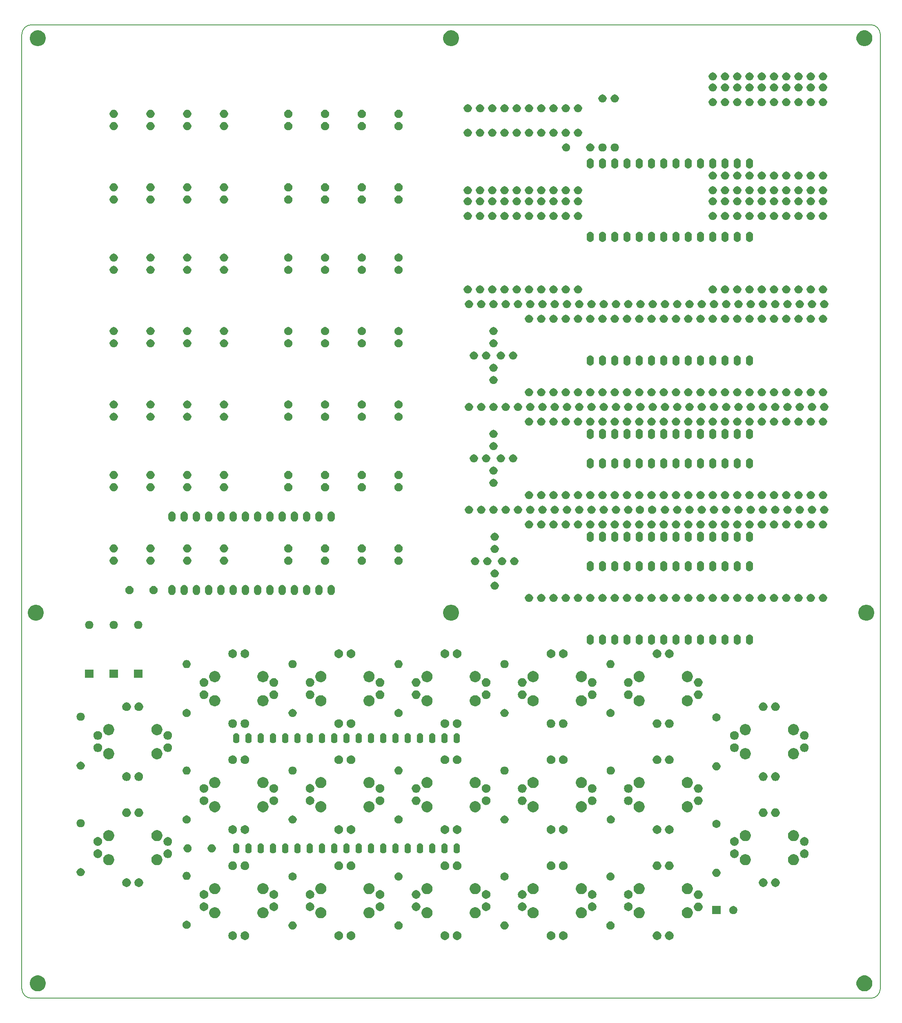
<source format=gbs>
%TF.GenerationSoftware,KiCad,Pcbnew,5.0.2-bee76a0~70~ubuntu18.10.1*%
%TF.CreationDate,2019-03-18T09:29:53+01:00*%
%TF.ProjectId,DesignData,44657369-676e-4446-9174-612e6b696361,rev?*%
%TF.SameCoordinates,PX73a20d0PYd2b6df0*%
%TF.FileFunction,Soldermask,Bot*%
%TF.FilePolarity,Negative*%
%FSLAX46Y46*%
G04 Gerber Fmt 4.6, Leading zero omitted, Abs format (unit mm)*
G04 Created by KiCad (PCBNEW 5.0.2-bee76a0~70~ubuntu18.10.1) date Mo 18 Mär 2019 09:29:53 CET*
%MOMM*%
%LPD*%
G01*
G04 APERTURE LIST*
%ADD10C,0.150000*%
%ADD11C,0.100000*%
G04 APERTURE END LIST*
D10*
X178000000Y2000000D02*
G75*
G02X176000000Y0I-2000000J0D01*
G01*
X176000000Y202000000D02*
G75*
G02X178000000Y200000000I0J-2000000D01*
G01*
X0Y200000000D02*
G75*
G02X2000000Y202000000I2000000J0D01*
G01*
X2000000Y0D02*
G75*
G02X0Y2000000I0J2000000D01*
G01*
X0Y200000000D02*
X0Y2000000D01*
X176000000Y202000000D02*
X2000000Y202000000D01*
X178000000Y2000000D02*
X178000000Y200000000D01*
X2000000Y0D02*
X176000000Y0D01*
D11*
G36*
X175181287Y4686592D02*
X175481568Y4562211D01*
X175751814Y4381639D01*
X175981639Y4151814D01*
X176162211Y3881568D01*
X176286592Y3581287D01*
X176350000Y3262511D01*
X176350000Y2937489D01*
X176286592Y2618713D01*
X176162211Y2318432D01*
X175981639Y2048186D01*
X175751814Y1818361D01*
X175481568Y1637789D01*
X175181287Y1513408D01*
X174862511Y1450000D01*
X174537489Y1450000D01*
X174218713Y1513408D01*
X173918432Y1637789D01*
X173648186Y1818361D01*
X173418361Y2048186D01*
X173237789Y2318432D01*
X173113408Y2618713D01*
X173050000Y2937489D01*
X173050000Y3262511D01*
X173113408Y3581287D01*
X173237789Y3881568D01*
X173418361Y4151814D01*
X173648186Y4381639D01*
X173918432Y4562211D01*
X174218713Y4686592D01*
X174537489Y4750000D01*
X174862511Y4750000D01*
X175181287Y4686592D01*
X175181287Y4686592D01*
G37*
G36*
X3781287Y4686592D02*
X4081568Y4562211D01*
X4351814Y4381639D01*
X4581639Y4151814D01*
X4762211Y3881568D01*
X4886592Y3581287D01*
X4950000Y3262511D01*
X4950000Y2937489D01*
X4886592Y2618713D01*
X4762211Y2318432D01*
X4581639Y2048186D01*
X4351814Y1818361D01*
X4081568Y1637789D01*
X3781287Y1513408D01*
X3462511Y1450000D01*
X3137489Y1450000D01*
X2818713Y1513408D01*
X2518432Y1637789D01*
X2248186Y1818361D01*
X2018361Y2048186D01*
X1837789Y2318432D01*
X1713408Y2618713D01*
X1650000Y2937489D01*
X1650000Y3262511D01*
X1713408Y3581287D01*
X1837789Y3881568D01*
X2018361Y4151814D01*
X2248186Y4381639D01*
X2518432Y4562211D01*
X2818713Y4686592D01*
X3137489Y4750000D01*
X3462511Y4750000D01*
X3781287Y4686592D01*
X3781287Y4686592D01*
G37*
G36*
X134512521Y13865414D02*
X134676309Y13797571D01*
X134823720Y13699074D01*
X134949074Y13573720D01*
X135047571Y13426309D01*
X135115414Y13262521D01*
X135150000Y13088644D01*
X135150000Y12911356D01*
X135115414Y12737479D01*
X135047571Y12573691D01*
X134949074Y12426280D01*
X134823720Y12300926D01*
X134676309Y12202429D01*
X134512521Y12134586D01*
X134338644Y12100000D01*
X134161356Y12100000D01*
X133987479Y12134586D01*
X133823691Y12202429D01*
X133676280Y12300926D01*
X133550926Y12426280D01*
X133452429Y12573691D01*
X133384586Y12737479D01*
X133350000Y12911356D01*
X133350000Y13088644D01*
X133384586Y13262521D01*
X133452429Y13426309D01*
X133550926Y13573720D01*
X133676280Y13699074D01*
X133823691Y13797571D01*
X133987479Y13865414D01*
X134161356Y13900000D01*
X134338644Y13900000D01*
X134512521Y13865414D01*
X134512521Y13865414D01*
G37*
G36*
X131972521Y13865414D02*
X132136309Y13797571D01*
X132283720Y13699074D01*
X132409074Y13573720D01*
X132507571Y13426309D01*
X132575414Y13262521D01*
X132610000Y13088644D01*
X132610000Y12911356D01*
X132575414Y12737479D01*
X132507571Y12573691D01*
X132409074Y12426280D01*
X132283720Y12300926D01*
X132136309Y12202429D01*
X131972521Y12134586D01*
X131798644Y12100000D01*
X131621356Y12100000D01*
X131447479Y12134586D01*
X131283691Y12202429D01*
X131136280Y12300926D01*
X131010926Y12426280D01*
X130912429Y12573691D01*
X130844586Y12737479D01*
X130810000Y12911356D01*
X130810000Y13088644D01*
X130844586Y13262521D01*
X130912429Y13426309D01*
X131010926Y13573720D01*
X131136280Y13699074D01*
X131283691Y13797571D01*
X131447479Y13865414D01*
X131621356Y13900000D01*
X131798644Y13900000D01*
X131972521Y13865414D01*
X131972521Y13865414D01*
G37*
G36*
X112512521Y13865414D02*
X112676309Y13797571D01*
X112823720Y13699074D01*
X112949074Y13573720D01*
X113047571Y13426309D01*
X113115414Y13262521D01*
X113150000Y13088644D01*
X113150000Y12911356D01*
X113115414Y12737479D01*
X113047571Y12573691D01*
X112949074Y12426280D01*
X112823720Y12300926D01*
X112676309Y12202429D01*
X112512521Y12134586D01*
X112338644Y12100000D01*
X112161356Y12100000D01*
X111987479Y12134586D01*
X111823691Y12202429D01*
X111676280Y12300926D01*
X111550926Y12426280D01*
X111452429Y12573691D01*
X111384586Y12737479D01*
X111350000Y12911356D01*
X111350000Y13088644D01*
X111384586Y13262521D01*
X111452429Y13426309D01*
X111550926Y13573720D01*
X111676280Y13699074D01*
X111823691Y13797571D01*
X111987479Y13865414D01*
X112161356Y13900000D01*
X112338644Y13900000D01*
X112512521Y13865414D01*
X112512521Y13865414D01*
G37*
G36*
X65972521Y13865414D02*
X66136309Y13797571D01*
X66283720Y13699074D01*
X66409074Y13573720D01*
X66507571Y13426309D01*
X66575414Y13262521D01*
X66610000Y13088644D01*
X66610000Y12911356D01*
X66575414Y12737479D01*
X66507571Y12573691D01*
X66409074Y12426280D01*
X66283720Y12300926D01*
X66136309Y12202429D01*
X65972521Y12134586D01*
X65798644Y12100000D01*
X65621356Y12100000D01*
X65447479Y12134586D01*
X65283691Y12202429D01*
X65136280Y12300926D01*
X65010926Y12426280D01*
X64912429Y12573691D01*
X64844586Y12737479D01*
X64810000Y12911356D01*
X64810000Y13088644D01*
X64844586Y13262521D01*
X64912429Y13426309D01*
X65010926Y13573720D01*
X65136280Y13699074D01*
X65283691Y13797571D01*
X65447479Y13865414D01*
X65621356Y13900000D01*
X65798644Y13900000D01*
X65972521Y13865414D01*
X65972521Y13865414D01*
G37*
G36*
X68512521Y13865414D02*
X68676309Y13797571D01*
X68823720Y13699074D01*
X68949074Y13573720D01*
X69047571Y13426309D01*
X69115414Y13262521D01*
X69150000Y13088644D01*
X69150000Y12911356D01*
X69115414Y12737479D01*
X69047571Y12573691D01*
X68949074Y12426280D01*
X68823720Y12300926D01*
X68676309Y12202429D01*
X68512521Y12134586D01*
X68338644Y12100000D01*
X68161356Y12100000D01*
X67987479Y12134586D01*
X67823691Y12202429D01*
X67676280Y12300926D01*
X67550926Y12426280D01*
X67452429Y12573691D01*
X67384586Y12737479D01*
X67350000Y12911356D01*
X67350000Y13088644D01*
X67384586Y13262521D01*
X67452429Y13426309D01*
X67550926Y13573720D01*
X67676280Y13699074D01*
X67823691Y13797571D01*
X67987479Y13865414D01*
X68161356Y13900000D01*
X68338644Y13900000D01*
X68512521Y13865414D01*
X68512521Y13865414D01*
G37*
G36*
X43972521Y13865414D02*
X44136309Y13797571D01*
X44283720Y13699074D01*
X44409074Y13573720D01*
X44507571Y13426309D01*
X44575414Y13262521D01*
X44610000Y13088644D01*
X44610000Y12911356D01*
X44575414Y12737479D01*
X44507571Y12573691D01*
X44409074Y12426280D01*
X44283720Y12300926D01*
X44136309Y12202429D01*
X43972521Y12134586D01*
X43798644Y12100000D01*
X43621356Y12100000D01*
X43447479Y12134586D01*
X43283691Y12202429D01*
X43136280Y12300926D01*
X43010926Y12426280D01*
X42912429Y12573691D01*
X42844586Y12737479D01*
X42810000Y12911356D01*
X42810000Y13088644D01*
X42844586Y13262521D01*
X42912429Y13426309D01*
X43010926Y13573720D01*
X43136280Y13699074D01*
X43283691Y13797571D01*
X43447479Y13865414D01*
X43621356Y13900000D01*
X43798644Y13900000D01*
X43972521Y13865414D01*
X43972521Y13865414D01*
G37*
G36*
X46512521Y13865414D02*
X46676309Y13797571D01*
X46823720Y13699074D01*
X46949074Y13573720D01*
X47047571Y13426309D01*
X47115414Y13262521D01*
X47150000Y13088644D01*
X47150000Y12911356D01*
X47115414Y12737479D01*
X47047571Y12573691D01*
X46949074Y12426280D01*
X46823720Y12300926D01*
X46676309Y12202429D01*
X46512521Y12134586D01*
X46338644Y12100000D01*
X46161356Y12100000D01*
X45987479Y12134586D01*
X45823691Y12202429D01*
X45676280Y12300926D01*
X45550926Y12426280D01*
X45452429Y12573691D01*
X45384586Y12737479D01*
X45350000Y12911356D01*
X45350000Y13088644D01*
X45384586Y13262521D01*
X45452429Y13426309D01*
X45550926Y13573720D01*
X45676280Y13699074D01*
X45823691Y13797571D01*
X45987479Y13865414D01*
X46161356Y13900000D01*
X46338644Y13900000D01*
X46512521Y13865414D01*
X46512521Y13865414D01*
G37*
G36*
X87972521Y13865414D02*
X88136309Y13797571D01*
X88283720Y13699074D01*
X88409074Y13573720D01*
X88507571Y13426309D01*
X88575414Y13262521D01*
X88610000Y13088644D01*
X88610000Y12911356D01*
X88575414Y12737479D01*
X88507571Y12573691D01*
X88409074Y12426280D01*
X88283720Y12300926D01*
X88136309Y12202429D01*
X87972521Y12134586D01*
X87798644Y12100000D01*
X87621356Y12100000D01*
X87447479Y12134586D01*
X87283691Y12202429D01*
X87136280Y12300926D01*
X87010926Y12426280D01*
X86912429Y12573691D01*
X86844586Y12737479D01*
X86810000Y12911356D01*
X86810000Y13088644D01*
X86844586Y13262521D01*
X86912429Y13426309D01*
X87010926Y13573720D01*
X87136280Y13699074D01*
X87283691Y13797571D01*
X87447479Y13865414D01*
X87621356Y13900000D01*
X87798644Y13900000D01*
X87972521Y13865414D01*
X87972521Y13865414D01*
G37*
G36*
X90512521Y13865414D02*
X90676309Y13797571D01*
X90823720Y13699074D01*
X90949074Y13573720D01*
X91047571Y13426309D01*
X91115414Y13262521D01*
X91150000Y13088644D01*
X91150000Y12911356D01*
X91115414Y12737479D01*
X91047571Y12573691D01*
X90949074Y12426280D01*
X90823720Y12300926D01*
X90676309Y12202429D01*
X90512521Y12134586D01*
X90338644Y12100000D01*
X90161356Y12100000D01*
X89987479Y12134586D01*
X89823691Y12202429D01*
X89676280Y12300926D01*
X89550926Y12426280D01*
X89452429Y12573691D01*
X89384586Y12737479D01*
X89350000Y12911356D01*
X89350000Y13088644D01*
X89384586Y13262521D01*
X89452429Y13426309D01*
X89550926Y13573720D01*
X89676280Y13699074D01*
X89823691Y13797571D01*
X89987479Y13865414D01*
X90161356Y13900000D01*
X90338644Y13900000D01*
X90512521Y13865414D01*
X90512521Y13865414D01*
G37*
G36*
X109972521Y13865414D02*
X110136309Y13797571D01*
X110283720Y13699074D01*
X110409074Y13573720D01*
X110507571Y13426309D01*
X110575414Y13262521D01*
X110610000Y13088644D01*
X110610000Y12911356D01*
X110575414Y12737479D01*
X110507571Y12573691D01*
X110409074Y12426280D01*
X110283720Y12300926D01*
X110136309Y12202429D01*
X109972521Y12134586D01*
X109798644Y12100000D01*
X109621356Y12100000D01*
X109447479Y12134586D01*
X109283691Y12202429D01*
X109136280Y12300926D01*
X109010926Y12426280D01*
X108912429Y12573691D01*
X108844586Y12737479D01*
X108810000Y12911356D01*
X108810000Y13088644D01*
X108844586Y13262521D01*
X108912429Y13426309D01*
X109010926Y13573720D01*
X109136280Y13699074D01*
X109283691Y13797571D01*
X109447479Y13865414D01*
X109621356Y13900000D01*
X109798644Y13900000D01*
X109972521Y13865414D01*
X109972521Y13865414D01*
G37*
G36*
X56381934Y15930336D02*
X56536627Y15866260D01*
X56675847Y15773236D01*
X56794236Y15654847D01*
X56887260Y15515627D01*
X56951336Y15360934D01*
X56984000Y15196719D01*
X56984000Y15029281D01*
X56951336Y14865066D01*
X56887260Y14710373D01*
X56794236Y14571153D01*
X56675847Y14452764D01*
X56536627Y14359740D01*
X56381934Y14295664D01*
X56217719Y14263000D01*
X56050281Y14263000D01*
X55886066Y14295664D01*
X55731373Y14359740D01*
X55592153Y14452764D01*
X55473764Y14571153D01*
X55380740Y14710373D01*
X55316664Y14865066D01*
X55284000Y15029281D01*
X55284000Y15196719D01*
X55316664Y15360934D01*
X55380740Y15515627D01*
X55473764Y15654847D01*
X55592153Y15773236D01*
X55731373Y15866260D01*
X55886066Y15930336D01*
X56050281Y15963000D01*
X56217719Y15963000D01*
X56381934Y15930336D01*
X56381934Y15930336D01*
G37*
G36*
X78352934Y15930336D02*
X78507627Y15866260D01*
X78646847Y15773236D01*
X78765236Y15654847D01*
X78858260Y15515627D01*
X78922336Y15360934D01*
X78955000Y15196719D01*
X78955000Y15029281D01*
X78922336Y14865066D01*
X78858260Y14710373D01*
X78765236Y14571153D01*
X78646847Y14452764D01*
X78507627Y14359740D01*
X78352934Y14295664D01*
X78188719Y14263000D01*
X78021281Y14263000D01*
X77857066Y14295664D01*
X77702373Y14359740D01*
X77563153Y14452764D01*
X77444764Y14571153D01*
X77351740Y14710373D01*
X77287664Y14865066D01*
X77255000Y15029281D01*
X77255000Y15196719D01*
X77287664Y15360934D01*
X77351740Y15515627D01*
X77444764Y15654847D01*
X77563153Y15773236D01*
X77702373Y15866260D01*
X77857066Y15930336D01*
X78021281Y15963000D01*
X78188719Y15963000D01*
X78352934Y15930336D01*
X78352934Y15930336D01*
G37*
G36*
X100323934Y15930336D02*
X100478627Y15866260D01*
X100617847Y15773236D01*
X100736236Y15654847D01*
X100829260Y15515627D01*
X100893336Y15360934D01*
X100926000Y15196719D01*
X100926000Y15029281D01*
X100893336Y14865066D01*
X100829260Y14710373D01*
X100736236Y14571153D01*
X100617847Y14452764D01*
X100478627Y14359740D01*
X100323934Y14295664D01*
X100159719Y14263000D01*
X99992281Y14263000D01*
X99828066Y14295664D01*
X99673373Y14359740D01*
X99534153Y14452764D01*
X99415764Y14571153D01*
X99322740Y14710373D01*
X99258664Y14865066D01*
X99226000Y15029281D01*
X99226000Y15196719D01*
X99258664Y15360934D01*
X99322740Y15515627D01*
X99415764Y15654847D01*
X99534153Y15773236D01*
X99673373Y15866260D01*
X99828066Y15930336D01*
X99992281Y15963000D01*
X100159719Y15963000D01*
X100323934Y15930336D01*
X100323934Y15930336D01*
G37*
G36*
X122294934Y15930336D02*
X122449627Y15866260D01*
X122588847Y15773236D01*
X122707236Y15654847D01*
X122800260Y15515627D01*
X122864336Y15360934D01*
X122897000Y15196719D01*
X122897000Y15029281D01*
X122864336Y14865066D01*
X122800260Y14710373D01*
X122707236Y14571153D01*
X122588847Y14452764D01*
X122449627Y14359740D01*
X122294934Y14295664D01*
X122130719Y14263000D01*
X121963281Y14263000D01*
X121799066Y14295664D01*
X121644373Y14359740D01*
X121505153Y14452764D01*
X121386764Y14571153D01*
X121293740Y14710373D01*
X121229664Y14865066D01*
X121197000Y15029281D01*
X121197000Y15196719D01*
X121229664Y15360934D01*
X121293740Y15515627D01*
X121386764Y15654847D01*
X121505153Y15773236D01*
X121644373Y15866260D01*
X121799066Y15930336D01*
X121963281Y15963000D01*
X122130719Y15963000D01*
X122294934Y15930336D01*
X122294934Y15930336D01*
G37*
G36*
X34410934Y16057336D02*
X34565627Y15993260D01*
X34704847Y15900236D01*
X34823236Y15781847D01*
X34916260Y15642627D01*
X34980336Y15487934D01*
X35013000Y15323719D01*
X35013000Y15156281D01*
X34980336Y14992066D01*
X34916260Y14837373D01*
X34823236Y14698153D01*
X34704847Y14579764D01*
X34565627Y14486740D01*
X34410934Y14422664D01*
X34246719Y14390000D01*
X34079281Y14390000D01*
X33915066Y14422664D01*
X33760373Y14486740D01*
X33621153Y14579764D01*
X33502764Y14698153D01*
X33409740Y14837373D01*
X33345664Y14992066D01*
X33313000Y15156281D01*
X33313000Y15323719D01*
X33345664Y15487934D01*
X33409740Y15642627D01*
X33502764Y15781847D01*
X33621153Y15900236D01*
X33760373Y15993260D01*
X33915066Y16057336D01*
X34079281Y16090000D01*
X34246719Y16090000D01*
X34410934Y16057336D01*
X34410934Y16057336D01*
G37*
G36*
X116335443Y18855806D02*
X116544728Y18769117D01*
X116733085Y18643261D01*
X116893261Y18483085D01*
X117019117Y18294728D01*
X117105806Y18085443D01*
X117150000Y17863266D01*
X117150000Y17636734D01*
X117105806Y17414557D01*
X117019117Y17205272D01*
X116893261Y17016915D01*
X116733085Y16856739D01*
X116544728Y16730883D01*
X116335443Y16644194D01*
X116113266Y16600000D01*
X115886734Y16600000D01*
X115664557Y16644194D01*
X115455272Y16730883D01*
X115266915Y16856739D01*
X115106739Y17016915D01*
X114980883Y17205272D01*
X114894194Y17414557D01*
X114850000Y17636734D01*
X114850000Y17863266D01*
X114894194Y18085443D01*
X114980883Y18294728D01*
X115106739Y18483085D01*
X115266915Y18643261D01*
X115455272Y18769117D01*
X115664557Y18855806D01*
X115886734Y18900000D01*
X116113266Y18900000D01*
X116335443Y18855806D01*
X116335443Y18855806D01*
G37*
G36*
X138335443Y18855806D02*
X138544728Y18769117D01*
X138733085Y18643261D01*
X138893261Y18483085D01*
X139019117Y18294728D01*
X139105806Y18085443D01*
X139150000Y17863266D01*
X139150000Y17636734D01*
X139105806Y17414557D01*
X139019117Y17205272D01*
X138893261Y17016915D01*
X138733085Y16856739D01*
X138544728Y16730883D01*
X138335443Y16644194D01*
X138113266Y16600000D01*
X137886734Y16600000D01*
X137664557Y16644194D01*
X137455272Y16730883D01*
X137266915Y16856739D01*
X137106739Y17016915D01*
X136980883Y17205272D01*
X136894194Y17414557D01*
X136850000Y17636734D01*
X136850000Y17863266D01*
X136894194Y18085443D01*
X136980883Y18294728D01*
X137106739Y18483085D01*
X137266915Y18643261D01*
X137455272Y18769117D01*
X137664557Y18855806D01*
X137886734Y18900000D01*
X138113266Y18900000D01*
X138335443Y18855806D01*
X138335443Y18855806D01*
G37*
G36*
X50335443Y18855806D02*
X50544728Y18769117D01*
X50733085Y18643261D01*
X50893261Y18483085D01*
X51019117Y18294728D01*
X51105806Y18085443D01*
X51150000Y17863266D01*
X51150000Y17636734D01*
X51105806Y17414557D01*
X51019117Y17205272D01*
X50893261Y17016915D01*
X50733085Y16856739D01*
X50544728Y16730883D01*
X50335443Y16644194D01*
X50113266Y16600000D01*
X49886734Y16600000D01*
X49664557Y16644194D01*
X49455272Y16730883D01*
X49266915Y16856739D01*
X49106739Y17016915D01*
X48980883Y17205272D01*
X48894194Y17414557D01*
X48850000Y17636734D01*
X48850000Y17863266D01*
X48894194Y18085443D01*
X48980883Y18294728D01*
X49106739Y18483085D01*
X49266915Y18643261D01*
X49455272Y18769117D01*
X49664557Y18855806D01*
X49886734Y18900000D01*
X50113266Y18900000D01*
X50335443Y18855806D01*
X50335443Y18855806D01*
G37*
G36*
X40335443Y18855806D02*
X40544728Y18769117D01*
X40733085Y18643261D01*
X40893261Y18483085D01*
X41019117Y18294728D01*
X41105806Y18085443D01*
X41150000Y17863266D01*
X41150000Y17636734D01*
X41105806Y17414557D01*
X41019117Y17205272D01*
X40893261Y17016915D01*
X40733085Y16856739D01*
X40544728Y16730883D01*
X40335443Y16644194D01*
X40113266Y16600000D01*
X39886734Y16600000D01*
X39664557Y16644194D01*
X39455272Y16730883D01*
X39266915Y16856739D01*
X39106739Y17016915D01*
X38980883Y17205272D01*
X38894194Y17414557D01*
X38850000Y17636734D01*
X38850000Y17863266D01*
X38894194Y18085443D01*
X38980883Y18294728D01*
X39106739Y18483085D01*
X39266915Y18643261D01*
X39455272Y18769117D01*
X39664557Y18855806D01*
X39886734Y18900000D01*
X40113266Y18900000D01*
X40335443Y18855806D01*
X40335443Y18855806D01*
G37*
G36*
X62335443Y18855806D02*
X62544728Y18769117D01*
X62733085Y18643261D01*
X62893261Y18483085D01*
X63019117Y18294728D01*
X63105806Y18085443D01*
X63150000Y17863266D01*
X63150000Y17636734D01*
X63105806Y17414557D01*
X63019117Y17205272D01*
X62893261Y17016915D01*
X62733085Y16856739D01*
X62544728Y16730883D01*
X62335443Y16644194D01*
X62113266Y16600000D01*
X61886734Y16600000D01*
X61664557Y16644194D01*
X61455272Y16730883D01*
X61266915Y16856739D01*
X61106739Y17016915D01*
X60980883Y17205272D01*
X60894194Y17414557D01*
X60850000Y17636734D01*
X60850000Y17863266D01*
X60894194Y18085443D01*
X60980883Y18294728D01*
X61106739Y18483085D01*
X61266915Y18643261D01*
X61455272Y18769117D01*
X61664557Y18855806D01*
X61886734Y18900000D01*
X62113266Y18900000D01*
X62335443Y18855806D01*
X62335443Y18855806D01*
G37*
G36*
X128335443Y18855806D02*
X128544728Y18769117D01*
X128733085Y18643261D01*
X128893261Y18483085D01*
X129019117Y18294728D01*
X129105806Y18085443D01*
X129150000Y17863266D01*
X129150000Y17636734D01*
X129105806Y17414557D01*
X129019117Y17205272D01*
X128893261Y17016915D01*
X128733085Y16856739D01*
X128544728Y16730883D01*
X128335443Y16644194D01*
X128113266Y16600000D01*
X127886734Y16600000D01*
X127664557Y16644194D01*
X127455272Y16730883D01*
X127266915Y16856739D01*
X127106739Y17016915D01*
X126980883Y17205272D01*
X126894194Y17414557D01*
X126850000Y17636734D01*
X126850000Y17863266D01*
X126894194Y18085443D01*
X126980883Y18294728D01*
X127106739Y18483085D01*
X127266915Y18643261D01*
X127455272Y18769117D01*
X127664557Y18855806D01*
X127886734Y18900000D01*
X128113266Y18900000D01*
X128335443Y18855806D01*
X128335443Y18855806D01*
G37*
G36*
X106335443Y18855806D02*
X106544728Y18769117D01*
X106733085Y18643261D01*
X106893261Y18483085D01*
X107019117Y18294728D01*
X107105806Y18085443D01*
X107150000Y17863266D01*
X107150000Y17636734D01*
X107105806Y17414557D01*
X107019117Y17205272D01*
X106893261Y17016915D01*
X106733085Y16856739D01*
X106544728Y16730883D01*
X106335443Y16644194D01*
X106113266Y16600000D01*
X105886734Y16600000D01*
X105664557Y16644194D01*
X105455272Y16730883D01*
X105266915Y16856739D01*
X105106739Y17016915D01*
X104980883Y17205272D01*
X104894194Y17414557D01*
X104850000Y17636734D01*
X104850000Y17863266D01*
X104894194Y18085443D01*
X104980883Y18294728D01*
X105106739Y18483085D01*
X105266915Y18643261D01*
X105455272Y18769117D01*
X105664557Y18855806D01*
X105886734Y18900000D01*
X106113266Y18900000D01*
X106335443Y18855806D01*
X106335443Y18855806D01*
G37*
G36*
X84335443Y18855806D02*
X84544728Y18769117D01*
X84733085Y18643261D01*
X84893261Y18483085D01*
X85019117Y18294728D01*
X85105806Y18085443D01*
X85150000Y17863266D01*
X85150000Y17636734D01*
X85105806Y17414557D01*
X85019117Y17205272D01*
X84893261Y17016915D01*
X84733085Y16856739D01*
X84544728Y16730883D01*
X84335443Y16644194D01*
X84113266Y16600000D01*
X83886734Y16600000D01*
X83664557Y16644194D01*
X83455272Y16730883D01*
X83266915Y16856739D01*
X83106739Y17016915D01*
X82980883Y17205272D01*
X82894194Y17414557D01*
X82850000Y17636734D01*
X82850000Y17863266D01*
X82894194Y18085443D01*
X82980883Y18294728D01*
X83106739Y18483085D01*
X83266915Y18643261D01*
X83455272Y18769117D01*
X83664557Y18855806D01*
X83886734Y18900000D01*
X84113266Y18900000D01*
X84335443Y18855806D01*
X84335443Y18855806D01*
G37*
G36*
X72335443Y18855806D02*
X72544728Y18769117D01*
X72733085Y18643261D01*
X72893261Y18483085D01*
X73019117Y18294728D01*
X73105806Y18085443D01*
X73150000Y17863266D01*
X73150000Y17636734D01*
X73105806Y17414557D01*
X73019117Y17205272D01*
X72893261Y17016915D01*
X72733085Y16856739D01*
X72544728Y16730883D01*
X72335443Y16644194D01*
X72113266Y16600000D01*
X71886734Y16600000D01*
X71664557Y16644194D01*
X71455272Y16730883D01*
X71266915Y16856739D01*
X71106739Y17016915D01*
X70980883Y17205272D01*
X70894194Y17414557D01*
X70850000Y17636734D01*
X70850000Y17863266D01*
X70894194Y18085443D01*
X70980883Y18294728D01*
X71106739Y18483085D01*
X71266915Y18643261D01*
X71455272Y18769117D01*
X71664557Y18855806D01*
X71886734Y18900000D01*
X72113266Y18900000D01*
X72335443Y18855806D01*
X72335443Y18855806D01*
G37*
G36*
X94335443Y18855806D02*
X94544728Y18769117D01*
X94733085Y18643261D01*
X94893261Y18483085D01*
X95019117Y18294728D01*
X95105806Y18085443D01*
X95150000Y17863266D01*
X95150000Y17636734D01*
X95105806Y17414557D01*
X95019117Y17205272D01*
X94893261Y17016915D01*
X94733085Y16856739D01*
X94544728Y16730883D01*
X94335443Y16644194D01*
X94113266Y16600000D01*
X93886734Y16600000D01*
X93664557Y16644194D01*
X93455272Y16730883D01*
X93266915Y16856739D01*
X93106739Y17016915D01*
X92980883Y17205272D01*
X92894194Y17414557D01*
X92850000Y17636734D01*
X92850000Y17863266D01*
X92894194Y18085443D01*
X92980883Y18294728D01*
X93106739Y18483085D01*
X93266915Y18643261D01*
X93455272Y18769117D01*
X93664557Y18855806D01*
X93886734Y18900000D01*
X94113266Y18900000D01*
X94335443Y18855806D01*
X94335443Y18855806D01*
G37*
G36*
X147765934Y19105336D02*
X147920627Y19041260D01*
X148059847Y18948236D01*
X148178236Y18829847D01*
X148271260Y18690627D01*
X148335336Y18535934D01*
X148368000Y18371719D01*
X148368000Y18204281D01*
X148335336Y18040066D01*
X148271260Y17885373D01*
X148178236Y17746153D01*
X148059847Y17627764D01*
X147920627Y17534740D01*
X147765934Y17470664D01*
X147601719Y17438000D01*
X147434281Y17438000D01*
X147270066Y17470664D01*
X147115373Y17534740D01*
X146976153Y17627764D01*
X146857764Y17746153D01*
X146764740Y17885373D01*
X146700664Y18040066D01*
X146668000Y18204281D01*
X146668000Y18371719D01*
X146700664Y18535934D01*
X146764740Y18690627D01*
X146857764Y18829847D01*
X146976153Y18948236D01*
X147115373Y19041260D01*
X147270066Y19105336D01*
X147434281Y19138000D01*
X147601719Y19138000D01*
X147765934Y19105336D01*
X147765934Y19105336D01*
G37*
G36*
X144868000Y17438000D02*
X143168000Y17438000D01*
X143168000Y19138000D01*
X144868000Y19138000D01*
X144868000Y17438000D01*
X144868000Y17438000D01*
G37*
G36*
X140512521Y19825414D02*
X140676309Y19757571D01*
X140823720Y19659074D01*
X140949074Y19533720D01*
X141047571Y19386309D01*
X141115414Y19222521D01*
X141150000Y19048644D01*
X141150000Y18871356D01*
X141115414Y18697479D01*
X141047571Y18533691D01*
X140949074Y18386280D01*
X140823720Y18260926D01*
X140676309Y18162429D01*
X140512521Y18094586D01*
X140338644Y18060000D01*
X140161356Y18060000D01*
X139987479Y18094586D01*
X139823691Y18162429D01*
X139676280Y18260926D01*
X139550926Y18386280D01*
X139452429Y18533691D01*
X139384586Y18697479D01*
X139350000Y18871356D01*
X139350000Y19048644D01*
X139384586Y19222521D01*
X139452429Y19386309D01*
X139550926Y19533720D01*
X139676280Y19659074D01*
X139823691Y19757571D01*
X139987479Y19825414D01*
X140161356Y19860000D01*
X140338644Y19860000D01*
X140512521Y19825414D01*
X140512521Y19825414D01*
G37*
G36*
X60012521Y19865414D02*
X60176309Y19797571D01*
X60323720Y19699074D01*
X60449074Y19573720D01*
X60547571Y19426309D01*
X60615414Y19262521D01*
X60650000Y19088644D01*
X60650000Y18911356D01*
X60615414Y18737479D01*
X60547571Y18573691D01*
X60449074Y18426280D01*
X60323720Y18300926D01*
X60176309Y18202429D01*
X60012521Y18134586D01*
X59838644Y18100000D01*
X59661356Y18100000D01*
X59487479Y18134586D01*
X59323691Y18202429D01*
X59176280Y18300926D01*
X59050926Y18426280D01*
X58952429Y18573691D01*
X58884586Y18737479D01*
X58850000Y18911356D01*
X58850000Y19088644D01*
X58884586Y19262521D01*
X58952429Y19426309D01*
X59050926Y19573720D01*
X59176280Y19699074D01*
X59323691Y19797571D01*
X59487479Y19865414D01*
X59661356Y19900000D01*
X59838644Y19900000D01*
X60012521Y19865414D01*
X60012521Y19865414D01*
G37*
G36*
X38012521Y19865414D02*
X38176309Y19797571D01*
X38323720Y19699074D01*
X38449074Y19573720D01*
X38547571Y19426309D01*
X38615414Y19262521D01*
X38650000Y19088644D01*
X38650000Y18911356D01*
X38615414Y18737479D01*
X38547571Y18573691D01*
X38449074Y18426280D01*
X38323720Y18300926D01*
X38176309Y18202429D01*
X38012521Y18134586D01*
X37838644Y18100000D01*
X37661356Y18100000D01*
X37487479Y18134586D01*
X37323691Y18202429D01*
X37176280Y18300926D01*
X37050926Y18426280D01*
X36952429Y18573691D01*
X36884586Y18737479D01*
X36850000Y18911356D01*
X36850000Y19088644D01*
X36884586Y19262521D01*
X36952429Y19426309D01*
X37050926Y19573720D01*
X37176280Y19699074D01*
X37323691Y19797571D01*
X37487479Y19865414D01*
X37661356Y19900000D01*
X37838644Y19900000D01*
X38012521Y19865414D01*
X38012521Y19865414D01*
G37*
G36*
X104012521Y19865414D02*
X104176309Y19797571D01*
X104323720Y19699074D01*
X104449074Y19573720D01*
X104547571Y19426309D01*
X104615414Y19262521D01*
X104650000Y19088644D01*
X104650000Y18911356D01*
X104615414Y18737479D01*
X104547571Y18573691D01*
X104449074Y18426280D01*
X104323720Y18300926D01*
X104176309Y18202429D01*
X104012521Y18134586D01*
X103838644Y18100000D01*
X103661356Y18100000D01*
X103487479Y18134586D01*
X103323691Y18202429D01*
X103176280Y18300926D01*
X103050926Y18426280D01*
X102952429Y18573691D01*
X102884586Y18737479D01*
X102850000Y18911356D01*
X102850000Y19088644D01*
X102884586Y19262521D01*
X102952429Y19426309D01*
X103050926Y19573720D01*
X103176280Y19699074D01*
X103323691Y19797571D01*
X103487479Y19865414D01*
X103661356Y19900000D01*
X103838644Y19900000D01*
X104012521Y19865414D01*
X104012521Y19865414D01*
G37*
G36*
X118512521Y19865414D02*
X118676309Y19797571D01*
X118823720Y19699074D01*
X118949074Y19573720D01*
X119047571Y19426309D01*
X119115414Y19262521D01*
X119150000Y19088644D01*
X119150000Y18911356D01*
X119115414Y18737479D01*
X119047571Y18573691D01*
X118949074Y18426280D01*
X118823720Y18300926D01*
X118676309Y18202429D01*
X118512521Y18134586D01*
X118338644Y18100000D01*
X118161356Y18100000D01*
X117987479Y18134586D01*
X117823691Y18202429D01*
X117676280Y18300926D01*
X117550926Y18426280D01*
X117452429Y18573691D01*
X117384586Y18737479D01*
X117350000Y18911356D01*
X117350000Y19088644D01*
X117384586Y19262521D01*
X117452429Y19426309D01*
X117550926Y19573720D01*
X117676280Y19699074D01*
X117823691Y19797571D01*
X117987479Y19865414D01*
X118161356Y19900000D01*
X118338644Y19900000D01*
X118512521Y19865414D01*
X118512521Y19865414D01*
G37*
G36*
X52512521Y19865414D02*
X52676309Y19797571D01*
X52823720Y19699074D01*
X52949074Y19573720D01*
X53047571Y19426309D01*
X53115414Y19262521D01*
X53150000Y19088644D01*
X53150000Y18911356D01*
X53115414Y18737479D01*
X53047571Y18573691D01*
X52949074Y18426280D01*
X52823720Y18300926D01*
X52676309Y18202429D01*
X52512521Y18134586D01*
X52338644Y18100000D01*
X52161356Y18100000D01*
X51987479Y18134586D01*
X51823691Y18202429D01*
X51676280Y18300926D01*
X51550926Y18426280D01*
X51452429Y18573691D01*
X51384586Y18737479D01*
X51350000Y18911356D01*
X51350000Y19088644D01*
X51384586Y19262521D01*
X51452429Y19426309D01*
X51550926Y19573720D01*
X51676280Y19699074D01*
X51823691Y19797571D01*
X51987479Y19865414D01*
X52161356Y19900000D01*
X52338644Y19900000D01*
X52512521Y19865414D01*
X52512521Y19865414D01*
G37*
G36*
X96512521Y19865414D02*
X96676309Y19797571D01*
X96823720Y19699074D01*
X96949074Y19573720D01*
X97047571Y19426309D01*
X97115414Y19262521D01*
X97150000Y19088644D01*
X97150000Y18911356D01*
X97115414Y18737479D01*
X97047571Y18573691D01*
X96949074Y18426280D01*
X96823720Y18300926D01*
X96676309Y18202429D01*
X96512521Y18134586D01*
X96338644Y18100000D01*
X96161356Y18100000D01*
X95987479Y18134586D01*
X95823691Y18202429D01*
X95676280Y18300926D01*
X95550926Y18426280D01*
X95452429Y18573691D01*
X95384586Y18737479D01*
X95350000Y18911356D01*
X95350000Y19088644D01*
X95384586Y19262521D01*
X95452429Y19426309D01*
X95550926Y19573720D01*
X95676280Y19699074D01*
X95823691Y19797571D01*
X95987479Y19865414D01*
X96161356Y19900000D01*
X96338644Y19900000D01*
X96512521Y19865414D01*
X96512521Y19865414D01*
G37*
G36*
X126012521Y19865414D02*
X126176309Y19797571D01*
X126323720Y19699074D01*
X126449074Y19573720D01*
X126547571Y19426309D01*
X126615414Y19262521D01*
X126650000Y19088644D01*
X126650000Y18911356D01*
X126615414Y18737479D01*
X126547571Y18573691D01*
X126449074Y18426280D01*
X126323720Y18300926D01*
X126176309Y18202429D01*
X126012521Y18134586D01*
X125838644Y18100000D01*
X125661356Y18100000D01*
X125487479Y18134586D01*
X125323691Y18202429D01*
X125176280Y18300926D01*
X125050926Y18426280D01*
X124952429Y18573691D01*
X124884586Y18737479D01*
X124850000Y18911356D01*
X124850000Y19088644D01*
X124884586Y19262521D01*
X124952429Y19426309D01*
X125050926Y19573720D01*
X125176280Y19699074D01*
X125323691Y19797571D01*
X125487479Y19865414D01*
X125661356Y19900000D01*
X125838644Y19900000D01*
X126012521Y19865414D01*
X126012521Y19865414D01*
G37*
G36*
X74512521Y19865414D02*
X74676309Y19797571D01*
X74823720Y19699074D01*
X74949074Y19573720D01*
X75047571Y19426309D01*
X75115414Y19262521D01*
X75150000Y19088644D01*
X75150000Y18911356D01*
X75115414Y18737479D01*
X75047571Y18573691D01*
X74949074Y18426280D01*
X74823720Y18300926D01*
X74676309Y18202429D01*
X74512521Y18134586D01*
X74338644Y18100000D01*
X74161356Y18100000D01*
X73987479Y18134586D01*
X73823691Y18202429D01*
X73676280Y18300926D01*
X73550926Y18426280D01*
X73452429Y18573691D01*
X73384586Y18737479D01*
X73350000Y18911356D01*
X73350000Y19088644D01*
X73384586Y19262521D01*
X73452429Y19426309D01*
X73550926Y19573720D01*
X73676280Y19699074D01*
X73823691Y19797571D01*
X73987479Y19865414D01*
X74161356Y19900000D01*
X74338644Y19900000D01*
X74512521Y19865414D01*
X74512521Y19865414D01*
G37*
G36*
X82012521Y19865414D02*
X82176309Y19797571D01*
X82323720Y19699074D01*
X82449074Y19573720D01*
X82547571Y19426309D01*
X82615414Y19262521D01*
X82650000Y19088644D01*
X82650000Y18911356D01*
X82615414Y18737479D01*
X82547571Y18573691D01*
X82449074Y18426280D01*
X82323720Y18300926D01*
X82176309Y18202429D01*
X82012521Y18134586D01*
X81838644Y18100000D01*
X81661356Y18100000D01*
X81487479Y18134586D01*
X81323691Y18202429D01*
X81176280Y18300926D01*
X81050926Y18426280D01*
X80952429Y18573691D01*
X80884586Y18737479D01*
X80850000Y18911356D01*
X80850000Y19088644D01*
X80884586Y19262521D01*
X80952429Y19426309D01*
X81050926Y19573720D01*
X81176280Y19699074D01*
X81323691Y19797571D01*
X81487479Y19865414D01*
X81661356Y19900000D01*
X81838644Y19900000D01*
X82012521Y19865414D01*
X82012521Y19865414D01*
G37*
G36*
X140512521Y22365414D02*
X140676309Y22297571D01*
X140823720Y22199074D01*
X140949074Y22073720D01*
X141047571Y21926309D01*
X141115414Y21762521D01*
X141150000Y21588644D01*
X141150000Y21411356D01*
X141115414Y21237479D01*
X141047571Y21073691D01*
X140949074Y20926280D01*
X140823720Y20800926D01*
X140676309Y20702429D01*
X140512521Y20634586D01*
X140338644Y20600000D01*
X140161356Y20600000D01*
X139987479Y20634586D01*
X139823691Y20702429D01*
X139676280Y20800926D01*
X139550926Y20926280D01*
X139452429Y21073691D01*
X139384586Y21237479D01*
X139350000Y21411356D01*
X139350000Y21588644D01*
X139384586Y21762521D01*
X139452429Y21926309D01*
X139550926Y22073720D01*
X139676280Y22199074D01*
X139823691Y22297571D01*
X139987479Y22365414D01*
X140161356Y22400000D01*
X140338644Y22400000D01*
X140512521Y22365414D01*
X140512521Y22365414D01*
G37*
G36*
X60012521Y22405414D02*
X60176309Y22337571D01*
X60323720Y22239074D01*
X60449074Y22113720D01*
X60547571Y21966309D01*
X60615414Y21802521D01*
X60650000Y21628644D01*
X60650000Y21451356D01*
X60615414Y21277479D01*
X60547571Y21113691D01*
X60449074Y20966280D01*
X60323720Y20840926D01*
X60176309Y20742429D01*
X60012521Y20674586D01*
X59838644Y20640000D01*
X59661356Y20640000D01*
X59487479Y20674586D01*
X59323691Y20742429D01*
X59176280Y20840926D01*
X59050926Y20966280D01*
X58952429Y21113691D01*
X58884586Y21277479D01*
X58850000Y21451356D01*
X58850000Y21628644D01*
X58884586Y21802521D01*
X58952429Y21966309D01*
X59050926Y22113720D01*
X59176280Y22239074D01*
X59323691Y22337571D01*
X59487479Y22405414D01*
X59661356Y22440000D01*
X59838644Y22440000D01*
X60012521Y22405414D01*
X60012521Y22405414D01*
G37*
G36*
X38012521Y22405414D02*
X38176309Y22337571D01*
X38323720Y22239074D01*
X38449074Y22113720D01*
X38547571Y21966309D01*
X38615414Y21802521D01*
X38650000Y21628644D01*
X38650000Y21451356D01*
X38615414Y21277479D01*
X38547571Y21113691D01*
X38449074Y20966280D01*
X38323720Y20840926D01*
X38176309Y20742429D01*
X38012521Y20674586D01*
X37838644Y20640000D01*
X37661356Y20640000D01*
X37487479Y20674586D01*
X37323691Y20742429D01*
X37176280Y20840926D01*
X37050926Y20966280D01*
X36952429Y21113691D01*
X36884586Y21277479D01*
X36850000Y21451356D01*
X36850000Y21628644D01*
X36884586Y21802521D01*
X36952429Y21966309D01*
X37050926Y22113720D01*
X37176280Y22239074D01*
X37323691Y22337571D01*
X37487479Y22405414D01*
X37661356Y22440000D01*
X37838644Y22440000D01*
X38012521Y22405414D01*
X38012521Y22405414D01*
G37*
G36*
X52512521Y22405414D02*
X52676309Y22337571D01*
X52823720Y22239074D01*
X52949074Y22113720D01*
X53047571Y21966309D01*
X53115414Y21802521D01*
X53150000Y21628644D01*
X53150000Y21451356D01*
X53115414Y21277479D01*
X53047571Y21113691D01*
X52949074Y20966280D01*
X52823720Y20840926D01*
X52676309Y20742429D01*
X52512521Y20674586D01*
X52338644Y20640000D01*
X52161356Y20640000D01*
X51987479Y20674586D01*
X51823691Y20742429D01*
X51676280Y20840926D01*
X51550926Y20966280D01*
X51452429Y21113691D01*
X51384586Y21277479D01*
X51350000Y21451356D01*
X51350000Y21628644D01*
X51384586Y21802521D01*
X51452429Y21966309D01*
X51550926Y22113720D01*
X51676280Y22239074D01*
X51823691Y22337571D01*
X51987479Y22405414D01*
X52161356Y22440000D01*
X52338644Y22440000D01*
X52512521Y22405414D01*
X52512521Y22405414D01*
G37*
G36*
X126012521Y22405414D02*
X126176309Y22337571D01*
X126323720Y22239074D01*
X126449074Y22113720D01*
X126547571Y21966309D01*
X126615414Y21802521D01*
X126650000Y21628644D01*
X126650000Y21451356D01*
X126615414Y21277479D01*
X126547571Y21113691D01*
X126449074Y20966280D01*
X126323720Y20840926D01*
X126176309Y20742429D01*
X126012521Y20674586D01*
X125838644Y20640000D01*
X125661356Y20640000D01*
X125487479Y20674586D01*
X125323691Y20742429D01*
X125176280Y20840926D01*
X125050926Y20966280D01*
X124952429Y21113691D01*
X124884586Y21277479D01*
X124850000Y21451356D01*
X124850000Y21628644D01*
X124884586Y21802521D01*
X124952429Y21966309D01*
X125050926Y22113720D01*
X125176280Y22239074D01*
X125323691Y22337571D01*
X125487479Y22405414D01*
X125661356Y22440000D01*
X125838644Y22440000D01*
X126012521Y22405414D01*
X126012521Y22405414D01*
G37*
G36*
X96512521Y22405414D02*
X96676309Y22337571D01*
X96823720Y22239074D01*
X96949074Y22113720D01*
X97047571Y21966309D01*
X97115414Y21802521D01*
X97150000Y21628644D01*
X97150000Y21451356D01*
X97115414Y21277479D01*
X97047571Y21113691D01*
X96949074Y20966280D01*
X96823720Y20840926D01*
X96676309Y20742429D01*
X96512521Y20674586D01*
X96338644Y20640000D01*
X96161356Y20640000D01*
X95987479Y20674586D01*
X95823691Y20742429D01*
X95676280Y20840926D01*
X95550926Y20966280D01*
X95452429Y21113691D01*
X95384586Y21277479D01*
X95350000Y21451356D01*
X95350000Y21628644D01*
X95384586Y21802521D01*
X95452429Y21966309D01*
X95550926Y22113720D01*
X95676280Y22239074D01*
X95823691Y22337571D01*
X95987479Y22405414D01*
X96161356Y22440000D01*
X96338644Y22440000D01*
X96512521Y22405414D01*
X96512521Y22405414D01*
G37*
G36*
X82012521Y22405414D02*
X82176309Y22337571D01*
X82323720Y22239074D01*
X82449074Y22113720D01*
X82547571Y21966309D01*
X82615414Y21802521D01*
X82650000Y21628644D01*
X82650000Y21451356D01*
X82615414Y21277479D01*
X82547571Y21113691D01*
X82449074Y20966280D01*
X82323720Y20840926D01*
X82176309Y20742429D01*
X82012521Y20674586D01*
X81838644Y20640000D01*
X81661356Y20640000D01*
X81487479Y20674586D01*
X81323691Y20742429D01*
X81176280Y20840926D01*
X81050926Y20966280D01*
X80952429Y21113691D01*
X80884586Y21277479D01*
X80850000Y21451356D01*
X80850000Y21628644D01*
X80884586Y21802521D01*
X80952429Y21966309D01*
X81050926Y22113720D01*
X81176280Y22239074D01*
X81323691Y22337571D01*
X81487479Y22405414D01*
X81661356Y22440000D01*
X81838644Y22440000D01*
X82012521Y22405414D01*
X82012521Y22405414D01*
G37*
G36*
X74512521Y22405414D02*
X74676309Y22337571D01*
X74823720Y22239074D01*
X74949074Y22113720D01*
X75047571Y21966309D01*
X75115414Y21802521D01*
X75150000Y21628644D01*
X75150000Y21451356D01*
X75115414Y21277479D01*
X75047571Y21113691D01*
X74949074Y20966280D01*
X74823720Y20840926D01*
X74676309Y20742429D01*
X74512521Y20674586D01*
X74338644Y20640000D01*
X74161356Y20640000D01*
X73987479Y20674586D01*
X73823691Y20742429D01*
X73676280Y20840926D01*
X73550926Y20966280D01*
X73452429Y21113691D01*
X73384586Y21277479D01*
X73350000Y21451356D01*
X73350000Y21628644D01*
X73384586Y21802521D01*
X73452429Y21966309D01*
X73550926Y22113720D01*
X73676280Y22239074D01*
X73823691Y22337571D01*
X73987479Y22405414D01*
X74161356Y22440000D01*
X74338644Y22440000D01*
X74512521Y22405414D01*
X74512521Y22405414D01*
G37*
G36*
X118512521Y22405414D02*
X118676309Y22337571D01*
X118823720Y22239074D01*
X118949074Y22113720D01*
X119047571Y21966309D01*
X119115414Y21802521D01*
X119150000Y21628644D01*
X119150000Y21451356D01*
X119115414Y21277479D01*
X119047571Y21113691D01*
X118949074Y20966280D01*
X118823720Y20840926D01*
X118676309Y20742429D01*
X118512521Y20674586D01*
X118338644Y20640000D01*
X118161356Y20640000D01*
X117987479Y20674586D01*
X117823691Y20742429D01*
X117676280Y20840926D01*
X117550926Y20966280D01*
X117452429Y21113691D01*
X117384586Y21277479D01*
X117350000Y21451356D01*
X117350000Y21628644D01*
X117384586Y21802521D01*
X117452429Y21966309D01*
X117550926Y22113720D01*
X117676280Y22239074D01*
X117823691Y22337571D01*
X117987479Y22405414D01*
X118161356Y22440000D01*
X118338644Y22440000D01*
X118512521Y22405414D01*
X118512521Y22405414D01*
G37*
G36*
X104012521Y22405414D02*
X104176309Y22337571D01*
X104323720Y22239074D01*
X104449074Y22113720D01*
X104547571Y21966309D01*
X104615414Y21802521D01*
X104650000Y21628644D01*
X104650000Y21451356D01*
X104615414Y21277479D01*
X104547571Y21113691D01*
X104449074Y20966280D01*
X104323720Y20840926D01*
X104176309Y20742429D01*
X104012521Y20674586D01*
X103838644Y20640000D01*
X103661356Y20640000D01*
X103487479Y20674586D01*
X103323691Y20742429D01*
X103176280Y20840926D01*
X103050926Y20966280D01*
X102952429Y21113691D01*
X102884586Y21277479D01*
X102850000Y21451356D01*
X102850000Y21628644D01*
X102884586Y21802521D01*
X102952429Y21966309D01*
X103050926Y22113720D01*
X103176280Y22239074D01*
X103323691Y22337571D01*
X103487479Y22405414D01*
X103661356Y22440000D01*
X103838644Y22440000D01*
X104012521Y22405414D01*
X104012521Y22405414D01*
G37*
G36*
X40335443Y23855806D02*
X40544728Y23769117D01*
X40733085Y23643261D01*
X40893261Y23483085D01*
X41019117Y23294728D01*
X41105806Y23085443D01*
X41150000Y22863266D01*
X41150000Y22636734D01*
X41105806Y22414557D01*
X41019117Y22205272D01*
X40893261Y22016915D01*
X40733085Y21856739D01*
X40544728Y21730883D01*
X40335443Y21644194D01*
X40113266Y21600000D01*
X39886734Y21600000D01*
X39664557Y21644194D01*
X39455272Y21730883D01*
X39266915Y21856739D01*
X39106739Y22016915D01*
X38980883Y22205272D01*
X38894194Y22414557D01*
X38850000Y22636734D01*
X38850000Y22863266D01*
X38894194Y23085443D01*
X38980883Y23294728D01*
X39106739Y23483085D01*
X39266915Y23643261D01*
X39455272Y23769117D01*
X39664557Y23855806D01*
X39886734Y23900000D01*
X40113266Y23900000D01*
X40335443Y23855806D01*
X40335443Y23855806D01*
G37*
G36*
X116335443Y23855806D02*
X116544728Y23769117D01*
X116733085Y23643261D01*
X116893261Y23483085D01*
X117019117Y23294728D01*
X117105806Y23085443D01*
X117150000Y22863266D01*
X117150000Y22636734D01*
X117105806Y22414557D01*
X117019117Y22205272D01*
X116893261Y22016915D01*
X116733085Y21856739D01*
X116544728Y21730883D01*
X116335443Y21644194D01*
X116113266Y21600000D01*
X115886734Y21600000D01*
X115664557Y21644194D01*
X115455272Y21730883D01*
X115266915Y21856739D01*
X115106739Y22016915D01*
X114980883Y22205272D01*
X114894194Y22414557D01*
X114850000Y22636734D01*
X114850000Y22863266D01*
X114894194Y23085443D01*
X114980883Y23294728D01*
X115106739Y23483085D01*
X115266915Y23643261D01*
X115455272Y23769117D01*
X115664557Y23855806D01*
X115886734Y23900000D01*
X116113266Y23900000D01*
X116335443Y23855806D01*
X116335443Y23855806D01*
G37*
G36*
X94335443Y23855806D02*
X94544728Y23769117D01*
X94733085Y23643261D01*
X94893261Y23483085D01*
X95019117Y23294728D01*
X95105806Y23085443D01*
X95150000Y22863266D01*
X95150000Y22636734D01*
X95105806Y22414557D01*
X95019117Y22205272D01*
X94893261Y22016915D01*
X94733085Y21856739D01*
X94544728Y21730883D01*
X94335443Y21644194D01*
X94113266Y21600000D01*
X93886734Y21600000D01*
X93664557Y21644194D01*
X93455272Y21730883D01*
X93266915Y21856739D01*
X93106739Y22016915D01*
X92980883Y22205272D01*
X92894194Y22414557D01*
X92850000Y22636734D01*
X92850000Y22863266D01*
X92894194Y23085443D01*
X92980883Y23294728D01*
X93106739Y23483085D01*
X93266915Y23643261D01*
X93455272Y23769117D01*
X93664557Y23855806D01*
X93886734Y23900000D01*
X94113266Y23900000D01*
X94335443Y23855806D01*
X94335443Y23855806D01*
G37*
G36*
X84335443Y23855806D02*
X84544728Y23769117D01*
X84733085Y23643261D01*
X84893261Y23483085D01*
X85019117Y23294728D01*
X85105806Y23085443D01*
X85150000Y22863266D01*
X85150000Y22636734D01*
X85105806Y22414557D01*
X85019117Y22205272D01*
X84893261Y22016915D01*
X84733085Y21856739D01*
X84544728Y21730883D01*
X84335443Y21644194D01*
X84113266Y21600000D01*
X83886734Y21600000D01*
X83664557Y21644194D01*
X83455272Y21730883D01*
X83266915Y21856739D01*
X83106739Y22016915D01*
X82980883Y22205272D01*
X82894194Y22414557D01*
X82850000Y22636734D01*
X82850000Y22863266D01*
X82894194Y23085443D01*
X82980883Y23294728D01*
X83106739Y23483085D01*
X83266915Y23643261D01*
X83455272Y23769117D01*
X83664557Y23855806D01*
X83886734Y23900000D01*
X84113266Y23900000D01*
X84335443Y23855806D01*
X84335443Y23855806D01*
G37*
G36*
X72335443Y23855806D02*
X72544728Y23769117D01*
X72733085Y23643261D01*
X72893261Y23483085D01*
X73019117Y23294728D01*
X73105806Y23085443D01*
X73150000Y22863266D01*
X73150000Y22636734D01*
X73105806Y22414557D01*
X73019117Y22205272D01*
X72893261Y22016915D01*
X72733085Y21856739D01*
X72544728Y21730883D01*
X72335443Y21644194D01*
X72113266Y21600000D01*
X71886734Y21600000D01*
X71664557Y21644194D01*
X71455272Y21730883D01*
X71266915Y21856739D01*
X71106739Y22016915D01*
X70980883Y22205272D01*
X70894194Y22414557D01*
X70850000Y22636734D01*
X70850000Y22863266D01*
X70894194Y23085443D01*
X70980883Y23294728D01*
X71106739Y23483085D01*
X71266915Y23643261D01*
X71455272Y23769117D01*
X71664557Y23855806D01*
X71886734Y23900000D01*
X72113266Y23900000D01*
X72335443Y23855806D01*
X72335443Y23855806D01*
G37*
G36*
X62335443Y23855806D02*
X62544728Y23769117D01*
X62733085Y23643261D01*
X62893261Y23483085D01*
X63019117Y23294728D01*
X63105806Y23085443D01*
X63150000Y22863266D01*
X63150000Y22636734D01*
X63105806Y22414557D01*
X63019117Y22205272D01*
X62893261Y22016915D01*
X62733085Y21856739D01*
X62544728Y21730883D01*
X62335443Y21644194D01*
X62113266Y21600000D01*
X61886734Y21600000D01*
X61664557Y21644194D01*
X61455272Y21730883D01*
X61266915Y21856739D01*
X61106739Y22016915D01*
X60980883Y22205272D01*
X60894194Y22414557D01*
X60850000Y22636734D01*
X60850000Y22863266D01*
X60894194Y23085443D01*
X60980883Y23294728D01*
X61106739Y23483085D01*
X61266915Y23643261D01*
X61455272Y23769117D01*
X61664557Y23855806D01*
X61886734Y23900000D01*
X62113266Y23900000D01*
X62335443Y23855806D01*
X62335443Y23855806D01*
G37*
G36*
X50335443Y23855806D02*
X50544728Y23769117D01*
X50733085Y23643261D01*
X50893261Y23483085D01*
X51019117Y23294728D01*
X51105806Y23085443D01*
X51150000Y22863266D01*
X51150000Y22636734D01*
X51105806Y22414557D01*
X51019117Y22205272D01*
X50893261Y22016915D01*
X50733085Y21856739D01*
X50544728Y21730883D01*
X50335443Y21644194D01*
X50113266Y21600000D01*
X49886734Y21600000D01*
X49664557Y21644194D01*
X49455272Y21730883D01*
X49266915Y21856739D01*
X49106739Y22016915D01*
X48980883Y22205272D01*
X48894194Y22414557D01*
X48850000Y22636734D01*
X48850000Y22863266D01*
X48894194Y23085443D01*
X48980883Y23294728D01*
X49106739Y23483085D01*
X49266915Y23643261D01*
X49455272Y23769117D01*
X49664557Y23855806D01*
X49886734Y23900000D01*
X50113266Y23900000D01*
X50335443Y23855806D01*
X50335443Y23855806D01*
G37*
G36*
X138335443Y23855806D02*
X138544728Y23769117D01*
X138733085Y23643261D01*
X138893261Y23483085D01*
X139019117Y23294728D01*
X139105806Y23085443D01*
X139150000Y22863266D01*
X139150000Y22636734D01*
X139105806Y22414557D01*
X139019117Y22205272D01*
X138893261Y22016915D01*
X138733085Y21856739D01*
X138544728Y21730883D01*
X138335443Y21644194D01*
X138113266Y21600000D01*
X137886734Y21600000D01*
X137664557Y21644194D01*
X137455272Y21730883D01*
X137266915Y21856739D01*
X137106739Y22016915D01*
X136980883Y22205272D01*
X136894194Y22414557D01*
X136850000Y22636734D01*
X136850000Y22863266D01*
X136894194Y23085443D01*
X136980883Y23294728D01*
X137106739Y23483085D01*
X137266915Y23643261D01*
X137455272Y23769117D01*
X137664557Y23855806D01*
X137886734Y23900000D01*
X138113266Y23900000D01*
X138335443Y23855806D01*
X138335443Y23855806D01*
G37*
G36*
X128335443Y23855806D02*
X128544728Y23769117D01*
X128733085Y23643261D01*
X128893261Y23483085D01*
X129019117Y23294728D01*
X129105806Y23085443D01*
X129150000Y22863266D01*
X129150000Y22636734D01*
X129105806Y22414557D01*
X129019117Y22205272D01*
X128893261Y22016915D01*
X128733085Y21856739D01*
X128544728Y21730883D01*
X128335443Y21644194D01*
X128113266Y21600000D01*
X127886734Y21600000D01*
X127664557Y21644194D01*
X127455272Y21730883D01*
X127266915Y21856739D01*
X127106739Y22016915D01*
X126980883Y22205272D01*
X126894194Y22414557D01*
X126850000Y22636734D01*
X126850000Y22863266D01*
X126894194Y23085443D01*
X126980883Y23294728D01*
X127106739Y23483085D01*
X127266915Y23643261D01*
X127455272Y23769117D01*
X127664557Y23855806D01*
X127886734Y23900000D01*
X128113266Y23900000D01*
X128335443Y23855806D01*
X128335443Y23855806D01*
G37*
G36*
X106335443Y23855806D02*
X106544728Y23769117D01*
X106733085Y23643261D01*
X106893261Y23483085D01*
X107019117Y23294728D01*
X107105806Y23085443D01*
X107150000Y22863266D01*
X107150000Y22636734D01*
X107105806Y22414557D01*
X107019117Y22205272D01*
X106893261Y22016915D01*
X106733085Y21856739D01*
X106544728Y21730883D01*
X106335443Y21644194D01*
X106113266Y21600000D01*
X105886734Y21600000D01*
X105664557Y21644194D01*
X105455272Y21730883D01*
X105266915Y21856739D01*
X105106739Y22016915D01*
X104980883Y22205272D01*
X104894194Y22414557D01*
X104850000Y22636734D01*
X104850000Y22863266D01*
X104894194Y23085443D01*
X104980883Y23294728D01*
X105106739Y23483085D01*
X105266915Y23643261D01*
X105455272Y23769117D01*
X105664557Y23855806D01*
X105886734Y23900000D01*
X106113266Y23900000D01*
X106335443Y23855806D01*
X106335443Y23855806D01*
G37*
G36*
X24512521Y24865414D02*
X24676309Y24797571D01*
X24823720Y24699074D01*
X24949074Y24573720D01*
X25047571Y24426309D01*
X25115414Y24262521D01*
X25150000Y24088644D01*
X25150000Y23911356D01*
X25115414Y23737479D01*
X25047571Y23573691D01*
X24949074Y23426280D01*
X24823720Y23300926D01*
X24676309Y23202429D01*
X24512521Y23134586D01*
X24338644Y23100000D01*
X24161356Y23100000D01*
X23987479Y23134586D01*
X23823691Y23202429D01*
X23676280Y23300926D01*
X23550926Y23426280D01*
X23452429Y23573691D01*
X23384586Y23737479D01*
X23350000Y23911356D01*
X23350000Y24088644D01*
X23384586Y24262521D01*
X23452429Y24426309D01*
X23550926Y24573720D01*
X23676280Y24699074D01*
X23823691Y24797571D01*
X23987479Y24865414D01*
X24161356Y24900000D01*
X24338644Y24900000D01*
X24512521Y24865414D01*
X24512521Y24865414D01*
G37*
G36*
X21972521Y24865414D02*
X22136309Y24797571D01*
X22283720Y24699074D01*
X22409074Y24573720D01*
X22507571Y24426309D01*
X22575414Y24262521D01*
X22610000Y24088644D01*
X22610000Y23911356D01*
X22575414Y23737479D01*
X22507571Y23573691D01*
X22409074Y23426280D01*
X22283720Y23300926D01*
X22136309Y23202429D01*
X21972521Y23134586D01*
X21798644Y23100000D01*
X21621356Y23100000D01*
X21447479Y23134586D01*
X21283691Y23202429D01*
X21136280Y23300926D01*
X21010926Y23426280D01*
X20912429Y23573691D01*
X20844586Y23737479D01*
X20810000Y23911356D01*
X20810000Y24088644D01*
X20844586Y24262521D01*
X20912429Y24426309D01*
X21010926Y24573720D01*
X21136280Y24699074D01*
X21283691Y24797571D01*
X21447479Y24865414D01*
X21621356Y24900000D01*
X21798644Y24900000D01*
X21972521Y24865414D01*
X21972521Y24865414D01*
G37*
G36*
X153972521Y24865414D02*
X154136309Y24797571D01*
X154283720Y24699074D01*
X154409074Y24573720D01*
X154507571Y24426309D01*
X154575414Y24262521D01*
X154610000Y24088644D01*
X154610000Y23911356D01*
X154575414Y23737479D01*
X154507571Y23573691D01*
X154409074Y23426280D01*
X154283720Y23300926D01*
X154136309Y23202429D01*
X153972521Y23134586D01*
X153798644Y23100000D01*
X153621356Y23100000D01*
X153447479Y23134586D01*
X153283691Y23202429D01*
X153136280Y23300926D01*
X153010926Y23426280D01*
X152912429Y23573691D01*
X152844586Y23737479D01*
X152810000Y23911356D01*
X152810000Y24088644D01*
X152844586Y24262521D01*
X152912429Y24426309D01*
X153010926Y24573720D01*
X153136280Y24699074D01*
X153283691Y24797571D01*
X153447479Y24865414D01*
X153621356Y24900000D01*
X153798644Y24900000D01*
X153972521Y24865414D01*
X153972521Y24865414D01*
G37*
G36*
X156512521Y24865414D02*
X156676309Y24797571D01*
X156823720Y24699074D01*
X156949074Y24573720D01*
X157047571Y24426309D01*
X157115414Y24262521D01*
X157150000Y24088644D01*
X157150000Y23911356D01*
X157115414Y23737479D01*
X157047571Y23573691D01*
X156949074Y23426280D01*
X156823720Y23300926D01*
X156676309Y23202429D01*
X156512521Y23134586D01*
X156338644Y23100000D01*
X156161356Y23100000D01*
X155987479Y23134586D01*
X155823691Y23202429D01*
X155676280Y23300926D01*
X155550926Y23426280D01*
X155452429Y23573691D01*
X155384586Y23737479D01*
X155350000Y23911356D01*
X155350000Y24088644D01*
X155384586Y24262521D01*
X155452429Y24426309D01*
X155550926Y24573720D01*
X155676280Y24699074D01*
X155823691Y24797571D01*
X155987479Y24865414D01*
X156161356Y24900000D01*
X156338644Y24900000D01*
X156512521Y24865414D01*
X156512521Y24865414D01*
G37*
G36*
X56300630Y26110701D02*
X56460855Y26062097D01*
X56608520Y25983169D01*
X56737949Y25876949D01*
X56844169Y25747520D01*
X56923097Y25599855D01*
X56971701Y25439630D01*
X56988112Y25273000D01*
X56971701Y25106370D01*
X56923097Y24946145D01*
X56844169Y24798480D01*
X56737949Y24669051D01*
X56608520Y24562831D01*
X56460855Y24483903D01*
X56300630Y24435299D01*
X56175752Y24423000D01*
X56092248Y24423000D01*
X55967370Y24435299D01*
X55807145Y24483903D01*
X55659480Y24562831D01*
X55530051Y24669051D01*
X55423831Y24798480D01*
X55344903Y24946145D01*
X55296299Y25106370D01*
X55279888Y25273000D01*
X55296299Y25439630D01*
X55344903Y25599855D01*
X55423831Y25747520D01*
X55530051Y25876949D01*
X55659480Y25983169D01*
X55807145Y26062097D01*
X55967370Y26110701D01*
X56092248Y26123000D01*
X56175752Y26123000D01*
X56300630Y26110701D01*
X56300630Y26110701D01*
G37*
G36*
X78271630Y26110701D02*
X78431855Y26062097D01*
X78579520Y25983169D01*
X78708949Y25876949D01*
X78815169Y25747520D01*
X78894097Y25599855D01*
X78942701Y25439630D01*
X78959112Y25273000D01*
X78942701Y25106370D01*
X78894097Y24946145D01*
X78815169Y24798480D01*
X78708949Y24669051D01*
X78579520Y24562831D01*
X78431855Y24483903D01*
X78271630Y24435299D01*
X78146752Y24423000D01*
X78063248Y24423000D01*
X77938370Y24435299D01*
X77778145Y24483903D01*
X77630480Y24562831D01*
X77501051Y24669051D01*
X77394831Y24798480D01*
X77315903Y24946145D01*
X77267299Y25106370D01*
X77250888Y25273000D01*
X77267299Y25439630D01*
X77315903Y25599855D01*
X77394831Y25747520D01*
X77501051Y25876949D01*
X77630480Y25983169D01*
X77778145Y26062097D01*
X77938370Y26110701D01*
X78063248Y26123000D01*
X78146752Y26123000D01*
X78271630Y26110701D01*
X78271630Y26110701D01*
G37*
G36*
X100242630Y26110701D02*
X100402855Y26062097D01*
X100550520Y25983169D01*
X100679949Y25876949D01*
X100786169Y25747520D01*
X100865097Y25599855D01*
X100913701Y25439630D01*
X100930112Y25273000D01*
X100913701Y25106370D01*
X100865097Y24946145D01*
X100786169Y24798480D01*
X100679949Y24669051D01*
X100550520Y24562831D01*
X100402855Y24483903D01*
X100242630Y24435299D01*
X100117752Y24423000D01*
X100034248Y24423000D01*
X99909370Y24435299D01*
X99749145Y24483903D01*
X99601480Y24562831D01*
X99472051Y24669051D01*
X99365831Y24798480D01*
X99286903Y24946145D01*
X99238299Y25106370D01*
X99221888Y25273000D01*
X99238299Y25439630D01*
X99286903Y25599855D01*
X99365831Y25747520D01*
X99472051Y25876949D01*
X99601480Y25983169D01*
X99749145Y26062097D01*
X99909370Y26110701D01*
X100034248Y26123000D01*
X100117752Y26123000D01*
X100242630Y26110701D01*
X100242630Y26110701D01*
G37*
G36*
X122213630Y26110701D02*
X122373855Y26062097D01*
X122521520Y25983169D01*
X122650949Y25876949D01*
X122757169Y25747520D01*
X122836097Y25599855D01*
X122884701Y25439630D01*
X122901112Y25273000D01*
X122884701Y25106370D01*
X122836097Y24946145D01*
X122757169Y24798480D01*
X122650949Y24669051D01*
X122521520Y24562831D01*
X122373855Y24483903D01*
X122213630Y24435299D01*
X122088752Y24423000D01*
X122005248Y24423000D01*
X121880370Y24435299D01*
X121720145Y24483903D01*
X121572480Y24562831D01*
X121443051Y24669051D01*
X121336831Y24798480D01*
X121257903Y24946145D01*
X121209299Y25106370D01*
X121192888Y25273000D01*
X121209299Y25439630D01*
X121257903Y25599855D01*
X121336831Y25747520D01*
X121443051Y25876949D01*
X121572480Y25983169D01*
X121720145Y26062097D01*
X121880370Y26110701D01*
X122005248Y26123000D01*
X122088752Y26123000D01*
X122213630Y26110701D01*
X122213630Y26110701D01*
G37*
G36*
X34329630Y26237701D02*
X34489855Y26189097D01*
X34637520Y26110169D01*
X34766949Y26003949D01*
X34873169Y25874520D01*
X34952097Y25726855D01*
X35000701Y25566630D01*
X35017112Y25400000D01*
X35000701Y25233370D01*
X34952097Y25073145D01*
X34873169Y24925480D01*
X34766949Y24796051D01*
X34637520Y24689831D01*
X34489855Y24610903D01*
X34329630Y24562299D01*
X34204752Y24550000D01*
X34121248Y24550000D01*
X33996370Y24562299D01*
X33836145Y24610903D01*
X33688480Y24689831D01*
X33559051Y24796051D01*
X33452831Y24925480D01*
X33373903Y25073145D01*
X33325299Y25233370D01*
X33308888Y25400000D01*
X33325299Y25566630D01*
X33373903Y25726855D01*
X33452831Y25874520D01*
X33559051Y26003949D01*
X33688480Y26110169D01*
X33836145Y26189097D01*
X33996370Y26237701D01*
X34121248Y26250000D01*
X34204752Y26250000D01*
X34329630Y26237701D01*
X34329630Y26237701D01*
G37*
G36*
X144265934Y26852336D02*
X144420627Y26788260D01*
X144559847Y26695236D01*
X144678236Y26576847D01*
X144771260Y26437627D01*
X144835336Y26282934D01*
X144868000Y26118719D01*
X144868000Y25951281D01*
X144835336Y25787066D01*
X144771260Y25632373D01*
X144678236Y25493153D01*
X144559847Y25374764D01*
X144420627Y25281740D01*
X144265934Y25217664D01*
X144101719Y25185000D01*
X143934281Y25185000D01*
X143770066Y25217664D01*
X143615373Y25281740D01*
X143476153Y25374764D01*
X143357764Y25493153D01*
X143264740Y25632373D01*
X143200664Y25787066D01*
X143168000Y25951281D01*
X143168000Y26118719D01*
X143200664Y26282934D01*
X143264740Y26437627D01*
X143357764Y26576847D01*
X143476153Y26695236D01*
X143615373Y26788260D01*
X143770066Y26852336D01*
X143934281Y26885000D01*
X144101719Y26885000D01*
X144265934Y26852336D01*
X144265934Y26852336D01*
G37*
G36*
X12439934Y26979336D02*
X12594627Y26915260D01*
X12733847Y26822236D01*
X12852236Y26703847D01*
X12945260Y26564627D01*
X13009336Y26409934D01*
X13042000Y26245719D01*
X13042000Y26078281D01*
X13009336Y25914066D01*
X12945260Y25759373D01*
X12852236Y25620153D01*
X12733847Y25501764D01*
X12594627Y25408740D01*
X12439934Y25344664D01*
X12275719Y25312000D01*
X12108281Y25312000D01*
X11944066Y25344664D01*
X11789373Y25408740D01*
X11650153Y25501764D01*
X11531764Y25620153D01*
X11438740Y25759373D01*
X11374664Y25914066D01*
X11342000Y26078281D01*
X11342000Y26245719D01*
X11374664Y26409934D01*
X11438740Y26564627D01*
X11531764Y26703847D01*
X11650153Y26822236D01*
X11789373Y26915260D01*
X11944066Y26979336D01*
X12108281Y27012000D01*
X12275719Y27012000D01*
X12439934Y26979336D01*
X12439934Y26979336D01*
G37*
G36*
X87972521Y28365414D02*
X88136309Y28297571D01*
X88283720Y28199074D01*
X88409074Y28073720D01*
X88507571Y27926309D01*
X88575414Y27762521D01*
X88610000Y27588644D01*
X88610000Y27411356D01*
X88575414Y27237479D01*
X88507571Y27073691D01*
X88409074Y26926280D01*
X88283720Y26800926D01*
X88136309Y26702429D01*
X87972521Y26634586D01*
X87798644Y26600000D01*
X87621356Y26600000D01*
X87447479Y26634586D01*
X87283691Y26702429D01*
X87136280Y26800926D01*
X87010926Y26926280D01*
X86912429Y27073691D01*
X86844586Y27237479D01*
X86810000Y27411356D01*
X86810000Y27588644D01*
X86844586Y27762521D01*
X86912429Y27926309D01*
X87010926Y28073720D01*
X87136280Y28199074D01*
X87283691Y28297571D01*
X87447479Y28365414D01*
X87621356Y28400000D01*
X87798644Y28400000D01*
X87972521Y28365414D01*
X87972521Y28365414D01*
G37*
G36*
X68512521Y28365414D02*
X68676309Y28297571D01*
X68823720Y28199074D01*
X68949074Y28073720D01*
X69047571Y27926309D01*
X69115414Y27762521D01*
X69150000Y27588644D01*
X69150000Y27411356D01*
X69115414Y27237479D01*
X69047571Y27073691D01*
X68949074Y26926280D01*
X68823720Y26800926D01*
X68676309Y26702429D01*
X68512521Y26634586D01*
X68338644Y26600000D01*
X68161356Y26600000D01*
X67987479Y26634586D01*
X67823691Y26702429D01*
X67676280Y26800926D01*
X67550926Y26926280D01*
X67452429Y27073691D01*
X67384586Y27237479D01*
X67350000Y27411356D01*
X67350000Y27588644D01*
X67384586Y27762521D01*
X67452429Y27926309D01*
X67550926Y28073720D01*
X67676280Y28199074D01*
X67823691Y28297571D01*
X67987479Y28365414D01*
X68161356Y28400000D01*
X68338644Y28400000D01*
X68512521Y28365414D01*
X68512521Y28365414D01*
G37*
G36*
X43972521Y28365414D02*
X44136309Y28297571D01*
X44283720Y28199074D01*
X44409074Y28073720D01*
X44507571Y27926309D01*
X44575414Y27762521D01*
X44610000Y27588644D01*
X44610000Y27411356D01*
X44575414Y27237479D01*
X44507571Y27073691D01*
X44409074Y26926280D01*
X44283720Y26800926D01*
X44136309Y26702429D01*
X43972521Y26634586D01*
X43798644Y26600000D01*
X43621356Y26600000D01*
X43447479Y26634586D01*
X43283691Y26702429D01*
X43136280Y26800926D01*
X43010926Y26926280D01*
X42912429Y27073691D01*
X42844586Y27237479D01*
X42810000Y27411356D01*
X42810000Y27588644D01*
X42844586Y27762521D01*
X42912429Y27926309D01*
X43010926Y28073720D01*
X43136280Y28199074D01*
X43283691Y28297571D01*
X43447479Y28365414D01*
X43621356Y28400000D01*
X43798644Y28400000D01*
X43972521Y28365414D01*
X43972521Y28365414D01*
G37*
G36*
X46512521Y28365414D02*
X46676309Y28297571D01*
X46823720Y28199074D01*
X46949074Y28073720D01*
X47047571Y27926309D01*
X47115414Y27762521D01*
X47150000Y27588644D01*
X47150000Y27411356D01*
X47115414Y27237479D01*
X47047571Y27073691D01*
X46949074Y26926280D01*
X46823720Y26800926D01*
X46676309Y26702429D01*
X46512521Y26634586D01*
X46338644Y26600000D01*
X46161356Y26600000D01*
X45987479Y26634586D01*
X45823691Y26702429D01*
X45676280Y26800926D01*
X45550926Y26926280D01*
X45452429Y27073691D01*
X45384586Y27237479D01*
X45350000Y27411356D01*
X45350000Y27588644D01*
X45384586Y27762521D01*
X45452429Y27926309D01*
X45550926Y28073720D01*
X45676280Y28199074D01*
X45823691Y28297571D01*
X45987479Y28365414D01*
X46161356Y28400000D01*
X46338644Y28400000D01*
X46512521Y28365414D01*
X46512521Y28365414D01*
G37*
G36*
X134502521Y28365414D02*
X134666309Y28297571D01*
X134813720Y28199074D01*
X134939074Y28073720D01*
X135037571Y27926309D01*
X135105414Y27762521D01*
X135140000Y27588644D01*
X135140000Y27411356D01*
X135105414Y27237479D01*
X135037571Y27073691D01*
X134939074Y26926280D01*
X134813720Y26800926D01*
X134666309Y26702429D01*
X134502521Y26634586D01*
X134328644Y26600000D01*
X134151356Y26600000D01*
X133977479Y26634586D01*
X133813691Y26702429D01*
X133666280Y26800926D01*
X133540926Y26926280D01*
X133442429Y27073691D01*
X133374586Y27237479D01*
X133340000Y27411356D01*
X133340000Y27588644D01*
X133374586Y27762521D01*
X133442429Y27926309D01*
X133540926Y28073720D01*
X133666280Y28199074D01*
X133813691Y28297571D01*
X133977479Y28365414D01*
X134151356Y28400000D01*
X134328644Y28400000D01*
X134502521Y28365414D01*
X134502521Y28365414D01*
G37*
G36*
X90512521Y28365414D02*
X90676309Y28297571D01*
X90823720Y28199074D01*
X90949074Y28073720D01*
X91047571Y27926309D01*
X91115414Y27762521D01*
X91150000Y27588644D01*
X91150000Y27411356D01*
X91115414Y27237479D01*
X91047571Y27073691D01*
X90949074Y26926280D01*
X90823720Y26800926D01*
X90676309Y26702429D01*
X90512521Y26634586D01*
X90338644Y26600000D01*
X90161356Y26600000D01*
X89987479Y26634586D01*
X89823691Y26702429D01*
X89676280Y26800926D01*
X89550926Y26926280D01*
X89452429Y27073691D01*
X89384586Y27237479D01*
X89350000Y27411356D01*
X89350000Y27588644D01*
X89384586Y27762521D01*
X89452429Y27926309D01*
X89550926Y28073720D01*
X89676280Y28199074D01*
X89823691Y28297571D01*
X89987479Y28365414D01*
X90161356Y28400000D01*
X90338644Y28400000D01*
X90512521Y28365414D01*
X90512521Y28365414D01*
G37*
G36*
X112512521Y28365414D02*
X112676309Y28297571D01*
X112823720Y28199074D01*
X112949074Y28073720D01*
X113047571Y27926309D01*
X113115414Y27762521D01*
X113150000Y27588644D01*
X113150000Y27411356D01*
X113115414Y27237479D01*
X113047571Y27073691D01*
X112949074Y26926280D01*
X112823720Y26800926D01*
X112676309Y26702429D01*
X112512521Y26634586D01*
X112338644Y26600000D01*
X112161356Y26600000D01*
X111987479Y26634586D01*
X111823691Y26702429D01*
X111676280Y26800926D01*
X111550926Y26926280D01*
X111452429Y27073691D01*
X111384586Y27237479D01*
X111350000Y27411356D01*
X111350000Y27588644D01*
X111384586Y27762521D01*
X111452429Y27926309D01*
X111550926Y28073720D01*
X111676280Y28199074D01*
X111823691Y28297571D01*
X111987479Y28365414D01*
X112161356Y28400000D01*
X112338644Y28400000D01*
X112512521Y28365414D01*
X112512521Y28365414D01*
G37*
G36*
X65972521Y28365414D02*
X66136309Y28297571D01*
X66283720Y28199074D01*
X66409074Y28073720D01*
X66507571Y27926309D01*
X66575414Y27762521D01*
X66610000Y27588644D01*
X66610000Y27411356D01*
X66575414Y27237479D01*
X66507571Y27073691D01*
X66409074Y26926280D01*
X66283720Y26800926D01*
X66136309Y26702429D01*
X65972521Y26634586D01*
X65798644Y26600000D01*
X65621356Y26600000D01*
X65447479Y26634586D01*
X65283691Y26702429D01*
X65136280Y26800926D01*
X65010926Y26926280D01*
X64912429Y27073691D01*
X64844586Y27237479D01*
X64810000Y27411356D01*
X64810000Y27588644D01*
X64844586Y27762521D01*
X64912429Y27926309D01*
X65010926Y28073720D01*
X65136280Y28199074D01*
X65283691Y28297571D01*
X65447479Y28365414D01*
X65621356Y28400000D01*
X65798644Y28400000D01*
X65972521Y28365414D01*
X65972521Y28365414D01*
G37*
G36*
X109972521Y28365414D02*
X110136309Y28297571D01*
X110283720Y28199074D01*
X110409074Y28073720D01*
X110507571Y27926309D01*
X110575414Y27762521D01*
X110610000Y27588644D01*
X110610000Y27411356D01*
X110575414Y27237479D01*
X110507571Y27073691D01*
X110409074Y26926280D01*
X110283720Y26800926D01*
X110136309Y26702429D01*
X109972521Y26634586D01*
X109798644Y26600000D01*
X109621356Y26600000D01*
X109447479Y26634586D01*
X109283691Y26702429D01*
X109136280Y26800926D01*
X109010926Y26926280D01*
X108912429Y27073691D01*
X108844586Y27237479D01*
X108810000Y27411356D01*
X108810000Y27588644D01*
X108844586Y27762521D01*
X108912429Y27926309D01*
X109010926Y28073720D01*
X109136280Y28199074D01*
X109283691Y28297571D01*
X109447479Y28365414D01*
X109621356Y28400000D01*
X109798644Y28400000D01*
X109972521Y28365414D01*
X109972521Y28365414D01*
G37*
G36*
X131962521Y28365414D02*
X132126309Y28297571D01*
X132273720Y28199074D01*
X132399074Y28073720D01*
X132497571Y27926309D01*
X132565414Y27762521D01*
X132600000Y27588644D01*
X132600000Y27411356D01*
X132565414Y27237479D01*
X132497571Y27073691D01*
X132399074Y26926280D01*
X132273720Y26800926D01*
X132126309Y26702429D01*
X131962521Y26634586D01*
X131788644Y26600000D01*
X131611356Y26600000D01*
X131437479Y26634586D01*
X131273691Y26702429D01*
X131126280Y26800926D01*
X131000926Y26926280D01*
X130902429Y27073691D01*
X130834586Y27237479D01*
X130800000Y27411356D01*
X130800000Y27588644D01*
X130834586Y27762521D01*
X130902429Y27926309D01*
X131000926Y28073720D01*
X131126280Y28199074D01*
X131273691Y28297571D01*
X131437479Y28365414D01*
X131611356Y28400000D01*
X131788644Y28400000D01*
X131962521Y28365414D01*
X131962521Y28365414D01*
G37*
G36*
X160335443Y29855806D02*
X160544728Y29769117D01*
X160733085Y29643261D01*
X160893261Y29483085D01*
X161019117Y29294728D01*
X161105806Y29085443D01*
X161150000Y28863266D01*
X161150000Y28636734D01*
X161105806Y28414557D01*
X161019117Y28205272D01*
X160893261Y28016915D01*
X160733085Y27856739D01*
X160544728Y27730883D01*
X160335443Y27644194D01*
X160113266Y27600000D01*
X159886734Y27600000D01*
X159664557Y27644194D01*
X159455272Y27730883D01*
X159266915Y27856739D01*
X159106739Y28016915D01*
X158980883Y28205272D01*
X158894194Y28414557D01*
X158850000Y28636734D01*
X158850000Y28863266D01*
X158894194Y29085443D01*
X158980883Y29294728D01*
X159106739Y29483085D01*
X159266915Y29643261D01*
X159455272Y29769117D01*
X159664557Y29855806D01*
X159886734Y29900000D01*
X160113266Y29900000D01*
X160335443Y29855806D01*
X160335443Y29855806D01*
G37*
G36*
X150335443Y29855806D02*
X150544728Y29769117D01*
X150733085Y29643261D01*
X150893261Y29483085D01*
X151019117Y29294728D01*
X151105806Y29085443D01*
X151150000Y28863266D01*
X151150000Y28636734D01*
X151105806Y28414557D01*
X151019117Y28205272D01*
X150893261Y28016915D01*
X150733085Y27856739D01*
X150544728Y27730883D01*
X150335443Y27644194D01*
X150113266Y27600000D01*
X149886734Y27600000D01*
X149664557Y27644194D01*
X149455272Y27730883D01*
X149266915Y27856739D01*
X149106739Y28016915D01*
X148980883Y28205272D01*
X148894194Y28414557D01*
X148850000Y28636734D01*
X148850000Y28863266D01*
X148894194Y29085443D01*
X148980883Y29294728D01*
X149106739Y29483085D01*
X149266915Y29643261D01*
X149455272Y29769117D01*
X149664557Y29855806D01*
X149886734Y29900000D01*
X150113266Y29900000D01*
X150335443Y29855806D01*
X150335443Y29855806D01*
G37*
G36*
X28335443Y29855806D02*
X28544728Y29769117D01*
X28733085Y29643261D01*
X28893261Y29483085D01*
X29019117Y29294728D01*
X29105806Y29085443D01*
X29150000Y28863266D01*
X29150000Y28636734D01*
X29105806Y28414557D01*
X29019117Y28205272D01*
X28893261Y28016915D01*
X28733085Y27856739D01*
X28544728Y27730883D01*
X28335443Y27644194D01*
X28113266Y27600000D01*
X27886734Y27600000D01*
X27664557Y27644194D01*
X27455272Y27730883D01*
X27266915Y27856739D01*
X27106739Y28016915D01*
X26980883Y28205272D01*
X26894194Y28414557D01*
X26850000Y28636734D01*
X26850000Y28863266D01*
X26894194Y29085443D01*
X26980883Y29294728D01*
X27106739Y29483085D01*
X27266915Y29643261D01*
X27455272Y29769117D01*
X27664557Y29855806D01*
X27886734Y29900000D01*
X28113266Y29900000D01*
X28335443Y29855806D01*
X28335443Y29855806D01*
G37*
G36*
X18335443Y29855806D02*
X18544728Y29769117D01*
X18733085Y29643261D01*
X18893261Y29483085D01*
X19019117Y29294728D01*
X19105806Y29085443D01*
X19150000Y28863266D01*
X19150000Y28636734D01*
X19105806Y28414557D01*
X19019117Y28205272D01*
X18893261Y28016915D01*
X18733085Y27856739D01*
X18544728Y27730883D01*
X18335443Y27644194D01*
X18113266Y27600000D01*
X17886734Y27600000D01*
X17664557Y27644194D01*
X17455272Y27730883D01*
X17266915Y27856739D01*
X17106739Y28016915D01*
X16980883Y28205272D01*
X16894194Y28414557D01*
X16850000Y28636734D01*
X16850000Y28863266D01*
X16894194Y29085443D01*
X16980883Y29294728D01*
X17106739Y29483085D01*
X17266915Y29643261D01*
X17455272Y29769117D01*
X17664557Y29855806D01*
X17886734Y29900000D01*
X18113266Y29900000D01*
X18335443Y29855806D01*
X18335443Y29855806D01*
G37*
G36*
X148012521Y30865414D02*
X148176309Y30797571D01*
X148323720Y30699074D01*
X148449074Y30573720D01*
X148547571Y30426309D01*
X148615414Y30262521D01*
X148650000Y30088644D01*
X148650000Y29911356D01*
X148615414Y29737479D01*
X148547571Y29573691D01*
X148449074Y29426280D01*
X148323720Y29300926D01*
X148176309Y29202429D01*
X148012521Y29134586D01*
X147838644Y29100000D01*
X147661356Y29100000D01*
X147487479Y29134586D01*
X147323691Y29202429D01*
X147176280Y29300926D01*
X147050926Y29426280D01*
X146952429Y29573691D01*
X146884586Y29737479D01*
X146850000Y29911356D01*
X146850000Y30088644D01*
X146884586Y30262521D01*
X146952429Y30426309D01*
X147050926Y30573720D01*
X147176280Y30699074D01*
X147323691Y30797571D01*
X147487479Y30865414D01*
X147661356Y30900000D01*
X147838644Y30900000D01*
X148012521Y30865414D01*
X148012521Y30865414D01*
G37*
G36*
X16012521Y30865414D02*
X16176309Y30797571D01*
X16323720Y30699074D01*
X16449074Y30573720D01*
X16547571Y30426309D01*
X16615414Y30262521D01*
X16650000Y30088644D01*
X16650000Y29911356D01*
X16615414Y29737479D01*
X16547571Y29573691D01*
X16449074Y29426280D01*
X16323720Y29300926D01*
X16176309Y29202429D01*
X16012521Y29134586D01*
X15838644Y29100000D01*
X15661356Y29100000D01*
X15487479Y29134586D01*
X15323691Y29202429D01*
X15176280Y29300926D01*
X15050926Y29426280D01*
X14952429Y29573691D01*
X14884586Y29737479D01*
X14850000Y29911356D01*
X14850000Y30088644D01*
X14884586Y30262521D01*
X14952429Y30426309D01*
X15050926Y30573720D01*
X15176280Y30699074D01*
X15323691Y30797571D01*
X15487479Y30865414D01*
X15661356Y30900000D01*
X15838644Y30900000D01*
X16012521Y30865414D01*
X16012521Y30865414D01*
G37*
G36*
X162512521Y30865414D02*
X162676309Y30797571D01*
X162823720Y30699074D01*
X162949074Y30573720D01*
X163047571Y30426309D01*
X163115414Y30262521D01*
X163150000Y30088644D01*
X163150000Y29911356D01*
X163115414Y29737479D01*
X163047571Y29573691D01*
X162949074Y29426280D01*
X162823720Y29300926D01*
X162676309Y29202429D01*
X162512521Y29134586D01*
X162338644Y29100000D01*
X162161356Y29100000D01*
X161987479Y29134586D01*
X161823691Y29202429D01*
X161676280Y29300926D01*
X161550926Y29426280D01*
X161452429Y29573691D01*
X161384586Y29737479D01*
X161350000Y29911356D01*
X161350000Y30088644D01*
X161384586Y30262521D01*
X161452429Y30426309D01*
X161550926Y30573720D01*
X161676280Y30699074D01*
X161823691Y30797571D01*
X161987479Y30865414D01*
X162161356Y30900000D01*
X162338644Y30900000D01*
X162512521Y30865414D01*
X162512521Y30865414D01*
G37*
G36*
X30512521Y30865414D02*
X30676309Y30797571D01*
X30823720Y30699074D01*
X30949074Y30573720D01*
X31047571Y30426309D01*
X31115414Y30262521D01*
X31150000Y30088644D01*
X31150000Y29911356D01*
X31115414Y29737479D01*
X31047571Y29573691D01*
X30949074Y29426280D01*
X30823720Y29300926D01*
X30676309Y29202429D01*
X30512521Y29134586D01*
X30338644Y29100000D01*
X30161356Y29100000D01*
X29987479Y29134586D01*
X29823691Y29202429D01*
X29676280Y29300926D01*
X29550926Y29426280D01*
X29452429Y29573691D01*
X29384586Y29737479D01*
X29350000Y29911356D01*
X29350000Y30088644D01*
X29384586Y30262521D01*
X29452429Y30426309D01*
X29550926Y30573720D01*
X29676280Y30699074D01*
X29823691Y30797571D01*
X29987479Y30865414D01*
X30161356Y30900000D01*
X30338644Y30900000D01*
X30512521Y30865414D01*
X30512521Y30865414D01*
G37*
G36*
X82665998Y32156720D02*
X82677423Y32155595D01*
X82738685Y32137011D01*
X82799948Y32118427D01*
X82912868Y32058070D01*
X83011843Y31976843D01*
X83093070Y31877868D01*
X83153427Y31764948D01*
X83190595Y31642422D01*
X83200000Y31546932D01*
X83200000Y30683068D01*
X83191771Y30599514D01*
X83190595Y30587577D01*
X83186220Y30573156D01*
X83153427Y30465052D01*
X83093070Y30352132D01*
X83011843Y30253157D01*
X82912867Y30171930D01*
X82912865Y30171929D01*
X82912864Y30171928D01*
X82864777Y30146225D01*
X82799947Y30111573D01*
X82738684Y30092989D01*
X82677422Y30074405D01*
X82665997Y30073280D01*
X82550000Y30061855D01*
X82434002Y30073280D01*
X82422577Y30074405D01*
X82361315Y30092989D01*
X82300052Y30111573D01*
X82187132Y30171930D01*
X82088157Y30253157D01*
X82006930Y30352133D01*
X81946573Y30465053D01*
X81913609Y30573720D01*
X81909405Y30587578D01*
X81908229Y30599515D01*
X81900000Y30683069D01*
X81900000Y31546932D01*
X81909405Y31642422D01*
X81946574Y31764948D01*
X82006931Y31877868D01*
X82088158Y31976843D01*
X82187133Y32058070D01*
X82300053Y32118427D01*
X82361316Y32137011D01*
X82422578Y32155595D01*
X82434003Y32156720D01*
X82550000Y32168145D01*
X82665998Y32156720D01*
X82665998Y32156720D01*
G37*
G36*
X44565998Y32156720D02*
X44577423Y32155595D01*
X44638685Y32137011D01*
X44699948Y32118427D01*
X44812868Y32058070D01*
X44911843Y31976843D01*
X44993070Y31877868D01*
X45053427Y31764948D01*
X45090595Y31642422D01*
X45100000Y31546932D01*
X45100000Y30683068D01*
X45091771Y30599514D01*
X45090595Y30587577D01*
X45086220Y30573156D01*
X45053427Y30465052D01*
X44993070Y30352132D01*
X44911843Y30253157D01*
X44812867Y30171930D01*
X44812865Y30171929D01*
X44812864Y30171928D01*
X44764777Y30146225D01*
X44699947Y30111573D01*
X44638684Y30092989D01*
X44577422Y30074405D01*
X44565997Y30073280D01*
X44450000Y30061855D01*
X44334002Y30073280D01*
X44322577Y30074405D01*
X44261315Y30092989D01*
X44200052Y30111573D01*
X44087132Y30171930D01*
X43988157Y30253157D01*
X43906930Y30352133D01*
X43846573Y30465053D01*
X43813609Y30573720D01*
X43809405Y30587578D01*
X43808229Y30599515D01*
X43800000Y30683069D01*
X43800000Y31546932D01*
X43809405Y31642422D01*
X43846574Y31764948D01*
X43906931Y31877868D01*
X43988158Y31976843D01*
X44087133Y32058070D01*
X44200053Y32118427D01*
X44261316Y32137011D01*
X44322578Y32155595D01*
X44334003Y32156720D01*
X44450000Y32168145D01*
X44565998Y32156720D01*
X44565998Y32156720D01*
G37*
G36*
X47105998Y32156720D02*
X47117423Y32155595D01*
X47178685Y32137011D01*
X47239948Y32118427D01*
X47352868Y32058070D01*
X47451843Y31976843D01*
X47533070Y31877868D01*
X47593427Y31764948D01*
X47630595Y31642422D01*
X47640000Y31546932D01*
X47640000Y30683068D01*
X47631771Y30599514D01*
X47630595Y30587577D01*
X47626220Y30573156D01*
X47593427Y30465052D01*
X47533070Y30352132D01*
X47451843Y30253157D01*
X47352867Y30171930D01*
X47352865Y30171929D01*
X47352864Y30171928D01*
X47304777Y30146225D01*
X47239947Y30111573D01*
X47178684Y30092989D01*
X47117422Y30074405D01*
X47105997Y30073280D01*
X46990000Y30061855D01*
X46874002Y30073280D01*
X46862577Y30074405D01*
X46801315Y30092989D01*
X46740052Y30111573D01*
X46627132Y30171930D01*
X46528157Y30253157D01*
X46446930Y30352133D01*
X46386573Y30465053D01*
X46353609Y30573720D01*
X46349405Y30587578D01*
X46348229Y30599515D01*
X46340000Y30683069D01*
X46340000Y31546932D01*
X46349405Y31642422D01*
X46386574Y31764948D01*
X46446931Y31877868D01*
X46528158Y31976843D01*
X46627133Y32058070D01*
X46740053Y32118427D01*
X46801316Y32137011D01*
X46862578Y32155595D01*
X46874003Y32156720D01*
X46990000Y32168145D01*
X47105998Y32156720D01*
X47105998Y32156720D01*
G37*
G36*
X49645998Y32156720D02*
X49657423Y32155595D01*
X49718685Y32137011D01*
X49779948Y32118427D01*
X49892868Y32058070D01*
X49991843Y31976843D01*
X50073070Y31877868D01*
X50133427Y31764948D01*
X50170595Y31642422D01*
X50180000Y31546932D01*
X50180000Y30683068D01*
X50171771Y30599514D01*
X50170595Y30587577D01*
X50166220Y30573156D01*
X50133427Y30465052D01*
X50073070Y30352132D01*
X49991843Y30253157D01*
X49892867Y30171930D01*
X49892865Y30171929D01*
X49892864Y30171928D01*
X49844777Y30146225D01*
X49779947Y30111573D01*
X49718684Y30092989D01*
X49657422Y30074405D01*
X49645997Y30073280D01*
X49530000Y30061855D01*
X49414002Y30073280D01*
X49402577Y30074405D01*
X49341315Y30092989D01*
X49280052Y30111573D01*
X49167132Y30171930D01*
X49068157Y30253157D01*
X48986930Y30352133D01*
X48926573Y30465053D01*
X48893609Y30573720D01*
X48889405Y30587578D01*
X48888229Y30599515D01*
X48880000Y30683069D01*
X48880000Y31546932D01*
X48889405Y31642422D01*
X48926574Y31764948D01*
X48986931Y31877868D01*
X49068158Y31976843D01*
X49167133Y32058070D01*
X49280053Y32118427D01*
X49341316Y32137011D01*
X49402578Y32155595D01*
X49414003Y32156720D01*
X49530000Y32168145D01*
X49645998Y32156720D01*
X49645998Y32156720D01*
G37*
G36*
X90285998Y32156720D02*
X90297423Y32155595D01*
X90358685Y32137011D01*
X90419948Y32118427D01*
X90532868Y32058070D01*
X90631843Y31976843D01*
X90713070Y31877868D01*
X90773427Y31764948D01*
X90810595Y31642422D01*
X90820000Y31546932D01*
X90820000Y30683068D01*
X90811771Y30599514D01*
X90810595Y30587577D01*
X90806220Y30573156D01*
X90773427Y30465052D01*
X90713070Y30352132D01*
X90631843Y30253157D01*
X90532867Y30171930D01*
X90532865Y30171929D01*
X90532864Y30171928D01*
X90484777Y30146225D01*
X90419947Y30111573D01*
X90358684Y30092989D01*
X90297422Y30074405D01*
X90285997Y30073280D01*
X90170000Y30061855D01*
X90054002Y30073280D01*
X90042577Y30074405D01*
X89981315Y30092989D01*
X89920052Y30111573D01*
X89807132Y30171930D01*
X89708157Y30253157D01*
X89626930Y30352133D01*
X89566573Y30465053D01*
X89533609Y30573720D01*
X89529405Y30587578D01*
X89528229Y30599515D01*
X89520000Y30683069D01*
X89520000Y31546932D01*
X89529405Y31642422D01*
X89566574Y31764948D01*
X89626931Y31877868D01*
X89708158Y31976843D01*
X89807133Y32058070D01*
X89920053Y32118427D01*
X89981316Y32137011D01*
X90042578Y32155595D01*
X90054003Y32156720D01*
X90170000Y32168145D01*
X90285998Y32156720D01*
X90285998Y32156720D01*
G37*
G36*
X87745998Y32156720D02*
X87757423Y32155595D01*
X87818685Y32137011D01*
X87879948Y32118427D01*
X87992868Y32058070D01*
X88091843Y31976843D01*
X88173070Y31877868D01*
X88233427Y31764948D01*
X88270595Y31642422D01*
X88280000Y31546932D01*
X88280000Y30683068D01*
X88271771Y30599514D01*
X88270595Y30587577D01*
X88266220Y30573156D01*
X88233427Y30465052D01*
X88173070Y30352132D01*
X88091843Y30253157D01*
X87992867Y30171930D01*
X87992865Y30171929D01*
X87992864Y30171928D01*
X87944777Y30146225D01*
X87879947Y30111573D01*
X87818684Y30092989D01*
X87757422Y30074405D01*
X87745997Y30073280D01*
X87630000Y30061855D01*
X87514002Y30073280D01*
X87502577Y30074405D01*
X87441315Y30092989D01*
X87380052Y30111573D01*
X87267132Y30171930D01*
X87168157Y30253157D01*
X87086930Y30352133D01*
X87026573Y30465053D01*
X86993609Y30573720D01*
X86989405Y30587578D01*
X86988229Y30599515D01*
X86980000Y30683069D01*
X86980000Y31546932D01*
X86989405Y31642422D01*
X87026574Y31764948D01*
X87086931Y31877868D01*
X87168158Y31976843D01*
X87267133Y32058070D01*
X87380053Y32118427D01*
X87441316Y32137011D01*
X87502578Y32155595D01*
X87514003Y32156720D01*
X87630000Y32168145D01*
X87745998Y32156720D01*
X87745998Y32156720D01*
G37*
G36*
X54725998Y32156720D02*
X54737423Y32155595D01*
X54798685Y32137011D01*
X54859948Y32118427D01*
X54972868Y32058070D01*
X55071843Y31976843D01*
X55153070Y31877868D01*
X55213427Y31764948D01*
X55250595Y31642422D01*
X55260000Y31546932D01*
X55260000Y30683068D01*
X55251771Y30599514D01*
X55250595Y30587577D01*
X55246220Y30573156D01*
X55213427Y30465052D01*
X55153070Y30352132D01*
X55071843Y30253157D01*
X54972867Y30171930D01*
X54972865Y30171929D01*
X54972864Y30171928D01*
X54924777Y30146225D01*
X54859947Y30111573D01*
X54798684Y30092989D01*
X54737422Y30074405D01*
X54725997Y30073280D01*
X54610000Y30061855D01*
X54494002Y30073280D01*
X54482577Y30074405D01*
X54421315Y30092989D01*
X54360052Y30111573D01*
X54247132Y30171930D01*
X54148157Y30253157D01*
X54066930Y30352133D01*
X54006573Y30465053D01*
X53973609Y30573720D01*
X53969405Y30587578D01*
X53968229Y30599515D01*
X53960000Y30683069D01*
X53960000Y31546932D01*
X53969405Y31642422D01*
X54006574Y31764948D01*
X54066931Y31877868D01*
X54148158Y31976843D01*
X54247133Y32058070D01*
X54360053Y32118427D01*
X54421316Y32137011D01*
X54482578Y32155595D01*
X54494003Y32156720D01*
X54610000Y32168145D01*
X54725998Y32156720D01*
X54725998Y32156720D01*
G37*
G36*
X57265998Y32156720D02*
X57277423Y32155595D01*
X57338685Y32137011D01*
X57399948Y32118427D01*
X57512868Y32058070D01*
X57611843Y31976843D01*
X57693070Y31877868D01*
X57753427Y31764948D01*
X57790595Y31642422D01*
X57800000Y31546932D01*
X57800000Y30683068D01*
X57791771Y30599514D01*
X57790595Y30587577D01*
X57786220Y30573156D01*
X57753427Y30465052D01*
X57693070Y30352132D01*
X57611843Y30253157D01*
X57512867Y30171930D01*
X57512865Y30171929D01*
X57512864Y30171928D01*
X57464777Y30146225D01*
X57399947Y30111573D01*
X57338684Y30092989D01*
X57277422Y30074405D01*
X57265997Y30073280D01*
X57150000Y30061855D01*
X57034002Y30073280D01*
X57022577Y30074405D01*
X56961315Y30092989D01*
X56900052Y30111573D01*
X56787132Y30171930D01*
X56688157Y30253157D01*
X56606930Y30352133D01*
X56546573Y30465053D01*
X56513609Y30573720D01*
X56509405Y30587578D01*
X56508229Y30599515D01*
X56500000Y30683069D01*
X56500000Y31546932D01*
X56509405Y31642422D01*
X56546574Y31764948D01*
X56606931Y31877868D01*
X56688158Y31976843D01*
X56787133Y32058070D01*
X56900053Y32118427D01*
X56961316Y32137011D01*
X57022578Y32155595D01*
X57034003Y32156720D01*
X57150000Y32168145D01*
X57265998Y32156720D01*
X57265998Y32156720D01*
G37*
G36*
X59805998Y32156720D02*
X59817423Y32155595D01*
X59878685Y32137011D01*
X59939948Y32118427D01*
X60052868Y32058070D01*
X60151843Y31976843D01*
X60233070Y31877868D01*
X60293427Y31764948D01*
X60330595Y31642422D01*
X60340000Y31546932D01*
X60340000Y30683068D01*
X60331771Y30599514D01*
X60330595Y30587577D01*
X60326220Y30573156D01*
X60293427Y30465052D01*
X60233070Y30352132D01*
X60151843Y30253157D01*
X60052867Y30171930D01*
X60052865Y30171929D01*
X60052864Y30171928D01*
X60004777Y30146225D01*
X59939947Y30111573D01*
X59878684Y30092989D01*
X59817422Y30074405D01*
X59805997Y30073280D01*
X59690000Y30061855D01*
X59574002Y30073280D01*
X59562577Y30074405D01*
X59501315Y30092989D01*
X59440052Y30111573D01*
X59327132Y30171930D01*
X59228157Y30253157D01*
X59146930Y30352133D01*
X59086573Y30465053D01*
X59053609Y30573720D01*
X59049405Y30587578D01*
X59048229Y30599515D01*
X59040000Y30683069D01*
X59040000Y31546932D01*
X59049405Y31642422D01*
X59086574Y31764948D01*
X59146931Y31877868D01*
X59228158Y31976843D01*
X59327133Y32058070D01*
X59440053Y32118427D01*
X59501316Y32137011D01*
X59562578Y32155595D01*
X59574003Y32156720D01*
X59690000Y32168145D01*
X59805998Y32156720D01*
X59805998Y32156720D01*
G37*
G36*
X62345998Y32156720D02*
X62357423Y32155595D01*
X62418685Y32137011D01*
X62479948Y32118427D01*
X62592868Y32058070D01*
X62691843Y31976843D01*
X62773070Y31877868D01*
X62833427Y31764948D01*
X62870595Y31642422D01*
X62880000Y31546932D01*
X62880000Y30683068D01*
X62871771Y30599514D01*
X62870595Y30587577D01*
X62866220Y30573156D01*
X62833427Y30465052D01*
X62773070Y30352132D01*
X62691843Y30253157D01*
X62592867Y30171930D01*
X62592865Y30171929D01*
X62592864Y30171928D01*
X62544777Y30146225D01*
X62479947Y30111573D01*
X62418684Y30092989D01*
X62357422Y30074405D01*
X62345997Y30073280D01*
X62230000Y30061855D01*
X62114002Y30073280D01*
X62102577Y30074405D01*
X62041315Y30092989D01*
X61980052Y30111573D01*
X61867132Y30171930D01*
X61768157Y30253157D01*
X61686930Y30352133D01*
X61626573Y30465053D01*
X61593609Y30573720D01*
X61589405Y30587578D01*
X61588229Y30599515D01*
X61580000Y30683069D01*
X61580000Y31546932D01*
X61589405Y31642422D01*
X61626574Y31764948D01*
X61686931Y31877868D01*
X61768158Y31976843D01*
X61867133Y32058070D01*
X61980053Y32118427D01*
X62041316Y32137011D01*
X62102578Y32155595D01*
X62114003Y32156720D01*
X62230000Y32168145D01*
X62345998Y32156720D01*
X62345998Y32156720D01*
G37*
G36*
X67425998Y32156720D02*
X67437423Y32155595D01*
X67498685Y32137011D01*
X67559948Y32118427D01*
X67672868Y32058070D01*
X67771843Y31976843D01*
X67853070Y31877868D01*
X67913427Y31764948D01*
X67950595Y31642422D01*
X67960000Y31546932D01*
X67960000Y30683068D01*
X67951771Y30599514D01*
X67950595Y30587577D01*
X67946220Y30573156D01*
X67913427Y30465052D01*
X67853070Y30352132D01*
X67771843Y30253157D01*
X67672867Y30171930D01*
X67672865Y30171929D01*
X67672864Y30171928D01*
X67624777Y30146225D01*
X67559947Y30111573D01*
X67498684Y30092989D01*
X67437422Y30074405D01*
X67425997Y30073280D01*
X67310000Y30061855D01*
X67194002Y30073280D01*
X67182577Y30074405D01*
X67121315Y30092989D01*
X67060052Y30111573D01*
X66947132Y30171930D01*
X66848157Y30253157D01*
X66766930Y30352133D01*
X66706573Y30465053D01*
X66673609Y30573720D01*
X66669405Y30587578D01*
X66668229Y30599515D01*
X66660000Y30683069D01*
X66660000Y31546932D01*
X66669405Y31642422D01*
X66706574Y31764948D01*
X66766931Y31877868D01*
X66848158Y31976843D01*
X66947133Y32058070D01*
X67060053Y32118427D01*
X67121316Y32137011D01*
X67182578Y32155595D01*
X67194003Y32156720D01*
X67310000Y32168145D01*
X67425998Y32156720D01*
X67425998Y32156720D01*
G37*
G36*
X69965998Y32156720D02*
X69977423Y32155595D01*
X70038685Y32137011D01*
X70099948Y32118427D01*
X70212868Y32058070D01*
X70311843Y31976843D01*
X70393070Y31877868D01*
X70453427Y31764948D01*
X70490595Y31642422D01*
X70500000Y31546932D01*
X70500000Y30683068D01*
X70491771Y30599514D01*
X70490595Y30587577D01*
X70486220Y30573156D01*
X70453427Y30465052D01*
X70393070Y30352132D01*
X70311843Y30253157D01*
X70212867Y30171930D01*
X70212865Y30171929D01*
X70212864Y30171928D01*
X70164777Y30146225D01*
X70099947Y30111573D01*
X70038684Y30092989D01*
X69977422Y30074405D01*
X69965997Y30073280D01*
X69850000Y30061855D01*
X69734002Y30073280D01*
X69722577Y30074405D01*
X69661315Y30092989D01*
X69600052Y30111573D01*
X69487132Y30171930D01*
X69388157Y30253157D01*
X69306930Y30352133D01*
X69246573Y30465053D01*
X69213609Y30573720D01*
X69209405Y30587578D01*
X69208229Y30599515D01*
X69200000Y30683069D01*
X69200000Y31546932D01*
X69209405Y31642422D01*
X69246574Y31764948D01*
X69306931Y31877868D01*
X69388158Y31976843D01*
X69487133Y32058070D01*
X69600053Y32118427D01*
X69661316Y32137011D01*
X69722578Y32155595D01*
X69734003Y32156720D01*
X69850000Y32168145D01*
X69965998Y32156720D01*
X69965998Y32156720D01*
G37*
G36*
X72505998Y32156720D02*
X72517423Y32155595D01*
X72578685Y32137011D01*
X72639948Y32118427D01*
X72752868Y32058070D01*
X72851843Y31976843D01*
X72933070Y31877868D01*
X72993427Y31764948D01*
X73030595Y31642422D01*
X73040000Y31546932D01*
X73040000Y30683068D01*
X73031771Y30599514D01*
X73030595Y30587577D01*
X73026220Y30573156D01*
X72993427Y30465052D01*
X72933070Y30352132D01*
X72851843Y30253157D01*
X72752867Y30171930D01*
X72752865Y30171929D01*
X72752864Y30171928D01*
X72704777Y30146225D01*
X72639947Y30111573D01*
X72578684Y30092989D01*
X72517422Y30074405D01*
X72505997Y30073280D01*
X72390000Y30061855D01*
X72274002Y30073280D01*
X72262577Y30074405D01*
X72201315Y30092989D01*
X72140052Y30111573D01*
X72027132Y30171930D01*
X71928157Y30253157D01*
X71846930Y30352133D01*
X71786573Y30465053D01*
X71753609Y30573720D01*
X71749405Y30587578D01*
X71748229Y30599515D01*
X71740000Y30683069D01*
X71740000Y31546932D01*
X71749405Y31642422D01*
X71786574Y31764948D01*
X71846931Y31877868D01*
X71928158Y31976843D01*
X72027133Y32058070D01*
X72140053Y32118427D01*
X72201316Y32137011D01*
X72262578Y32155595D01*
X72274003Y32156720D01*
X72390000Y32168145D01*
X72505998Y32156720D01*
X72505998Y32156720D01*
G37*
G36*
X52185998Y32156720D02*
X52197423Y32155595D01*
X52258685Y32137011D01*
X52319948Y32118427D01*
X52432868Y32058070D01*
X52531843Y31976843D01*
X52613070Y31877868D01*
X52673427Y31764948D01*
X52710595Y31642422D01*
X52720000Y31546932D01*
X52720000Y30683068D01*
X52711771Y30599514D01*
X52710595Y30587577D01*
X52706220Y30573156D01*
X52673427Y30465052D01*
X52613070Y30352132D01*
X52531843Y30253157D01*
X52432867Y30171930D01*
X52432865Y30171929D01*
X52432864Y30171928D01*
X52384777Y30146225D01*
X52319947Y30111573D01*
X52258684Y30092989D01*
X52197422Y30074405D01*
X52185997Y30073280D01*
X52070000Y30061855D01*
X51954002Y30073280D01*
X51942577Y30074405D01*
X51881315Y30092989D01*
X51820052Y30111573D01*
X51707132Y30171930D01*
X51608157Y30253157D01*
X51526930Y30352133D01*
X51466573Y30465053D01*
X51433609Y30573720D01*
X51429405Y30587578D01*
X51428229Y30599515D01*
X51420000Y30683069D01*
X51420000Y31546932D01*
X51429405Y31642422D01*
X51466574Y31764948D01*
X51526931Y31877868D01*
X51608158Y31976843D01*
X51707133Y32058070D01*
X51820053Y32118427D01*
X51881316Y32137011D01*
X51942578Y32155595D01*
X51954003Y32156720D01*
X52070000Y32168145D01*
X52185998Y32156720D01*
X52185998Y32156720D01*
G37*
G36*
X85205998Y32156720D02*
X85217423Y32155595D01*
X85278685Y32137011D01*
X85339948Y32118427D01*
X85452868Y32058070D01*
X85551843Y31976843D01*
X85633070Y31877868D01*
X85693427Y31764948D01*
X85730595Y31642422D01*
X85740000Y31546932D01*
X85740000Y30683068D01*
X85731771Y30599514D01*
X85730595Y30587577D01*
X85726220Y30573156D01*
X85693427Y30465052D01*
X85633070Y30352132D01*
X85551843Y30253157D01*
X85452867Y30171930D01*
X85452865Y30171929D01*
X85452864Y30171928D01*
X85404777Y30146225D01*
X85339947Y30111573D01*
X85278684Y30092989D01*
X85217422Y30074405D01*
X85205997Y30073280D01*
X85090000Y30061855D01*
X84974002Y30073280D01*
X84962577Y30074405D01*
X84901315Y30092989D01*
X84840052Y30111573D01*
X84727132Y30171930D01*
X84628157Y30253157D01*
X84546930Y30352133D01*
X84486573Y30465053D01*
X84453609Y30573720D01*
X84449405Y30587578D01*
X84448229Y30599515D01*
X84440000Y30683069D01*
X84440000Y31546932D01*
X84449405Y31642422D01*
X84486574Y31764948D01*
X84546931Y31877868D01*
X84628158Y31976843D01*
X84727133Y32058070D01*
X84840053Y32118427D01*
X84901316Y32137011D01*
X84962578Y32155595D01*
X84974003Y32156720D01*
X85090000Y32168145D01*
X85205998Y32156720D01*
X85205998Y32156720D01*
G37*
G36*
X75045998Y32156720D02*
X75057423Y32155595D01*
X75118685Y32137011D01*
X75179948Y32118427D01*
X75292868Y32058070D01*
X75391843Y31976843D01*
X75473070Y31877868D01*
X75533427Y31764948D01*
X75570595Y31642422D01*
X75580000Y31546932D01*
X75580000Y30683068D01*
X75571771Y30599514D01*
X75570595Y30587577D01*
X75566220Y30573156D01*
X75533427Y30465052D01*
X75473070Y30352132D01*
X75391843Y30253157D01*
X75292867Y30171930D01*
X75292865Y30171929D01*
X75292864Y30171928D01*
X75244777Y30146225D01*
X75179947Y30111573D01*
X75118684Y30092989D01*
X75057422Y30074405D01*
X75045997Y30073280D01*
X74930000Y30061855D01*
X74814002Y30073280D01*
X74802577Y30074405D01*
X74741315Y30092989D01*
X74680052Y30111573D01*
X74567132Y30171930D01*
X74468157Y30253157D01*
X74386930Y30352133D01*
X74326573Y30465053D01*
X74293609Y30573720D01*
X74289405Y30587578D01*
X74288229Y30599515D01*
X74280000Y30683069D01*
X74280000Y31546932D01*
X74289405Y31642422D01*
X74326574Y31764948D01*
X74386931Y31877868D01*
X74468158Y31976843D01*
X74567133Y32058070D01*
X74680053Y32118427D01*
X74741316Y32137011D01*
X74802578Y32155595D01*
X74814003Y32156720D01*
X74930000Y32168145D01*
X75045998Y32156720D01*
X75045998Y32156720D01*
G37*
G36*
X80125998Y32156720D02*
X80137423Y32155595D01*
X80198685Y32137011D01*
X80259948Y32118427D01*
X80372868Y32058070D01*
X80471843Y31976843D01*
X80553070Y31877868D01*
X80613427Y31764948D01*
X80650595Y31642422D01*
X80660000Y31546932D01*
X80660000Y30683068D01*
X80651771Y30599514D01*
X80650595Y30587577D01*
X80646220Y30573156D01*
X80613427Y30465052D01*
X80553070Y30352132D01*
X80471843Y30253157D01*
X80372867Y30171930D01*
X80372865Y30171929D01*
X80372864Y30171928D01*
X80324777Y30146225D01*
X80259947Y30111573D01*
X80198684Y30092989D01*
X80137422Y30074405D01*
X80125997Y30073280D01*
X80010000Y30061855D01*
X79894002Y30073280D01*
X79882577Y30074405D01*
X79821315Y30092989D01*
X79760052Y30111573D01*
X79647132Y30171930D01*
X79548157Y30253157D01*
X79466930Y30352133D01*
X79406573Y30465053D01*
X79373609Y30573720D01*
X79369405Y30587578D01*
X79368229Y30599515D01*
X79360000Y30683069D01*
X79360000Y31546932D01*
X79369405Y31642422D01*
X79406574Y31764948D01*
X79466931Y31877868D01*
X79548158Y31976843D01*
X79647133Y32058070D01*
X79760053Y32118427D01*
X79821316Y32137011D01*
X79882578Y32155595D01*
X79894003Y32156720D01*
X80010000Y32168145D01*
X80125998Y32156720D01*
X80125998Y32156720D01*
G37*
G36*
X77585998Y32156720D02*
X77597423Y32155595D01*
X77658685Y32137011D01*
X77719948Y32118427D01*
X77832868Y32058070D01*
X77931843Y31976843D01*
X78013070Y31877868D01*
X78073427Y31764948D01*
X78110595Y31642422D01*
X78120000Y31546932D01*
X78120000Y30683068D01*
X78111771Y30599514D01*
X78110595Y30587577D01*
X78106220Y30573156D01*
X78073427Y30465052D01*
X78013070Y30352132D01*
X77931843Y30253157D01*
X77832867Y30171930D01*
X77832865Y30171929D01*
X77832864Y30171928D01*
X77784777Y30146225D01*
X77719947Y30111573D01*
X77658684Y30092989D01*
X77597422Y30074405D01*
X77585997Y30073280D01*
X77470000Y30061855D01*
X77354002Y30073280D01*
X77342577Y30074405D01*
X77281315Y30092989D01*
X77220052Y30111573D01*
X77107132Y30171930D01*
X77008157Y30253157D01*
X76926930Y30352133D01*
X76866573Y30465053D01*
X76833609Y30573720D01*
X76829405Y30587578D01*
X76828229Y30599515D01*
X76820000Y30683069D01*
X76820000Y31546932D01*
X76829405Y31642422D01*
X76866574Y31764948D01*
X76926931Y31877868D01*
X77008158Y31976843D01*
X77107133Y32058070D01*
X77220053Y32118427D01*
X77281316Y32137011D01*
X77342578Y32155595D01*
X77354003Y32156720D01*
X77470000Y32168145D01*
X77585998Y32156720D01*
X77585998Y32156720D01*
G37*
G36*
X64885998Y32156720D02*
X64897423Y32155595D01*
X64958685Y32137011D01*
X65019948Y32118427D01*
X65132868Y32058070D01*
X65231843Y31976843D01*
X65313070Y31877868D01*
X65373427Y31764948D01*
X65410595Y31642422D01*
X65420000Y31546932D01*
X65420000Y30683068D01*
X65411771Y30599514D01*
X65410595Y30587577D01*
X65406220Y30573156D01*
X65373427Y30465052D01*
X65313070Y30352132D01*
X65231843Y30253157D01*
X65132867Y30171930D01*
X65132865Y30171929D01*
X65132864Y30171928D01*
X65084777Y30146225D01*
X65019947Y30111573D01*
X64958684Y30092989D01*
X64897422Y30074405D01*
X64885997Y30073280D01*
X64770000Y30061855D01*
X64654002Y30073280D01*
X64642577Y30074405D01*
X64581315Y30092989D01*
X64520052Y30111573D01*
X64407132Y30171930D01*
X64308157Y30253157D01*
X64226930Y30352133D01*
X64166573Y30465053D01*
X64133609Y30573720D01*
X64129405Y30587578D01*
X64128229Y30599515D01*
X64120000Y30683069D01*
X64120000Y31546932D01*
X64129405Y31642422D01*
X64166574Y31764948D01*
X64226931Y31877868D01*
X64308158Y31976843D01*
X64407133Y32058070D01*
X64520053Y32118427D01*
X64581316Y32137011D01*
X64642578Y32155595D01*
X64654003Y32156720D01*
X64770000Y32168145D01*
X64885998Y32156720D01*
X64885998Y32156720D01*
G37*
G36*
X39617934Y31932336D02*
X39772627Y31868260D01*
X39911847Y31775236D01*
X40030236Y31656847D01*
X40123260Y31517627D01*
X40187336Y31362934D01*
X40220000Y31198719D01*
X40220000Y31031281D01*
X40187336Y30867066D01*
X40123260Y30712373D01*
X40030236Y30573153D01*
X39911847Y30454764D01*
X39772627Y30361740D01*
X39617934Y30297664D01*
X39453719Y30265000D01*
X39286281Y30265000D01*
X39122066Y30297664D01*
X38967373Y30361740D01*
X38828153Y30454764D01*
X38709764Y30573153D01*
X38616740Y30712373D01*
X38552664Y30867066D01*
X38520000Y31031281D01*
X38520000Y31198719D01*
X38552664Y31362934D01*
X38616740Y31517627D01*
X38709764Y31656847D01*
X38828153Y31775236D01*
X38967373Y31868260D01*
X39122066Y31932336D01*
X39286281Y31965000D01*
X39453719Y31965000D01*
X39617934Y31932336D01*
X39617934Y31932336D01*
G37*
G36*
X34617934Y31932336D02*
X34772627Y31868260D01*
X34911847Y31775236D01*
X35030236Y31656847D01*
X35123260Y31517627D01*
X35187336Y31362934D01*
X35220000Y31198719D01*
X35220000Y31031281D01*
X35187336Y30867066D01*
X35123260Y30712373D01*
X35030236Y30573153D01*
X34911847Y30454764D01*
X34772627Y30361740D01*
X34617934Y30297664D01*
X34453719Y30265000D01*
X34286281Y30265000D01*
X34122066Y30297664D01*
X33967373Y30361740D01*
X33828153Y30454764D01*
X33709764Y30573153D01*
X33616740Y30712373D01*
X33552664Y30867066D01*
X33520000Y31031281D01*
X33520000Y31198719D01*
X33552664Y31362934D01*
X33616740Y31517627D01*
X33709764Y31656847D01*
X33828153Y31775236D01*
X33967373Y31868260D01*
X34122066Y31932336D01*
X34286281Y31965000D01*
X34453719Y31965000D01*
X34617934Y31932336D01*
X34617934Y31932336D01*
G37*
G36*
X148012521Y33405414D02*
X148176309Y33337571D01*
X148323720Y33239074D01*
X148449074Y33113720D01*
X148547571Y32966309D01*
X148615414Y32802521D01*
X148650000Y32628644D01*
X148650000Y32451356D01*
X148615414Y32277479D01*
X148547571Y32113691D01*
X148449074Y31966280D01*
X148323720Y31840926D01*
X148176309Y31742429D01*
X148012521Y31674586D01*
X147838644Y31640000D01*
X147661356Y31640000D01*
X147487479Y31674586D01*
X147323691Y31742429D01*
X147176280Y31840926D01*
X147050926Y31966280D01*
X146952429Y32113691D01*
X146884586Y32277479D01*
X146850000Y32451356D01*
X146850000Y32628644D01*
X146884586Y32802521D01*
X146952429Y32966309D01*
X147050926Y33113720D01*
X147176280Y33239074D01*
X147323691Y33337571D01*
X147487479Y33405414D01*
X147661356Y33440000D01*
X147838644Y33440000D01*
X148012521Y33405414D01*
X148012521Y33405414D01*
G37*
G36*
X16012521Y33405414D02*
X16176309Y33337571D01*
X16323720Y33239074D01*
X16449074Y33113720D01*
X16547571Y32966309D01*
X16615414Y32802521D01*
X16650000Y32628644D01*
X16650000Y32451356D01*
X16615414Y32277479D01*
X16547571Y32113691D01*
X16449074Y31966280D01*
X16323720Y31840926D01*
X16176309Y31742429D01*
X16012521Y31674586D01*
X15838644Y31640000D01*
X15661356Y31640000D01*
X15487479Y31674586D01*
X15323691Y31742429D01*
X15176280Y31840926D01*
X15050926Y31966280D01*
X14952429Y32113691D01*
X14884586Y32277479D01*
X14850000Y32451356D01*
X14850000Y32628644D01*
X14884586Y32802521D01*
X14952429Y32966309D01*
X15050926Y33113720D01*
X15176280Y33239074D01*
X15323691Y33337571D01*
X15487479Y33405414D01*
X15661356Y33440000D01*
X15838644Y33440000D01*
X16012521Y33405414D01*
X16012521Y33405414D01*
G37*
G36*
X30512521Y33405414D02*
X30676309Y33337571D01*
X30823720Y33239074D01*
X30949074Y33113720D01*
X31047571Y32966309D01*
X31115414Y32802521D01*
X31150000Y32628644D01*
X31150000Y32451356D01*
X31115414Y32277479D01*
X31047571Y32113691D01*
X30949074Y31966280D01*
X30823720Y31840926D01*
X30676309Y31742429D01*
X30512521Y31674586D01*
X30338644Y31640000D01*
X30161356Y31640000D01*
X29987479Y31674586D01*
X29823691Y31742429D01*
X29676280Y31840926D01*
X29550926Y31966280D01*
X29452429Y32113691D01*
X29384586Y32277479D01*
X29350000Y32451356D01*
X29350000Y32628644D01*
X29384586Y32802521D01*
X29452429Y32966309D01*
X29550926Y33113720D01*
X29676280Y33239074D01*
X29823691Y33337571D01*
X29987479Y33405414D01*
X30161356Y33440000D01*
X30338644Y33440000D01*
X30512521Y33405414D01*
X30512521Y33405414D01*
G37*
G36*
X162512521Y33405414D02*
X162676309Y33337571D01*
X162823720Y33239074D01*
X162949074Y33113720D01*
X163047571Y32966309D01*
X163115414Y32802521D01*
X163150000Y32628644D01*
X163150000Y32451356D01*
X163115414Y32277479D01*
X163047571Y32113691D01*
X162949074Y31966280D01*
X162823720Y31840926D01*
X162676309Y31742429D01*
X162512521Y31674586D01*
X162338644Y31640000D01*
X162161356Y31640000D01*
X161987479Y31674586D01*
X161823691Y31742429D01*
X161676280Y31840926D01*
X161550926Y31966280D01*
X161452429Y32113691D01*
X161384586Y32277479D01*
X161350000Y32451356D01*
X161350000Y32628644D01*
X161384586Y32802521D01*
X161452429Y32966309D01*
X161550926Y33113720D01*
X161676280Y33239074D01*
X161823691Y33337571D01*
X161987479Y33405414D01*
X162161356Y33440000D01*
X162338644Y33440000D01*
X162512521Y33405414D01*
X162512521Y33405414D01*
G37*
G36*
X28335443Y34855806D02*
X28544728Y34769117D01*
X28733085Y34643261D01*
X28893261Y34483085D01*
X29019117Y34294728D01*
X29105806Y34085443D01*
X29150000Y33863266D01*
X29150000Y33636734D01*
X29105806Y33414557D01*
X29019117Y33205272D01*
X28893261Y33016915D01*
X28733085Y32856739D01*
X28544728Y32730883D01*
X28335443Y32644194D01*
X28113266Y32600000D01*
X27886734Y32600000D01*
X27664557Y32644194D01*
X27455272Y32730883D01*
X27266915Y32856739D01*
X27106739Y33016915D01*
X26980883Y33205272D01*
X26894194Y33414557D01*
X26850000Y33636734D01*
X26850000Y33863266D01*
X26894194Y34085443D01*
X26980883Y34294728D01*
X27106739Y34483085D01*
X27266915Y34643261D01*
X27455272Y34769117D01*
X27664557Y34855806D01*
X27886734Y34900000D01*
X28113266Y34900000D01*
X28335443Y34855806D01*
X28335443Y34855806D01*
G37*
G36*
X160335443Y34855806D02*
X160544728Y34769117D01*
X160733085Y34643261D01*
X160893261Y34483085D01*
X161019117Y34294728D01*
X161105806Y34085443D01*
X161150000Y33863266D01*
X161150000Y33636734D01*
X161105806Y33414557D01*
X161019117Y33205272D01*
X160893261Y33016915D01*
X160733085Y32856739D01*
X160544728Y32730883D01*
X160335443Y32644194D01*
X160113266Y32600000D01*
X159886734Y32600000D01*
X159664557Y32644194D01*
X159455272Y32730883D01*
X159266915Y32856739D01*
X159106739Y33016915D01*
X158980883Y33205272D01*
X158894194Y33414557D01*
X158850000Y33636734D01*
X158850000Y33863266D01*
X158894194Y34085443D01*
X158980883Y34294728D01*
X159106739Y34483085D01*
X159266915Y34643261D01*
X159455272Y34769117D01*
X159664557Y34855806D01*
X159886734Y34900000D01*
X160113266Y34900000D01*
X160335443Y34855806D01*
X160335443Y34855806D01*
G37*
G36*
X150335443Y34855806D02*
X150544728Y34769117D01*
X150733085Y34643261D01*
X150893261Y34483085D01*
X151019117Y34294728D01*
X151105806Y34085443D01*
X151150000Y33863266D01*
X151150000Y33636734D01*
X151105806Y33414557D01*
X151019117Y33205272D01*
X150893261Y33016915D01*
X150733085Y32856739D01*
X150544728Y32730883D01*
X150335443Y32644194D01*
X150113266Y32600000D01*
X149886734Y32600000D01*
X149664557Y32644194D01*
X149455272Y32730883D01*
X149266915Y32856739D01*
X149106739Y33016915D01*
X148980883Y33205272D01*
X148894194Y33414557D01*
X148850000Y33636734D01*
X148850000Y33863266D01*
X148894194Y34085443D01*
X148980883Y34294728D01*
X149106739Y34483085D01*
X149266915Y34643261D01*
X149455272Y34769117D01*
X149664557Y34855806D01*
X149886734Y34900000D01*
X150113266Y34900000D01*
X150335443Y34855806D01*
X150335443Y34855806D01*
G37*
G36*
X18335443Y34855806D02*
X18544728Y34769117D01*
X18733085Y34643261D01*
X18893261Y34483085D01*
X19019117Y34294728D01*
X19105806Y34085443D01*
X19150000Y33863266D01*
X19150000Y33636734D01*
X19105806Y33414557D01*
X19019117Y33205272D01*
X18893261Y33016915D01*
X18733085Y32856739D01*
X18544728Y32730883D01*
X18335443Y32644194D01*
X18113266Y32600000D01*
X17886734Y32600000D01*
X17664557Y32644194D01*
X17455272Y32730883D01*
X17266915Y32856739D01*
X17106739Y33016915D01*
X16980883Y33205272D01*
X16894194Y33414557D01*
X16850000Y33636734D01*
X16850000Y33863266D01*
X16894194Y34085443D01*
X16980883Y34294728D01*
X17106739Y34483085D01*
X17266915Y34643261D01*
X17455272Y34769117D01*
X17664557Y34855806D01*
X17886734Y34900000D01*
X18113266Y34900000D01*
X18335443Y34855806D01*
X18335443Y34855806D01*
G37*
G36*
X112512521Y35865414D02*
X112676309Y35797571D01*
X112823720Y35699074D01*
X112949074Y35573720D01*
X113047571Y35426309D01*
X113115414Y35262521D01*
X113150000Y35088644D01*
X113150000Y34911356D01*
X113115414Y34737479D01*
X113047571Y34573691D01*
X112949074Y34426280D01*
X112823720Y34300926D01*
X112676309Y34202429D01*
X112512521Y34134586D01*
X112338644Y34100000D01*
X112161356Y34100000D01*
X111987479Y34134586D01*
X111823691Y34202429D01*
X111676280Y34300926D01*
X111550926Y34426280D01*
X111452429Y34573691D01*
X111384586Y34737479D01*
X111350000Y34911356D01*
X111350000Y35088644D01*
X111384586Y35262521D01*
X111452429Y35426309D01*
X111550926Y35573720D01*
X111676280Y35699074D01*
X111823691Y35797571D01*
X111987479Y35865414D01*
X112161356Y35900000D01*
X112338644Y35900000D01*
X112512521Y35865414D01*
X112512521Y35865414D01*
G37*
G36*
X134512521Y35865414D02*
X134676309Y35797571D01*
X134823720Y35699074D01*
X134949074Y35573720D01*
X135047571Y35426309D01*
X135115414Y35262521D01*
X135150000Y35088644D01*
X135150000Y34911356D01*
X135115414Y34737479D01*
X135047571Y34573691D01*
X134949074Y34426280D01*
X134823720Y34300926D01*
X134676309Y34202429D01*
X134512521Y34134586D01*
X134338644Y34100000D01*
X134161356Y34100000D01*
X133987479Y34134586D01*
X133823691Y34202429D01*
X133676280Y34300926D01*
X133550926Y34426280D01*
X133452429Y34573691D01*
X133384586Y34737479D01*
X133350000Y34911356D01*
X133350000Y35088644D01*
X133384586Y35262521D01*
X133452429Y35426309D01*
X133550926Y35573720D01*
X133676280Y35699074D01*
X133823691Y35797571D01*
X133987479Y35865414D01*
X134161356Y35900000D01*
X134338644Y35900000D01*
X134512521Y35865414D01*
X134512521Y35865414D01*
G37*
G36*
X43972521Y35865414D02*
X44136309Y35797571D01*
X44283720Y35699074D01*
X44409074Y35573720D01*
X44507571Y35426309D01*
X44575414Y35262521D01*
X44610000Y35088644D01*
X44610000Y34911356D01*
X44575414Y34737479D01*
X44507571Y34573691D01*
X44409074Y34426280D01*
X44283720Y34300926D01*
X44136309Y34202429D01*
X43972521Y34134586D01*
X43798644Y34100000D01*
X43621356Y34100000D01*
X43447479Y34134586D01*
X43283691Y34202429D01*
X43136280Y34300926D01*
X43010926Y34426280D01*
X42912429Y34573691D01*
X42844586Y34737479D01*
X42810000Y34911356D01*
X42810000Y35088644D01*
X42844586Y35262521D01*
X42912429Y35426309D01*
X43010926Y35573720D01*
X43136280Y35699074D01*
X43283691Y35797571D01*
X43447479Y35865414D01*
X43621356Y35900000D01*
X43798644Y35900000D01*
X43972521Y35865414D01*
X43972521Y35865414D01*
G37*
G36*
X46512521Y35865414D02*
X46676309Y35797571D01*
X46823720Y35699074D01*
X46949074Y35573720D01*
X47047571Y35426309D01*
X47115414Y35262521D01*
X47150000Y35088644D01*
X47150000Y34911356D01*
X47115414Y34737479D01*
X47047571Y34573691D01*
X46949074Y34426280D01*
X46823720Y34300926D01*
X46676309Y34202429D01*
X46512521Y34134586D01*
X46338644Y34100000D01*
X46161356Y34100000D01*
X45987479Y34134586D01*
X45823691Y34202429D01*
X45676280Y34300926D01*
X45550926Y34426280D01*
X45452429Y34573691D01*
X45384586Y34737479D01*
X45350000Y34911356D01*
X45350000Y35088644D01*
X45384586Y35262521D01*
X45452429Y35426309D01*
X45550926Y35573720D01*
X45676280Y35699074D01*
X45823691Y35797571D01*
X45987479Y35865414D01*
X46161356Y35900000D01*
X46338644Y35900000D01*
X46512521Y35865414D01*
X46512521Y35865414D01*
G37*
G36*
X65972521Y35865414D02*
X66136309Y35797571D01*
X66283720Y35699074D01*
X66409074Y35573720D01*
X66507571Y35426309D01*
X66575414Y35262521D01*
X66610000Y35088644D01*
X66610000Y34911356D01*
X66575414Y34737479D01*
X66507571Y34573691D01*
X66409074Y34426280D01*
X66283720Y34300926D01*
X66136309Y34202429D01*
X65972521Y34134586D01*
X65798644Y34100000D01*
X65621356Y34100000D01*
X65447479Y34134586D01*
X65283691Y34202429D01*
X65136280Y34300926D01*
X65010926Y34426280D01*
X64912429Y34573691D01*
X64844586Y34737479D01*
X64810000Y34911356D01*
X64810000Y35088644D01*
X64844586Y35262521D01*
X64912429Y35426309D01*
X65010926Y35573720D01*
X65136280Y35699074D01*
X65283691Y35797571D01*
X65447479Y35865414D01*
X65621356Y35900000D01*
X65798644Y35900000D01*
X65972521Y35865414D01*
X65972521Y35865414D01*
G37*
G36*
X90512521Y35865414D02*
X90676309Y35797571D01*
X90823720Y35699074D01*
X90949074Y35573720D01*
X91047571Y35426309D01*
X91115414Y35262521D01*
X91150000Y35088644D01*
X91150000Y34911356D01*
X91115414Y34737479D01*
X91047571Y34573691D01*
X90949074Y34426280D01*
X90823720Y34300926D01*
X90676309Y34202429D01*
X90512521Y34134586D01*
X90338644Y34100000D01*
X90161356Y34100000D01*
X89987479Y34134586D01*
X89823691Y34202429D01*
X89676280Y34300926D01*
X89550926Y34426280D01*
X89452429Y34573691D01*
X89384586Y34737479D01*
X89350000Y34911356D01*
X89350000Y35088644D01*
X89384586Y35262521D01*
X89452429Y35426309D01*
X89550926Y35573720D01*
X89676280Y35699074D01*
X89823691Y35797571D01*
X89987479Y35865414D01*
X90161356Y35900000D01*
X90338644Y35900000D01*
X90512521Y35865414D01*
X90512521Y35865414D01*
G37*
G36*
X87972521Y35865414D02*
X88136309Y35797571D01*
X88283720Y35699074D01*
X88409074Y35573720D01*
X88507571Y35426309D01*
X88575414Y35262521D01*
X88610000Y35088644D01*
X88610000Y34911356D01*
X88575414Y34737479D01*
X88507571Y34573691D01*
X88409074Y34426280D01*
X88283720Y34300926D01*
X88136309Y34202429D01*
X87972521Y34134586D01*
X87798644Y34100000D01*
X87621356Y34100000D01*
X87447479Y34134586D01*
X87283691Y34202429D01*
X87136280Y34300926D01*
X87010926Y34426280D01*
X86912429Y34573691D01*
X86844586Y34737479D01*
X86810000Y34911356D01*
X86810000Y35088644D01*
X86844586Y35262521D01*
X86912429Y35426309D01*
X87010926Y35573720D01*
X87136280Y35699074D01*
X87283691Y35797571D01*
X87447479Y35865414D01*
X87621356Y35900000D01*
X87798644Y35900000D01*
X87972521Y35865414D01*
X87972521Y35865414D01*
G37*
G36*
X68512521Y35865414D02*
X68676309Y35797571D01*
X68823720Y35699074D01*
X68949074Y35573720D01*
X69047571Y35426309D01*
X69115414Y35262521D01*
X69150000Y35088644D01*
X69150000Y34911356D01*
X69115414Y34737479D01*
X69047571Y34573691D01*
X68949074Y34426280D01*
X68823720Y34300926D01*
X68676309Y34202429D01*
X68512521Y34134586D01*
X68338644Y34100000D01*
X68161356Y34100000D01*
X67987479Y34134586D01*
X67823691Y34202429D01*
X67676280Y34300926D01*
X67550926Y34426280D01*
X67452429Y34573691D01*
X67384586Y34737479D01*
X67350000Y34911356D01*
X67350000Y35088644D01*
X67384586Y35262521D01*
X67452429Y35426309D01*
X67550926Y35573720D01*
X67676280Y35699074D01*
X67823691Y35797571D01*
X67987479Y35865414D01*
X68161356Y35900000D01*
X68338644Y35900000D01*
X68512521Y35865414D01*
X68512521Y35865414D01*
G37*
G36*
X109972521Y35865414D02*
X110136309Y35797571D01*
X110283720Y35699074D01*
X110409074Y35573720D01*
X110507571Y35426309D01*
X110575414Y35262521D01*
X110610000Y35088644D01*
X110610000Y34911356D01*
X110575414Y34737479D01*
X110507571Y34573691D01*
X110409074Y34426280D01*
X110283720Y34300926D01*
X110136309Y34202429D01*
X109972521Y34134586D01*
X109798644Y34100000D01*
X109621356Y34100000D01*
X109447479Y34134586D01*
X109283691Y34202429D01*
X109136280Y34300926D01*
X109010926Y34426280D01*
X108912429Y34573691D01*
X108844586Y34737479D01*
X108810000Y34911356D01*
X108810000Y35088644D01*
X108844586Y35262521D01*
X108912429Y35426309D01*
X109010926Y35573720D01*
X109136280Y35699074D01*
X109283691Y35797571D01*
X109447479Y35865414D01*
X109621356Y35900000D01*
X109798644Y35900000D01*
X109972521Y35865414D01*
X109972521Y35865414D01*
G37*
G36*
X131972521Y35865414D02*
X132136309Y35797571D01*
X132283720Y35699074D01*
X132409074Y35573720D01*
X132507571Y35426309D01*
X132575414Y35262521D01*
X132610000Y35088644D01*
X132610000Y34911356D01*
X132575414Y34737479D01*
X132507571Y34573691D01*
X132409074Y34426280D01*
X132283720Y34300926D01*
X132136309Y34202429D01*
X131972521Y34134586D01*
X131798644Y34100000D01*
X131621356Y34100000D01*
X131447479Y34134586D01*
X131283691Y34202429D01*
X131136280Y34300926D01*
X131010926Y34426280D01*
X130912429Y34573691D01*
X130844586Y34737479D01*
X130810000Y34911356D01*
X130810000Y35088644D01*
X130844586Y35262521D01*
X130912429Y35426309D01*
X131010926Y35573720D01*
X131136280Y35699074D01*
X131283691Y35797571D01*
X131447479Y35865414D01*
X131621356Y35900000D01*
X131798644Y35900000D01*
X131972521Y35865414D01*
X131972521Y35865414D01*
G37*
G36*
X144184630Y37032701D02*
X144344855Y36984097D01*
X144492520Y36905169D01*
X144621949Y36798949D01*
X144728169Y36669520D01*
X144807097Y36521855D01*
X144855701Y36361630D01*
X144872112Y36195000D01*
X144855701Y36028370D01*
X144807097Y35868145D01*
X144728169Y35720480D01*
X144621949Y35591051D01*
X144492520Y35484831D01*
X144344855Y35405903D01*
X144184630Y35357299D01*
X144059752Y35345000D01*
X143976248Y35345000D01*
X143851370Y35357299D01*
X143691145Y35405903D01*
X143543480Y35484831D01*
X143414051Y35591051D01*
X143307831Y35720480D01*
X143228903Y35868145D01*
X143180299Y36028370D01*
X143163888Y36195000D01*
X143180299Y36361630D01*
X143228903Y36521855D01*
X143307831Y36669520D01*
X143414051Y36798949D01*
X143543480Y36905169D01*
X143691145Y36984097D01*
X143851370Y37032701D01*
X143976248Y37045000D01*
X144059752Y37045000D01*
X144184630Y37032701D01*
X144184630Y37032701D01*
G37*
G36*
X12358630Y37159701D02*
X12518855Y37111097D01*
X12666520Y37032169D01*
X12795949Y36925949D01*
X12902169Y36796520D01*
X12981097Y36648855D01*
X13029701Y36488630D01*
X13046112Y36322000D01*
X13029701Y36155370D01*
X12981097Y35995145D01*
X12902169Y35847480D01*
X12795949Y35718051D01*
X12666520Y35611831D01*
X12518855Y35532903D01*
X12358630Y35484299D01*
X12233752Y35472000D01*
X12150248Y35472000D01*
X12025370Y35484299D01*
X11865145Y35532903D01*
X11717480Y35611831D01*
X11588051Y35718051D01*
X11481831Y35847480D01*
X11402903Y35995145D01*
X11354299Y36155370D01*
X11337888Y36322000D01*
X11354299Y36488630D01*
X11402903Y36648855D01*
X11481831Y36796520D01*
X11588051Y36925949D01*
X11717480Y37032169D01*
X11865145Y37111097D01*
X12025370Y37159701D01*
X12150248Y37172000D01*
X12233752Y37172000D01*
X12358630Y37159701D01*
X12358630Y37159701D01*
G37*
G36*
X122347934Y37901336D02*
X122502627Y37837260D01*
X122641847Y37744236D01*
X122760236Y37625847D01*
X122853260Y37486627D01*
X122917336Y37331934D01*
X122950000Y37167719D01*
X122950000Y37000281D01*
X122917336Y36836066D01*
X122853260Y36681373D01*
X122760236Y36542153D01*
X122641847Y36423764D01*
X122502627Y36330740D01*
X122347934Y36266664D01*
X122183719Y36234000D01*
X122016281Y36234000D01*
X121852066Y36266664D01*
X121697373Y36330740D01*
X121558153Y36423764D01*
X121439764Y36542153D01*
X121346740Y36681373D01*
X121282664Y36836066D01*
X121250000Y37000281D01*
X121250000Y37167719D01*
X121282664Y37331934D01*
X121346740Y37486627D01*
X121439764Y37625847D01*
X121558153Y37744236D01*
X121697373Y37837260D01*
X121852066Y37901336D01*
X122016281Y37934000D01*
X122183719Y37934000D01*
X122347934Y37901336D01*
X122347934Y37901336D01*
G37*
G36*
X100323934Y37901336D02*
X100478627Y37837260D01*
X100617847Y37744236D01*
X100736236Y37625847D01*
X100829260Y37486627D01*
X100893336Y37331934D01*
X100926000Y37167719D01*
X100926000Y37000281D01*
X100893336Y36836066D01*
X100829260Y36681373D01*
X100736236Y36542153D01*
X100617847Y36423764D01*
X100478627Y36330740D01*
X100323934Y36266664D01*
X100159719Y36234000D01*
X99992281Y36234000D01*
X99828066Y36266664D01*
X99673373Y36330740D01*
X99534153Y36423764D01*
X99415764Y36542153D01*
X99322740Y36681373D01*
X99258664Y36836066D01*
X99226000Y37000281D01*
X99226000Y37167719D01*
X99258664Y37331934D01*
X99322740Y37486627D01*
X99415764Y37625847D01*
X99534153Y37744236D01*
X99673373Y37837260D01*
X99828066Y37901336D01*
X99992281Y37934000D01*
X100159719Y37934000D01*
X100323934Y37901336D01*
X100323934Y37901336D01*
G37*
G36*
X56381934Y37901336D02*
X56536627Y37837260D01*
X56675847Y37744236D01*
X56794236Y37625847D01*
X56887260Y37486627D01*
X56951336Y37331934D01*
X56984000Y37167719D01*
X56984000Y37000281D01*
X56951336Y36836066D01*
X56887260Y36681373D01*
X56794236Y36542153D01*
X56675847Y36423764D01*
X56536627Y36330740D01*
X56381934Y36266664D01*
X56217719Y36234000D01*
X56050281Y36234000D01*
X55886066Y36266664D01*
X55731373Y36330740D01*
X55592153Y36423764D01*
X55473764Y36542153D01*
X55380740Y36681373D01*
X55316664Y36836066D01*
X55284000Y37000281D01*
X55284000Y37167719D01*
X55316664Y37331934D01*
X55380740Y37486627D01*
X55473764Y37625847D01*
X55592153Y37744236D01*
X55731373Y37837260D01*
X55886066Y37901336D01*
X56050281Y37934000D01*
X56217719Y37934000D01*
X56381934Y37901336D01*
X56381934Y37901336D01*
G37*
G36*
X34410934Y37901336D02*
X34565627Y37837260D01*
X34704847Y37744236D01*
X34823236Y37625847D01*
X34916260Y37486627D01*
X34980336Y37331934D01*
X35013000Y37167719D01*
X35013000Y37000281D01*
X34980336Y36836066D01*
X34916260Y36681373D01*
X34823236Y36542153D01*
X34704847Y36423764D01*
X34565627Y36330740D01*
X34410934Y36266664D01*
X34246719Y36234000D01*
X34079281Y36234000D01*
X33915066Y36266664D01*
X33760373Y36330740D01*
X33621153Y36423764D01*
X33502764Y36542153D01*
X33409740Y36681373D01*
X33345664Y36836066D01*
X33313000Y37000281D01*
X33313000Y37167719D01*
X33345664Y37331934D01*
X33409740Y37486627D01*
X33502764Y37625847D01*
X33621153Y37744236D01*
X33760373Y37837260D01*
X33915066Y37901336D01*
X34079281Y37934000D01*
X34246719Y37934000D01*
X34410934Y37901336D01*
X34410934Y37901336D01*
G37*
G36*
X78352934Y37917336D02*
X78507627Y37853260D01*
X78646847Y37760236D01*
X78765236Y37641847D01*
X78858260Y37502627D01*
X78922336Y37347934D01*
X78955000Y37183719D01*
X78955000Y37016281D01*
X78922336Y36852066D01*
X78858260Y36697373D01*
X78765236Y36558153D01*
X78646847Y36439764D01*
X78507627Y36346740D01*
X78352934Y36282664D01*
X78188719Y36250000D01*
X78021281Y36250000D01*
X77857066Y36282664D01*
X77702373Y36346740D01*
X77563153Y36439764D01*
X77444764Y36558153D01*
X77351740Y36697373D01*
X77287664Y36852066D01*
X77255000Y37016281D01*
X77255000Y37183719D01*
X77287664Y37347934D01*
X77351740Y37502627D01*
X77444764Y37641847D01*
X77563153Y37760236D01*
X77702373Y37853260D01*
X77857066Y37917336D01*
X78021281Y37950000D01*
X78188719Y37950000D01*
X78352934Y37917336D01*
X78352934Y37917336D01*
G37*
G36*
X21972521Y39365414D02*
X22136309Y39297571D01*
X22283720Y39199074D01*
X22409074Y39073720D01*
X22507571Y38926309D01*
X22575414Y38762521D01*
X22610000Y38588644D01*
X22610000Y38411356D01*
X22575414Y38237479D01*
X22507571Y38073691D01*
X22409074Y37926280D01*
X22283720Y37800926D01*
X22136309Y37702429D01*
X21972521Y37634586D01*
X21798644Y37600000D01*
X21621356Y37600000D01*
X21447479Y37634586D01*
X21283691Y37702429D01*
X21136280Y37800926D01*
X21010926Y37926280D01*
X20912429Y38073691D01*
X20844586Y38237479D01*
X20810000Y38411356D01*
X20810000Y38588644D01*
X20844586Y38762521D01*
X20912429Y38926309D01*
X21010926Y39073720D01*
X21136280Y39199074D01*
X21283691Y39297571D01*
X21447479Y39365414D01*
X21621356Y39400000D01*
X21798644Y39400000D01*
X21972521Y39365414D01*
X21972521Y39365414D01*
G37*
G36*
X153972521Y39365414D02*
X154136309Y39297571D01*
X154283720Y39199074D01*
X154409074Y39073720D01*
X154507571Y38926309D01*
X154575414Y38762521D01*
X154610000Y38588644D01*
X154610000Y38411356D01*
X154575414Y38237479D01*
X154507571Y38073691D01*
X154409074Y37926280D01*
X154283720Y37800926D01*
X154136309Y37702429D01*
X153972521Y37634586D01*
X153798644Y37600000D01*
X153621356Y37600000D01*
X153447479Y37634586D01*
X153283691Y37702429D01*
X153136280Y37800926D01*
X153010926Y37926280D01*
X152912429Y38073691D01*
X152844586Y38237479D01*
X152810000Y38411356D01*
X152810000Y38588644D01*
X152844586Y38762521D01*
X152912429Y38926309D01*
X153010926Y39073720D01*
X153136280Y39199074D01*
X153283691Y39297571D01*
X153447479Y39365414D01*
X153621356Y39400000D01*
X153798644Y39400000D01*
X153972521Y39365414D01*
X153972521Y39365414D01*
G37*
G36*
X24512521Y39365414D02*
X24676309Y39297571D01*
X24823720Y39199074D01*
X24949074Y39073720D01*
X25047571Y38926309D01*
X25115414Y38762521D01*
X25150000Y38588644D01*
X25150000Y38411356D01*
X25115414Y38237479D01*
X25047571Y38073691D01*
X24949074Y37926280D01*
X24823720Y37800926D01*
X24676309Y37702429D01*
X24512521Y37634586D01*
X24338644Y37600000D01*
X24161356Y37600000D01*
X23987479Y37634586D01*
X23823691Y37702429D01*
X23676280Y37800926D01*
X23550926Y37926280D01*
X23452429Y38073691D01*
X23384586Y38237479D01*
X23350000Y38411356D01*
X23350000Y38588644D01*
X23384586Y38762521D01*
X23452429Y38926309D01*
X23550926Y39073720D01*
X23676280Y39199074D01*
X23823691Y39297571D01*
X23987479Y39365414D01*
X24161356Y39400000D01*
X24338644Y39400000D01*
X24512521Y39365414D01*
X24512521Y39365414D01*
G37*
G36*
X156512521Y39365414D02*
X156676309Y39297571D01*
X156823720Y39199074D01*
X156949074Y39073720D01*
X157047571Y38926309D01*
X157115414Y38762521D01*
X157150000Y38588644D01*
X157150000Y38411356D01*
X157115414Y38237479D01*
X157047571Y38073691D01*
X156949074Y37926280D01*
X156823720Y37800926D01*
X156676309Y37702429D01*
X156512521Y37634586D01*
X156338644Y37600000D01*
X156161356Y37600000D01*
X155987479Y37634586D01*
X155823691Y37702429D01*
X155676280Y37800926D01*
X155550926Y37926280D01*
X155452429Y38073691D01*
X155384586Y38237479D01*
X155350000Y38411356D01*
X155350000Y38588644D01*
X155384586Y38762521D01*
X155452429Y38926309D01*
X155550926Y39073720D01*
X155676280Y39199074D01*
X155823691Y39297571D01*
X155987479Y39365414D01*
X156161356Y39400000D01*
X156338644Y39400000D01*
X156512521Y39365414D01*
X156512521Y39365414D01*
G37*
G36*
X62335443Y40855806D02*
X62544728Y40769117D01*
X62733085Y40643261D01*
X62893261Y40483085D01*
X63019117Y40294728D01*
X63105806Y40085443D01*
X63150000Y39863266D01*
X63150000Y39636734D01*
X63105806Y39414557D01*
X63019117Y39205272D01*
X62893261Y39016915D01*
X62733085Y38856739D01*
X62544728Y38730883D01*
X62335443Y38644194D01*
X62113266Y38600000D01*
X61886734Y38600000D01*
X61664557Y38644194D01*
X61455272Y38730883D01*
X61266915Y38856739D01*
X61106739Y39016915D01*
X60980883Y39205272D01*
X60894194Y39414557D01*
X60850000Y39636734D01*
X60850000Y39863266D01*
X60894194Y40085443D01*
X60980883Y40294728D01*
X61106739Y40483085D01*
X61266915Y40643261D01*
X61455272Y40769117D01*
X61664557Y40855806D01*
X61886734Y40900000D01*
X62113266Y40900000D01*
X62335443Y40855806D01*
X62335443Y40855806D01*
G37*
G36*
X128335443Y40855806D02*
X128544728Y40769117D01*
X128733085Y40643261D01*
X128893261Y40483085D01*
X129019117Y40294728D01*
X129105806Y40085443D01*
X129150000Y39863266D01*
X129150000Y39636734D01*
X129105806Y39414557D01*
X129019117Y39205272D01*
X128893261Y39016915D01*
X128733085Y38856739D01*
X128544728Y38730883D01*
X128335443Y38644194D01*
X128113266Y38600000D01*
X127886734Y38600000D01*
X127664557Y38644194D01*
X127455272Y38730883D01*
X127266915Y38856739D01*
X127106739Y39016915D01*
X126980883Y39205272D01*
X126894194Y39414557D01*
X126850000Y39636734D01*
X126850000Y39863266D01*
X126894194Y40085443D01*
X126980883Y40294728D01*
X127106739Y40483085D01*
X127266915Y40643261D01*
X127455272Y40769117D01*
X127664557Y40855806D01*
X127886734Y40900000D01*
X128113266Y40900000D01*
X128335443Y40855806D01*
X128335443Y40855806D01*
G37*
G36*
X116335443Y40855806D02*
X116544728Y40769117D01*
X116733085Y40643261D01*
X116893261Y40483085D01*
X117019117Y40294728D01*
X117105806Y40085443D01*
X117150000Y39863266D01*
X117150000Y39636734D01*
X117105806Y39414557D01*
X117019117Y39205272D01*
X116893261Y39016915D01*
X116733085Y38856739D01*
X116544728Y38730883D01*
X116335443Y38644194D01*
X116113266Y38600000D01*
X115886734Y38600000D01*
X115664557Y38644194D01*
X115455272Y38730883D01*
X115266915Y38856739D01*
X115106739Y39016915D01*
X114980883Y39205272D01*
X114894194Y39414557D01*
X114850000Y39636734D01*
X114850000Y39863266D01*
X114894194Y40085443D01*
X114980883Y40294728D01*
X115106739Y40483085D01*
X115266915Y40643261D01*
X115455272Y40769117D01*
X115664557Y40855806D01*
X115886734Y40900000D01*
X116113266Y40900000D01*
X116335443Y40855806D01*
X116335443Y40855806D01*
G37*
G36*
X50335443Y40855806D02*
X50544728Y40769117D01*
X50733085Y40643261D01*
X50893261Y40483085D01*
X51019117Y40294728D01*
X51105806Y40085443D01*
X51150000Y39863266D01*
X51150000Y39636734D01*
X51105806Y39414557D01*
X51019117Y39205272D01*
X50893261Y39016915D01*
X50733085Y38856739D01*
X50544728Y38730883D01*
X50335443Y38644194D01*
X50113266Y38600000D01*
X49886734Y38600000D01*
X49664557Y38644194D01*
X49455272Y38730883D01*
X49266915Y38856739D01*
X49106739Y39016915D01*
X48980883Y39205272D01*
X48894194Y39414557D01*
X48850000Y39636734D01*
X48850000Y39863266D01*
X48894194Y40085443D01*
X48980883Y40294728D01*
X49106739Y40483085D01*
X49266915Y40643261D01*
X49455272Y40769117D01*
X49664557Y40855806D01*
X49886734Y40900000D01*
X50113266Y40900000D01*
X50335443Y40855806D01*
X50335443Y40855806D01*
G37*
G36*
X40335443Y40855806D02*
X40544728Y40769117D01*
X40733085Y40643261D01*
X40893261Y40483085D01*
X41019117Y40294728D01*
X41105806Y40085443D01*
X41150000Y39863266D01*
X41150000Y39636734D01*
X41105806Y39414557D01*
X41019117Y39205272D01*
X40893261Y39016915D01*
X40733085Y38856739D01*
X40544728Y38730883D01*
X40335443Y38644194D01*
X40113266Y38600000D01*
X39886734Y38600000D01*
X39664557Y38644194D01*
X39455272Y38730883D01*
X39266915Y38856739D01*
X39106739Y39016915D01*
X38980883Y39205272D01*
X38894194Y39414557D01*
X38850000Y39636734D01*
X38850000Y39863266D01*
X38894194Y40085443D01*
X38980883Y40294728D01*
X39106739Y40483085D01*
X39266915Y40643261D01*
X39455272Y40769117D01*
X39664557Y40855806D01*
X39886734Y40900000D01*
X40113266Y40900000D01*
X40335443Y40855806D01*
X40335443Y40855806D01*
G37*
G36*
X106335443Y40855806D02*
X106544728Y40769117D01*
X106733085Y40643261D01*
X106893261Y40483085D01*
X107019117Y40294728D01*
X107105806Y40085443D01*
X107150000Y39863266D01*
X107150000Y39636734D01*
X107105806Y39414557D01*
X107019117Y39205272D01*
X106893261Y39016915D01*
X106733085Y38856739D01*
X106544728Y38730883D01*
X106335443Y38644194D01*
X106113266Y38600000D01*
X105886734Y38600000D01*
X105664557Y38644194D01*
X105455272Y38730883D01*
X105266915Y38856739D01*
X105106739Y39016915D01*
X104980883Y39205272D01*
X104894194Y39414557D01*
X104850000Y39636734D01*
X104850000Y39863266D01*
X104894194Y40085443D01*
X104980883Y40294728D01*
X105106739Y40483085D01*
X105266915Y40643261D01*
X105455272Y40769117D01*
X105664557Y40855806D01*
X105886734Y40900000D01*
X106113266Y40900000D01*
X106335443Y40855806D01*
X106335443Y40855806D01*
G37*
G36*
X84335443Y40855806D02*
X84544728Y40769117D01*
X84733085Y40643261D01*
X84893261Y40483085D01*
X85019117Y40294728D01*
X85105806Y40085443D01*
X85150000Y39863266D01*
X85150000Y39636734D01*
X85105806Y39414557D01*
X85019117Y39205272D01*
X84893261Y39016915D01*
X84733085Y38856739D01*
X84544728Y38730883D01*
X84335443Y38644194D01*
X84113266Y38600000D01*
X83886734Y38600000D01*
X83664557Y38644194D01*
X83455272Y38730883D01*
X83266915Y38856739D01*
X83106739Y39016915D01*
X82980883Y39205272D01*
X82894194Y39414557D01*
X82850000Y39636734D01*
X82850000Y39863266D01*
X82894194Y40085443D01*
X82980883Y40294728D01*
X83106739Y40483085D01*
X83266915Y40643261D01*
X83455272Y40769117D01*
X83664557Y40855806D01*
X83886734Y40900000D01*
X84113266Y40900000D01*
X84335443Y40855806D01*
X84335443Y40855806D01*
G37*
G36*
X94335443Y40855806D02*
X94544728Y40769117D01*
X94733085Y40643261D01*
X94893261Y40483085D01*
X95019117Y40294728D01*
X95105806Y40085443D01*
X95150000Y39863266D01*
X95150000Y39636734D01*
X95105806Y39414557D01*
X95019117Y39205272D01*
X94893261Y39016915D01*
X94733085Y38856739D01*
X94544728Y38730883D01*
X94335443Y38644194D01*
X94113266Y38600000D01*
X93886734Y38600000D01*
X93664557Y38644194D01*
X93455272Y38730883D01*
X93266915Y38856739D01*
X93106739Y39016915D01*
X92980883Y39205272D01*
X92894194Y39414557D01*
X92850000Y39636734D01*
X92850000Y39863266D01*
X92894194Y40085443D01*
X92980883Y40294728D01*
X93106739Y40483085D01*
X93266915Y40643261D01*
X93455272Y40769117D01*
X93664557Y40855806D01*
X93886734Y40900000D01*
X94113266Y40900000D01*
X94335443Y40855806D01*
X94335443Y40855806D01*
G37*
G36*
X138335443Y40855806D02*
X138544728Y40769117D01*
X138733085Y40643261D01*
X138893261Y40483085D01*
X139019117Y40294728D01*
X139105806Y40085443D01*
X139150000Y39863266D01*
X139150000Y39636734D01*
X139105806Y39414557D01*
X139019117Y39205272D01*
X138893261Y39016915D01*
X138733085Y38856739D01*
X138544728Y38730883D01*
X138335443Y38644194D01*
X138113266Y38600000D01*
X137886734Y38600000D01*
X137664557Y38644194D01*
X137455272Y38730883D01*
X137266915Y38856739D01*
X137106739Y39016915D01*
X136980883Y39205272D01*
X136894194Y39414557D01*
X136850000Y39636734D01*
X136850000Y39863266D01*
X136894194Y40085443D01*
X136980883Y40294728D01*
X137106739Y40483085D01*
X137266915Y40643261D01*
X137455272Y40769117D01*
X137664557Y40855806D01*
X137886734Y40900000D01*
X138113266Y40900000D01*
X138335443Y40855806D01*
X138335443Y40855806D01*
G37*
G36*
X72335443Y40855806D02*
X72544728Y40769117D01*
X72733085Y40643261D01*
X72893261Y40483085D01*
X73019117Y40294728D01*
X73105806Y40085443D01*
X73150000Y39863266D01*
X73150000Y39636734D01*
X73105806Y39414557D01*
X73019117Y39205272D01*
X72893261Y39016915D01*
X72733085Y38856739D01*
X72544728Y38730883D01*
X72335443Y38644194D01*
X72113266Y38600000D01*
X71886734Y38600000D01*
X71664557Y38644194D01*
X71455272Y38730883D01*
X71266915Y38856739D01*
X71106739Y39016915D01*
X70980883Y39205272D01*
X70894194Y39414557D01*
X70850000Y39636734D01*
X70850000Y39863266D01*
X70894194Y40085443D01*
X70980883Y40294728D01*
X71106739Y40483085D01*
X71266915Y40643261D01*
X71455272Y40769117D01*
X71664557Y40855806D01*
X71886734Y40900000D01*
X72113266Y40900000D01*
X72335443Y40855806D01*
X72335443Y40855806D01*
G37*
G36*
X126012521Y41865414D02*
X126176309Y41797571D01*
X126323720Y41699074D01*
X126449074Y41573720D01*
X126547571Y41426309D01*
X126615414Y41262521D01*
X126650000Y41088644D01*
X126650000Y40911356D01*
X126615414Y40737479D01*
X126547571Y40573691D01*
X126449074Y40426280D01*
X126323720Y40300926D01*
X126176309Y40202429D01*
X126012521Y40134586D01*
X125838644Y40100000D01*
X125661356Y40100000D01*
X125487479Y40134586D01*
X125323691Y40202429D01*
X125176280Y40300926D01*
X125050926Y40426280D01*
X124952429Y40573691D01*
X124884586Y40737479D01*
X124850000Y40911356D01*
X124850000Y41088644D01*
X124884586Y41262521D01*
X124952429Y41426309D01*
X125050926Y41573720D01*
X125176280Y41699074D01*
X125323691Y41797571D01*
X125487479Y41865414D01*
X125661356Y41900000D01*
X125838644Y41900000D01*
X126012521Y41865414D01*
X126012521Y41865414D01*
G37*
G36*
X38012521Y41865414D02*
X38176309Y41797571D01*
X38323720Y41699074D01*
X38449074Y41573720D01*
X38547571Y41426309D01*
X38615414Y41262521D01*
X38650000Y41088644D01*
X38650000Y40911356D01*
X38615414Y40737479D01*
X38547571Y40573691D01*
X38449074Y40426280D01*
X38323720Y40300926D01*
X38176309Y40202429D01*
X38012521Y40134586D01*
X37838644Y40100000D01*
X37661356Y40100000D01*
X37487479Y40134586D01*
X37323691Y40202429D01*
X37176280Y40300926D01*
X37050926Y40426280D01*
X36952429Y40573691D01*
X36884586Y40737479D01*
X36850000Y40911356D01*
X36850000Y41088644D01*
X36884586Y41262521D01*
X36952429Y41426309D01*
X37050926Y41573720D01*
X37176280Y41699074D01*
X37323691Y41797571D01*
X37487479Y41865414D01*
X37661356Y41900000D01*
X37838644Y41900000D01*
X38012521Y41865414D01*
X38012521Y41865414D01*
G37*
G36*
X52512521Y41865414D02*
X52676309Y41797571D01*
X52823720Y41699074D01*
X52949074Y41573720D01*
X53047571Y41426309D01*
X53115414Y41262521D01*
X53150000Y41088644D01*
X53150000Y40911356D01*
X53115414Y40737479D01*
X53047571Y40573691D01*
X52949074Y40426280D01*
X52823720Y40300926D01*
X52676309Y40202429D01*
X52512521Y40134586D01*
X52338644Y40100000D01*
X52161356Y40100000D01*
X51987479Y40134586D01*
X51823691Y40202429D01*
X51676280Y40300926D01*
X51550926Y40426280D01*
X51452429Y40573691D01*
X51384586Y40737479D01*
X51350000Y40911356D01*
X51350000Y41088644D01*
X51384586Y41262521D01*
X51452429Y41426309D01*
X51550926Y41573720D01*
X51676280Y41699074D01*
X51823691Y41797571D01*
X51987479Y41865414D01*
X52161356Y41900000D01*
X52338644Y41900000D01*
X52512521Y41865414D01*
X52512521Y41865414D01*
G37*
G36*
X118512521Y41865414D02*
X118676309Y41797571D01*
X118823720Y41699074D01*
X118949074Y41573720D01*
X119047571Y41426309D01*
X119115414Y41262521D01*
X119150000Y41088644D01*
X119150000Y40911356D01*
X119115414Y40737479D01*
X119047571Y40573691D01*
X118949074Y40426280D01*
X118823720Y40300926D01*
X118676309Y40202429D01*
X118512521Y40134586D01*
X118338644Y40100000D01*
X118161356Y40100000D01*
X117987479Y40134586D01*
X117823691Y40202429D01*
X117676280Y40300926D01*
X117550926Y40426280D01*
X117452429Y40573691D01*
X117384586Y40737479D01*
X117350000Y40911356D01*
X117350000Y41088644D01*
X117384586Y41262521D01*
X117452429Y41426309D01*
X117550926Y41573720D01*
X117676280Y41699074D01*
X117823691Y41797571D01*
X117987479Y41865414D01*
X118161356Y41900000D01*
X118338644Y41900000D01*
X118512521Y41865414D01*
X118512521Y41865414D01*
G37*
G36*
X82012521Y41865414D02*
X82176309Y41797571D01*
X82323720Y41699074D01*
X82449074Y41573720D01*
X82547571Y41426309D01*
X82615414Y41262521D01*
X82650000Y41088644D01*
X82650000Y40911356D01*
X82615414Y40737479D01*
X82547571Y40573691D01*
X82449074Y40426280D01*
X82323720Y40300926D01*
X82176309Y40202429D01*
X82012521Y40134586D01*
X81838644Y40100000D01*
X81661356Y40100000D01*
X81487479Y40134586D01*
X81323691Y40202429D01*
X81176280Y40300926D01*
X81050926Y40426280D01*
X80952429Y40573691D01*
X80884586Y40737479D01*
X80850000Y40911356D01*
X80850000Y41088644D01*
X80884586Y41262521D01*
X80952429Y41426309D01*
X81050926Y41573720D01*
X81176280Y41699074D01*
X81323691Y41797571D01*
X81487479Y41865414D01*
X81661356Y41900000D01*
X81838644Y41900000D01*
X82012521Y41865414D01*
X82012521Y41865414D01*
G37*
G36*
X74512521Y41865414D02*
X74676309Y41797571D01*
X74823720Y41699074D01*
X74949074Y41573720D01*
X75047571Y41426309D01*
X75115414Y41262521D01*
X75150000Y41088644D01*
X75150000Y40911356D01*
X75115414Y40737479D01*
X75047571Y40573691D01*
X74949074Y40426280D01*
X74823720Y40300926D01*
X74676309Y40202429D01*
X74512521Y40134586D01*
X74338644Y40100000D01*
X74161356Y40100000D01*
X73987479Y40134586D01*
X73823691Y40202429D01*
X73676280Y40300926D01*
X73550926Y40426280D01*
X73452429Y40573691D01*
X73384586Y40737479D01*
X73350000Y40911356D01*
X73350000Y41088644D01*
X73384586Y41262521D01*
X73452429Y41426309D01*
X73550926Y41573720D01*
X73676280Y41699074D01*
X73823691Y41797571D01*
X73987479Y41865414D01*
X74161356Y41900000D01*
X74338644Y41900000D01*
X74512521Y41865414D01*
X74512521Y41865414D01*
G37*
G36*
X140512521Y41865414D02*
X140676309Y41797571D01*
X140823720Y41699074D01*
X140949074Y41573720D01*
X141047571Y41426309D01*
X141115414Y41262521D01*
X141150000Y41088644D01*
X141150000Y40911356D01*
X141115414Y40737479D01*
X141047571Y40573691D01*
X140949074Y40426280D01*
X140823720Y40300926D01*
X140676309Y40202429D01*
X140512521Y40134586D01*
X140338644Y40100000D01*
X140161356Y40100000D01*
X139987479Y40134586D01*
X139823691Y40202429D01*
X139676280Y40300926D01*
X139550926Y40426280D01*
X139452429Y40573691D01*
X139384586Y40737479D01*
X139350000Y40911356D01*
X139350000Y41088644D01*
X139384586Y41262521D01*
X139452429Y41426309D01*
X139550926Y41573720D01*
X139676280Y41699074D01*
X139823691Y41797571D01*
X139987479Y41865414D01*
X140161356Y41900000D01*
X140338644Y41900000D01*
X140512521Y41865414D01*
X140512521Y41865414D01*
G37*
G36*
X96512521Y41865414D02*
X96676309Y41797571D01*
X96823720Y41699074D01*
X96949074Y41573720D01*
X97047571Y41426309D01*
X97115414Y41262521D01*
X97150000Y41088644D01*
X97150000Y40911356D01*
X97115414Y40737479D01*
X97047571Y40573691D01*
X96949074Y40426280D01*
X96823720Y40300926D01*
X96676309Y40202429D01*
X96512521Y40134586D01*
X96338644Y40100000D01*
X96161356Y40100000D01*
X95987479Y40134586D01*
X95823691Y40202429D01*
X95676280Y40300926D01*
X95550926Y40426280D01*
X95452429Y40573691D01*
X95384586Y40737479D01*
X95350000Y40911356D01*
X95350000Y41088644D01*
X95384586Y41262521D01*
X95452429Y41426309D01*
X95550926Y41573720D01*
X95676280Y41699074D01*
X95823691Y41797571D01*
X95987479Y41865414D01*
X96161356Y41900000D01*
X96338644Y41900000D01*
X96512521Y41865414D01*
X96512521Y41865414D01*
G37*
G36*
X104012521Y41865414D02*
X104176309Y41797571D01*
X104323720Y41699074D01*
X104449074Y41573720D01*
X104547571Y41426309D01*
X104615414Y41262521D01*
X104650000Y41088644D01*
X104650000Y40911356D01*
X104615414Y40737479D01*
X104547571Y40573691D01*
X104449074Y40426280D01*
X104323720Y40300926D01*
X104176309Y40202429D01*
X104012521Y40134586D01*
X103838644Y40100000D01*
X103661356Y40100000D01*
X103487479Y40134586D01*
X103323691Y40202429D01*
X103176280Y40300926D01*
X103050926Y40426280D01*
X102952429Y40573691D01*
X102884586Y40737479D01*
X102850000Y40911356D01*
X102850000Y41088644D01*
X102884586Y41262521D01*
X102952429Y41426309D01*
X103050926Y41573720D01*
X103176280Y41699074D01*
X103323691Y41797571D01*
X103487479Y41865414D01*
X103661356Y41900000D01*
X103838644Y41900000D01*
X104012521Y41865414D01*
X104012521Y41865414D01*
G37*
G36*
X60012521Y41875414D02*
X60176309Y41807571D01*
X60323720Y41709074D01*
X60449074Y41583720D01*
X60547571Y41436309D01*
X60615414Y41272521D01*
X60650000Y41098644D01*
X60650000Y40921356D01*
X60615414Y40747479D01*
X60547571Y40583691D01*
X60449074Y40436280D01*
X60323720Y40310926D01*
X60176309Y40212429D01*
X60012521Y40144586D01*
X59838644Y40110000D01*
X59661356Y40110000D01*
X59487479Y40144586D01*
X59323691Y40212429D01*
X59176280Y40310926D01*
X59050926Y40436280D01*
X58952429Y40583691D01*
X58884586Y40747479D01*
X58850000Y40921356D01*
X58850000Y41098644D01*
X58884586Y41272521D01*
X58952429Y41436309D01*
X59050926Y41583720D01*
X59176280Y41709074D01*
X59323691Y41807571D01*
X59487479Y41875414D01*
X59661356Y41910000D01*
X59838644Y41910000D01*
X60012521Y41875414D01*
X60012521Y41875414D01*
G37*
G36*
X82012521Y44405414D02*
X82176309Y44337571D01*
X82323720Y44239074D01*
X82449074Y44113720D01*
X82547571Y43966309D01*
X82615414Y43802521D01*
X82650000Y43628644D01*
X82650000Y43451356D01*
X82615414Y43277479D01*
X82547571Y43113691D01*
X82449074Y42966280D01*
X82323720Y42840926D01*
X82176309Y42742429D01*
X82012521Y42674586D01*
X81838644Y42640000D01*
X81661356Y42640000D01*
X81487479Y42674586D01*
X81323691Y42742429D01*
X81176280Y42840926D01*
X81050926Y42966280D01*
X80952429Y43113691D01*
X80884586Y43277479D01*
X80850000Y43451356D01*
X80850000Y43628644D01*
X80884586Y43802521D01*
X80952429Y43966309D01*
X81050926Y44113720D01*
X81176280Y44239074D01*
X81323691Y44337571D01*
X81487479Y44405414D01*
X81661356Y44440000D01*
X81838644Y44440000D01*
X82012521Y44405414D01*
X82012521Y44405414D01*
G37*
G36*
X140512521Y44405414D02*
X140676309Y44337571D01*
X140823720Y44239074D01*
X140949074Y44113720D01*
X141047571Y43966309D01*
X141115414Y43802521D01*
X141150000Y43628644D01*
X141150000Y43451356D01*
X141115414Y43277479D01*
X141047571Y43113691D01*
X140949074Y42966280D01*
X140823720Y42840926D01*
X140676309Y42742429D01*
X140512521Y42674586D01*
X140338644Y42640000D01*
X140161356Y42640000D01*
X139987479Y42674586D01*
X139823691Y42742429D01*
X139676280Y42840926D01*
X139550926Y42966280D01*
X139452429Y43113691D01*
X139384586Y43277479D01*
X139350000Y43451356D01*
X139350000Y43628644D01*
X139384586Y43802521D01*
X139452429Y43966309D01*
X139550926Y44113720D01*
X139676280Y44239074D01*
X139823691Y44337571D01*
X139987479Y44405414D01*
X140161356Y44440000D01*
X140338644Y44440000D01*
X140512521Y44405414D01*
X140512521Y44405414D01*
G37*
G36*
X126012521Y44405414D02*
X126176309Y44337571D01*
X126323720Y44239074D01*
X126449074Y44113720D01*
X126547571Y43966309D01*
X126615414Y43802521D01*
X126650000Y43628644D01*
X126650000Y43451356D01*
X126615414Y43277479D01*
X126547571Y43113691D01*
X126449074Y42966280D01*
X126323720Y42840926D01*
X126176309Y42742429D01*
X126012521Y42674586D01*
X125838644Y42640000D01*
X125661356Y42640000D01*
X125487479Y42674586D01*
X125323691Y42742429D01*
X125176280Y42840926D01*
X125050926Y42966280D01*
X124952429Y43113691D01*
X124884586Y43277479D01*
X124850000Y43451356D01*
X124850000Y43628644D01*
X124884586Y43802521D01*
X124952429Y43966309D01*
X125050926Y44113720D01*
X125176280Y44239074D01*
X125323691Y44337571D01*
X125487479Y44405414D01*
X125661356Y44440000D01*
X125838644Y44440000D01*
X126012521Y44405414D01*
X126012521Y44405414D01*
G37*
G36*
X118512521Y44405414D02*
X118676309Y44337571D01*
X118823720Y44239074D01*
X118949074Y44113720D01*
X119047571Y43966309D01*
X119115414Y43802521D01*
X119150000Y43628644D01*
X119150000Y43451356D01*
X119115414Y43277479D01*
X119047571Y43113691D01*
X118949074Y42966280D01*
X118823720Y42840926D01*
X118676309Y42742429D01*
X118512521Y42674586D01*
X118338644Y42640000D01*
X118161356Y42640000D01*
X117987479Y42674586D01*
X117823691Y42742429D01*
X117676280Y42840926D01*
X117550926Y42966280D01*
X117452429Y43113691D01*
X117384586Y43277479D01*
X117350000Y43451356D01*
X117350000Y43628644D01*
X117384586Y43802521D01*
X117452429Y43966309D01*
X117550926Y44113720D01*
X117676280Y44239074D01*
X117823691Y44337571D01*
X117987479Y44405414D01*
X118161356Y44440000D01*
X118338644Y44440000D01*
X118512521Y44405414D01*
X118512521Y44405414D01*
G37*
G36*
X104012521Y44405414D02*
X104176309Y44337571D01*
X104323720Y44239074D01*
X104449074Y44113720D01*
X104547571Y43966309D01*
X104615414Y43802521D01*
X104650000Y43628644D01*
X104650000Y43451356D01*
X104615414Y43277479D01*
X104547571Y43113691D01*
X104449074Y42966280D01*
X104323720Y42840926D01*
X104176309Y42742429D01*
X104012521Y42674586D01*
X103838644Y42640000D01*
X103661356Y42640000D01*
X103487479Y42674586D01*
X103323691Y42742429D01*
X103176280Y42840926D01*
X103050926Y42966280D01*
X102952429Y43113691D01*
X102884586Y43277479D01*
X102850000Y43451356D01*
X102850000Y43628644D01*
X102884586Y43802521D01*
X102952429Y43966309D01*
X103050926Y44113720D01*
X103176280Y44239074D01*
X103323691Y44337571D01*
X103487479Y44405414D01*
X103661356Y44440000D01*
X103838644Y44440000D01*
X104012521Y44405414D01*
X104012521Y44405414D01*
G37*
G36*
X38012521Y44405414D02*
X38176309Y44337571D01*
X38323720Y44239074D01*
X38449074Y44113720D01*
X38547571Y43966309D01*
X38615414Y43802521D01*
X38650000Y43628644D01*
X38650000Y43451356D01*
X38615414Y43277479D01*
X38547571Y43113691D01*
X38449074Y42966280D01*
X38323720Y42840926D01*
X38176309Y42742429D01*
X38012521Y42674586D01*
X37838644Y42640000D01*
X37661356Y42640000D01*
X37487479Y42674586D01*
X37323691Y42742429D01*
X37176280Y42840926D01*
X37050926Y42966280D01*
X36952429Y43113691D01*
X36884586Y43277479D01*
X36850000Y43451356D01*
X36850000Y43628644D01*
X36884586Y43802521D01*
X36952429Y43966309D01*
X37050926Y44113720D01*
X37176280Y44239074D01*
X37323691Y44337571D01*
X37487479Y44405414D01*
X37661356Y44440000D01*
X37838644Y44440000D01*
X38012521Y44405414D01*
X38012521Y44405414D01*
G37*
G36*
X74512521Y44405414D02*
X74676309Y44337571D01*
X74823720Y44239074D01*
X74949074Y44113720D01*
X75047571Y43966309D01*
X75115414Y43802521D01*
X75150000Y43628644D01*
X75150000Y43451356D01*
X75115414Y43277479D01*
X75047571Y43113691D01*
X74949074Y42966280D01*
X74823720Y42840926D01*
X74676309Y42742429D01*
X74512521Y42674586D01*
X74338644Y42640000D01*
X74161356Y42640000D01*
X73987479Y42674586D01*
X73823691Y42742429D01*
X73676280Y42840926D01*
X73550926Y42966280D01*
X73452429Y43113691D01*
X73384586Y43277479D01*
X73350000Y43451356D01*
X73350000Y43628644D01*
X73384586Y43802521D01*
X73452429Y43966309D01*
X73550926Y44113720D01*
X73676280Y44239074D01*
X73823691Y44337571D01*
X73987479Y44405414D01*
X74161356Y44440000D01*
X74338644Y44440000D01*
X74512521Y44405414D01*
X74512521Y44405414D01*
G37*
G36*
X52512521Y44405414D02*
X52676309Y44337571D01*
X52823720Y44239074D01*
X52949074Y44113720D01*
X53047571Y43966309D01*
X53115414Y43802521D01*
X53150000Y43628644D01*
X53150000Y43451356D01*
X53115414Y43277479D01*
X53047571Y43113691D01*
X52949074Y42966280D01*
X52823720Y42840926D01*
X52676309Y42742429D01*
X52512521Y42674586D01*
X52338644Y42640000D01*
X52161356Y42640000D01*
X51987479Y42674586D01*
X51823691Y42742429D01*
X51676280Y42840926D01*
X51550926Y42966280D01*
X51452429Y43113691D01*
X51384586Y43277479D01*
X51350000Y43451356D01*
X51350000Y43628644D01*
X51384586Y43802521D01*
X51452429Y43966309D01*
X51550926Y44113720D01*
X51676280Y44239074D01*
X51823691Y44337571D01*
X51987479Y44405414D01*
X52161356Y44440000D01*
X52338644Y44440000D01*
X52512521Y44405414D01*
X52512521Y44405414D01*
G37*
G36*
X96512521Y44405414D02*
X96676309Y44337571D01*
X96823720Y44239074D01*
X96949074Y44113720D01*
X97047571Y43966309D01*
X97115414Y43802521D01*
X97150000Y43628644D01*
X97150000Y43451356D01*
X97115414Y43277479D01*
X97047571Y43113691D01*
X96949074Y42966280D01*
X96823720Y42840926D01*
X96676309Y42742429D01*
X96512521Y42674586D01*
X96338644Y42640000D01*
X96161356Y42640000D01*
X95987479Y42674586D01*
X95823691Y42742429D01*
X95676280Y42840926D01*
X95550926Y42966280D01*
X95452429Y43113691D01*
X95384586Y43277479D01*
X95350000Y43451356D01*
X95350000Y43628644D01*
X95384586Y43802521D01*
X95452429Y43966309D01*
X95550926Y44113720D01*
X95676280Y44239074D01*
X95823691Y44337571D01*
X95987479Y44405414D01*
X96161356Y44440000D01*
X96338644Y44440000D01*
X96512521Y44405414D01*
X96512521Y44405414D01*
G37*
G36*
X60012521Y44415414D02*
X60176309Y44347571D01*
X60323720Y44249074D01*
X60449074Y44123720D01*
X60547571Y43976309D01*
X60615414Y43812521D01*
X60650000Y43638644D01*
X60650000Y43461356D01*
X60615414Y43287479D01*
X60547571Y43123691D01*
X60449074Y42976280D01*
X60323720Y42850926D01*
X60176309Y42752429D01*
X60012521Y42684586D01*
X59838644Y42650000D01*
X59661356Y42650000D01*
X59487479Y42684586D01*
X59323691Y42752429D01*
X59176280Y42850926D01*
X59050926Y42976280D01*
X58952429Y43123691D01*
X58884586Y43287479D01*
X58850000Y43461356D01*
X58850000Y43638644D01*
X58884586Y43812521D01*
X58952429Y43976309D01*
X59050926Y44123720D01*
X59176280Y44249074D01*
X59323691Y44347571D01*
X59487479Y44415414D01*
X59661356Y44450000D01*
X59838644Y44450000D01*
X60012521Y44415414D01*
X60012521Y44415414D01*
G37*
G36*
X84335443Y45855806D02*
X84544728Y45769117D01*
X84733085Y45643261D01*
X84893261Y45483085D01*
X85019117Y45294728D01*
X85105806Y45085443D01*
X85150000Y44863266D01*
X85150000Y44636734D01*
X85105806Y44414557D01*
X85019117Y44205272D01*
X84893261Y44016915D01*
X84733085Y43856739D01*
X84544728Y43730883D01*
X84335443Y43644194D01*
X84113266Y43600000D01*
X83886734Y43600000D01*
X83664557Y43644194D01*
X83455272Y43730883D01*
X83266915Y43856739D01*
X83106739Y44016915D01*
X82980883Y44205272D01*
X82894194Y44414557D01*
X82850000Y44636734D01*
X82850000Y44863266D01*
X82894194Y45085443D01*
X82980883Y45294728D01*
X83106739Y45483085D01*
X83266915Y45643261D01*
X83455272Y45769117D01*
X83664557Y45855806D01*
X83886734Y45900000D01*
X84113266Y45900000D01*
X84335443Y45855806D01*
X84335443Y45855806D01*
G37*
G36*
X128335443Y45855806D02*
X128544728Y45769117D01*
X128733085Y45643261D01*
X128893261Y45483085D01*
X129019117Y45294728D01*
X129105806Y45085443D01*
X129150000Y44863266D01*
X129150000Y44636734D01*
X129105806Y44414557D01*
X129019117Y44205272D01*
X128893261Y44016915D01*
X128733085Y43856739D01*
X128544728Y43730883D01*
X128335443Y43644194D01*
X128113266Y43600000D01*
X127886734Y43600000D01*
X127664557Y43644194D01*
X127455272Y43730883D01*
X127266915Y43856739D01*
X127106739Y44016915D01*
X126980883Y44205272D01*
X126894194Y44414557D01*
X126850000Y44636734D01*
X126850000Y44863266D01*
X126894194Y45085443D01*
X126980883Y45294728D01*
X127106739Y45483085D01*
X127266915Y45643261D01*
X127455272Y45769117D01*
X127664557Y45855806D01*
X127886734Y45900000D01*
X128113266Y45900000D01*
X128335443Y45855806D01*
X128335443Y45855806D01*
G37*
G36*
X138335443Y45855806D02*
X138544728Y45769117D01*
X138733085Y45643261D01*
X138893261Y45483085D01*
X139019117Y45294728D01*
X139105806Y45085443D01*
X139150000Y44863266D01*
X139150000Y44636734D01*
X139105806Y44414557D01*
X139019117Y44205272D01*
X138893261Y44016915D01*
X138733085Y43856739D01*
X138544728Y43730883D01*
X138335443Y43644194D01*
X138113266Y43600000D01*
X137886734Y43600000D01*
X137664557Y43644194D01*
X137455272Y43730883D01*
X137266915Y43856739D01*
X137106739Y44016915D01*
X136980883Y44205272D01*
X136894194Y44414557D01*
X136850000Y44636734D01*
X136850000Y44863266D01*
X136894194Y45085443D01*
X136980883Y45294728D01*
X137106739Y45483085D01*
X137266915Y45643261D01*
X137455272Y45769117D01*
X137664557Y45855806D01*
X137886734Y45900000D01*
X138113266Y45900000D01*
X138335443Y45855806D01*
X138335443Y45855806D01*
G37*
G36*
X72335443Y45855806D02*
X72544728Y45769117D01*
X72733085Y45643261D01*
X72893261Y45483085D01*
X73019117Y45294728D01*
X73105806Y45085443D01*
X73150000Y44863266D01*
X73150000Y44636734D01*
X73105806Y44414557D01*
X73019117Y44205272D01*
X72893261Y44016915D01*
X72733085Y43856739D01*
X72544728Y43730883D01*
X72335443Y43644194D01*
X72113266Y43600000D01*
X71886734Y43600000D01*
X71664557Y43644194D01*
X71455272Y43730883D01*
X71266915Y43856739D01*
X71106739Y44016915D01*
X70980883Y44205272D01*
X70894194Y44414557D01*
X70850000Y44636734D01*
X70850000Y44863266D01*
X70894194Y45085443D01*
X70980883Y45294728D01*
X71106739Y45483085D01*
X71266915Y45643261D01*
X71455272Y45769117D01*
X71664557Y45855806D01*
X71886734Y45900000D01*
X72113266Y45900000D01*
X72335443Y45855806D01*
X72335443Y45855806D01*
G37*
G36*
X62335443Y45855806D02*
X62544728Y45769117D01*
X62733085Y45643261D01*
X62893261Y45483085D01*
X63019117Y45294728D01*
X63105806Y45085443D01*
X63150000Y44863266D01*
X63150000Y44636734D01*
X63105806Y44414557D01*
X63019117Y44205272D01*
X62893261Y44016915D01*
X62733085Y43856739D01*
X62544728Y43730883D01*
X62335443Y43644194D01*
X62113266Y43600000D01*
X61886734Y43600000D01*
X61664557Y43644194D01*
X61455272Y43730883D01*
X61266915Y43856739D01*
X61106739Y44016915D01*
X60980883Y44205272D01*
X60894194Y44414557D01*
X60850000Y44636734D01*
X60850000Y44863266D01*
X60894194Y45085443D01*
X60980883Y45294728D01*
X61106739Y45483085D01*
X61266915Y45643261D01*
X61455272Y45769117D01*
X61664557Y45855806D01*
X61886734Y45900000D01*
X62113266Y45900000D01*
X62335443Y45855806D01*
X62335443Y45855806D01*
G37*
G36*
X50335443Y45855806D02*
X50544728Y45769117D01*
X50733085Y45643261D01*
X50893261Y45483085D01*
X51019117Y45294728D01*
X51105806Y45085443D01*
X51150000Y44863266D01*
X51150000Y44636734D01*
X51105806Y44414557D01*
X51019117Y44205272D01*
X50893261Y44016915D01*
X50733085Y43856739D01*
X50544728Y43730883D01*
X50335443Y43644194D01*
X50113266Y43600000D01*
X49886734Y43600000D01*
X49664557Y43644194D01*
X49455272Y43730883D01*
X49266915Y43856739D01*
X49106739Y44016915D01*
X48980883Y44205272D01*
X48894194Y44414557D01*
X48850000Y44636734D01*
X48850000Y44863266D01*
X48894194Y45085443D01*
X48980883Y45294728D01*
X49106739Y45483085D01*
X49266915Y45643261D01*
X49455272Y45769117D01*
X49664557Y45855806D01*
X49886734Y45900000D01*
X50113266Y45900000D01*
X50335443Y45855806D01*
X50335443Y45855806D01*
G37*
G36*
X40335443Y45855806D02*
X40544728Y45769117D01*
X40733085Y45643261D01*
X40893261Y45483085D01*
X41019117Y45294728D01*
X41105806Y45085443D01*
X41150000Y44863266D01*
X41150000Y44636734D01*
X41105806Y44414557D01*
X41019117Y44205272D01*
X40893261Y44016915D01*
X40733085Y43856739D01*
X40544728Y43730883D01*
X40335443Y43644194D01*
X40113266Y43600000D01*
X39886734Y43600000D01*
X39664557Y43644194D01*
X39455272Y43730883D01*
X39266915Y43856739D01*
X39106739Y44016915D01*
X38980883Y44205272D01*
X38894194Y44414557D01*
X38850000Y44636734D01*
X38850000Y44863266D01*
X38894194Y45085443D01*
X38980883Y45294728D01*
X39106739Y45483085D01*
X39266915Y45643261D01*
X39455272Y45769117D01*
X39664557Y45855806D01*
X39886734Y45900000D01*
X40113266Y45900000D01*
X40335443Y45855806D01*
X40335443Y45855806D01*
G37*
G36*
X94335443Y45855806D02*
X94544728Y45769117D01*
X94733085Y45643261D01*
X94893261Y45483085D01*
X95019117Y45294728D01*
X95105806Y45085443D01*
X95150000Y44863266D01*
X95150000Y44636734D01*
X95105806Y44414557D01*
X95019117Y44205272D01*
X94893261Y44016915D01*
X94733085Y43856739D01*
X94544728Y43730883D01*
X94335443Y43644194D01*
X94113266Y43600000D01*
X93886734Y43600000D01*
X93664557Y43644194D01*
X93455272Y43730883D01*
X93266915Y43856739D01*
X93106739Y44016915D01*
X92980883Y44205272D01*
X92894194Y44414557D01*
X92850000Y44636734D01*
X92850000Y44863266D01*
X92894194Y45085443D01*
X92980883Y45294728D01*
X93106739Y45483085D01*
X93266915Y45643261D01*
X93455272Y45769117D01*
X93664557Y45855806D01*
X93886734Y45900000D01*
X94113266Y45900000D01*
X94335443Y45855806D01*
X94335443Y45855806D01*
G37*
G36*
X116335443Y45855806D02*
X116544728Y45769117D01*
X116733085Y45643261D01*
X116893261Y45483085D01*
X117019117Y45294728D01*
X117105806Y45085443D01*
X117150000Y44863266D01*
X117150000Y44636734D01*
X117105806Y44414557D01*
X117019117Y44205272D01*
X116893261Y44016915D01*
X116733085Y43856739D01*
X116544728Y43730883D01*
X116335443Y43644194D01*
X116113266Y43600000D01*
X115886734Y43600000D01*
X115664557Y43644194D01*
X115455272Y43730883D01*
X115266915Y43856739D01*
X115106739Y44016915D01*
X114980883Y44205272D01*
X114894194Y44414557D01*
X114850000Y44636734D01*
X114850000Y44863266D01*
X114894194Y45085443D01*
X114980883Y45294728D01*
X115106739Y45483085D01*
X115266915Y45643261D01*
X115455272Y45769117D01*
X115664557Y45855806D01*
X115886734Y45900000D01*
X116113266Y45900000D01*
X116335443Y45855806D01*
X116335443Y45855806D01*
G37*
G36*
X106335443Y45855806D02*
X106544728Y45769117D01*
X106733085Y45643261D01*
X106893261Y45483085D01*
X107019117Y45294728D01*
X107105806Y45085443D01*
X107150000Y44863266D01*
X107150000Y44636734D01*
X107105806Y44414557D01*
X107019117Y44205272D01*
X106893261Y44016915D01*
X106733085Y43856739D01*
X106544728Y43730883D01*
X106335443Y43644194D01*
X106113266Y43600000D01*
X105886734Y43600000D01*
X105664557Y43644194D01*
X105455272Y43730883D01*
X105266915Y43856739D01*
X105106739Y44016915D01*
X104980883Y44205272D01*
X104894194Y44414557D01*
X104850000Y44636734D01*
X104850000Y44863266D01*
X104894194Y45085443D01*
X104980883Y45294728D01*
X105106739Y45483085D01*
X105266915Y45643261D01*
X105455272Y45769117D01*
X105664557Y45855806D01*
X105886734Y45900000D01*
X106113266Y45900000D01*
X106335443Y45855806D01*
X106335443Y45855806D01*
G37*
G36*
X153972521Y46865414D02*
X154136309Y46797571D01*
X154283720Y46699074D01*
X154409074Y46573720D01*
X154507571Y46426309D01*
X154575414Y46262521D01*
X154610000Y46088644D01*
X154610000Y45911356D01*
X154575414Y45737479D01*
X154507571Y45573691D01*
X154409074Y45426280D01*
X154283720Y45300926D01*
X154136309Y45202429D01*
X153972521Y45134586D01*
X153798644Y45100000D01*
X153621356Y45100000D01*
X153447479Y45134586D01*
X153283691Y45202429D01*
X153136280Y45300926D01*
X153010926Y45426280D01*
X152912429Y45573691D01*
X152844586Y45737479D01*
X152810000Y45911356D01*
X152810000Y46088644D01*
X152844586Y46262521D01*
X152912429Y46426309D01*
X153010926Y46573720D01*
X153136280Y46699074D01*
X153283691Y46797571D01*
X153447479Y46865414D01*
X153621356Y46900000D01*
X153798644Y46900000D01*
X153972521Y46865414D01*
X153972521Y46865414D01*
G37*
G36*
X156512521Y46865414D02*
X156676309Y46797571D01*
X156823720Y46699074D01*
X156949074Y46573720D01*
X157047571Y46426309D01*
X157115414Y46262521D01*
X157150000Y46088644D01*
X157150000Y45911356D01*
X157115414Y45737479D01*
X157047571Y45573691D01*
X156949074Y45426280D01*
X156823720Y45300926D01*
X156676309Y45202429D01*
X156512521Y45134586D01*
X156338644Y45100000D01*
X156161356Y45100000D01*
X155987479Y45134586D01*
X155823691Y45202429D01*
X155676280Y45300926D01*
X155550926Y45426280D01*
X155452429Y45573691D01*
X155384586Y45737479D01*
X155350000Y45911356D01*
X155350000Y46088644D01*
X155384586Y46262521D01*
X155452429Y46426309D01*
X155550926Y46573720D01*
X155676280Y46699074D01*
X155823691Y46797571D01*
X155987479Y46865414D01*
X156161356Y46900000D01*
X156338644Y46900000D01*
X156512521Y46865414D01*
X156512521Y46865414D01*
G37*
G36*
X24502521Y46865414D02*
X24666309Y46797571D01*
X24813720Y46699074D01*
X24939074Y46573720D01*
X25037571Y46426309D01*
X25105414Y46262521D01*
X25140000Y46088644D01*
X25140000Y45911356D01*
X25105414Y45737479D01*
X25037571Y45573691D01*
X24939074Y45426280D01*
X24813720Y45300926D01*
X24666309Y45202429D01*
X24502521Y45134586D01*
X24328644Y45100000D01*
X24151356Y45100000D01*
X23977479Y45134586D01*
X23813691Y45202429D01*
X23666280Y45300926D01*
X23540926Y45426280D01*
X23442429Y45573691D01*
X23374586Y45737479D01*
X23340000Y45911356D01*
X23340000Y46088644D01*
X23374586Y46262521D01*
X23442429Y46426309D01*
X23540926Y46573720D01*
X23666280Y46699074D01*
X23813691Y46797571D01*
X23977479Y46865414D01*
X24151356Y46900000D01*
X24328644Y46900000D01*
X24502521Y46865414D01*
X24502521Y46865414D01*
G37*
G36*
X21962521Y46865414D02*
X22126309Y46797571D01*
X22273720Y46699074D01*
X22399074Y46573720D01*
X22497571Y46426309D01*
X22565414Y46262521D01*
X22600000Y46088644D01*
X22600000Y45911356D01*
X22565414Y45737479D01*
X22497571Y45573691D01*
X22399074Y45426280D01*
X22273720Y45300926D01*
X22126309Y45202429D01*
X21962521Y45134586D01*
X21788644Y45100000D01*
X21611356Y45100000D01*
X21437479Y45134586D01*
X21273691Y45202429D01*
X21126280Y45300926D01*
X21000926Y45426280D01*
X20902429Y45573691D01*
X20834586Y45737479D01*
X20800000Y45911356D01*
X20800000Y46088644D01*
X20834586Y46262521D01*
X20902429Y46426309D01*
X21000926Y46573720D01*
X21126280Y46699074D01*
X21273691Y46797571D01*
X21437479Y46865414D01*
X21611356Y46900000D01*
X21788644Y46900000D01*
X21962521Y46865414D01*
X21962521Y46865414D01*
G37*
G36*
X100242630Y48081701D02*
X100402855Y48033097D01*
X100550520Y47954169D01*
X100679949Y47847949D01*
X100786169Y47718520D01*
X100865097Y47570855D01*
X100913701Y47410630D01*
X100930112Y47244000D01*
X100913701Y47077370D01*
X100865097Y46917145D01*
X100786169Y46769480D01*
X100679949Y46640051D01*
X100550520Y46533831D01*
X100402855Y46454903D01*
X100242630Y46406299D01*
X100117752Y46394000D01*
X100034248Y46394000D01*
X99909370Y46406299D01*
X99749145Y46454903D01*
X99601480Y46533831D01*
X99472051Y46640051D01*
X99365831Y46769480D01*
X99286903Y46917145D01*
X99238299Y47077370D01*
X99221888Y47244000D01*
X99238299Y47410630D01*
X99286903Y47570855D01*
X99365831Y47718520D01*
X99472051Y47847949D01*
X99601480Y47954169D01*
X99749145Y48033097D01*
X99909370Y48081701D01*
X100034248Y48094000D01*
X100117752Y48094000D01*
X100242630Y48081701D01*
X100242630Y48081701D01*
G37*
G36*
X34329630Y48081701D02*
X34489855Y48033097D01*
X34637520Y47954169D01*
X34766949Y47847949D01*
X34873169Y47718520D01*
X34952097Y47570855D01*
X35000701Y47410630D01*
X35017112Y47244000D01*
X35000701Y47077370D01*
X34952097Y46917145D01*
X34873169Y46769480D01*
X34766949Y46640051D01*
X34637520Y46533831D01*
X34489855Y46454903D01*
X34329630Y46406299D01*
X34204752Y46394000D01*
X34121248Y46394000D01*
X33996370Y46406299D01*
X33836145Y46454903D01*
X33688480Y46533831D01*
X33559051Y46640051D01*
X33452831Y46769480D01*
X33373903Y46917145D01*
X33325299Y47077370D01*
X33308888Y47244000D01*
X33325299Y47410630D01*
X33373903Y47570855D01*
X33452831Y47718520D01*
X33559051Y47847949D01*
X33688480Y47954169D01*
X33836145Y48033097D01*
X33996370Y48081701D01*
X34121248Y48094000D01*
X34204752Y48094000D01*
X34329630Y48081701D01*
X34329630Y48081701D01*
G37*
G36*
X56300630Y48081701D02*
X56460855Y48033097D01*
X56608520Y47954169D01*
X56737949Y47847949D01*
X56844169Y47718520D01*
X56923097Y47570855D01*
X56971701Y47410630D01*
X56988112Y47244000D01*
X56971701Y47077370D01*
X56923097Y46917145D01*
X56844169Y46769480D01*
X56737949Y46640051D01*
X56608520Y46533831D01*
X56460855Y46454903D01*
X56300630Y46406299D01*
X56175752Y46394000D01*
X56092248Y46394000D01*
X55967370Y46406299D01*
X55807145Y46454903D01*
X55659480Y46533831D01*
X55530051Y46640051D01*
X55423831Y46769480D01*
X55344903Y46917145D01*
X55296299Y47077370D01*
X55279888Y47244000D01*
X55296299Y47410630D01*
X55344903Y47570855D01*
X55423831Y47718520D01*
X55530051Y47847949D01*
X55659480Y47954169D01*
X55807145Y48033097D01*
X55967370Y48081701D01*
X56092248Y48094000D01*
X56175752Y48094000D01*
X56300630Y48081701D01*
X56300630Y48081701D01*
G37*
G36*
X122266630Y48081701D02*
X122426855Y48033097D01*
X122574520Y47954169D01*
X122703949Y47847949D01*
X122810169Y47718520D01*
X122889097Y47570855D01*
X122937701Y47410630D01*
X122954112Y47244000D01*
X122937701Y47077370D01*
X122889097Y46917145D01*
X122810169Y46769480D01*
X122703949Y46640051D01*
X122574520Y46533831D01*
X122426855Y46454903D01*
X122266630Y46406299D01*
X122141752Y46394000D01*
X122058248Y46394000D01*
X121933370Y46406299D01*
X121773145Y46454903D01*
X121625480Y46533831D01*
X121496051Y46640051D01*
X121389831Y46769480D01*
X121310903Y46917145D01*
X121262299Y47077370D01*
X121245888Y47244000D01*
X121262299Y47410630D01*
X121310903Y47570855D01*
X121389831Y47718520D01*
X121496051Y47847949D01*
X121625480Y47954169D01*
X121773145Y48033097D01*
X121933370Y48081701D01*
X122058248Y48094000D01*
X122141752Y48094000D01*
X122266630Y48081701D01*
X122266630Y48081701D01*
G37*
G36*
X78271630Y48097701D02*
X78431855Y48049097D01*
X78579520Y47970169D01*
X78708949Y47863949D01*
X78815169Y47734520D01*
X78894097Y47586855D01*
X78942701Y47426630D01*
X78959112Y47260000D01*
X78942701Y47093370D01*
X78894097Y46933145D01*
X78815169Y46785480D01*
X78708949Y46656051D01*
X78579520Y46549831D01*
X78431855Y46470903D01*
X78271630Y46422299D01*
X78146752Y46410000D01*
X78063248Y46410000D01*
X77938370Y46422299D01*
X77778145Y46470903D01*
X77630480Y46549831D01*
X77501051Y46656051D01*
X77394831Y46785480D01*
X77315903Y46933145D01*
X77267299Y47093370D01*
X77250888Y47260000D01*
X77267299Y47426630D01*
X77315903Y47586855D01*
X77394831Y47734520D01*
X77501051Y47863949D01*
X77630480Y47970169D01*
X77778145Y48049097D01*
X77938370Y48097701D01*
X78063248Y48110000D01*
X78146752Y48110000D01*
X78271630Y48097701D01*
X78271630Y48097701D01*
G37*
G36*
X144265934Y48950336D02*
X144420627Y48886260D01*
X144559847Y48793236D01*
X144678236Y48674847D01*
X144771260Y48535627D01*
X144835336Y48380934D01*
X144868000Y48216719D01*
X144868000Y48049281D01*
X144835336Y47885066D01*
X144771260Y47730373D01*
X144678236Y47591153D01*
X144559847Y47472764D01*
X144420627Y47379740D01*
X144265934Y47315664D01*
X144101719Y47283000D01*
X143934281Y47283000D01*
X143770066Y47315664D01*
X143615373Y47379740D01*
X143476153Y47472764D01*
X143357764Y47591153D01*
X143264740Y47730373D01*
X143200664Y47885066D01*
X143168000Y48049281D01*
X143168000Y48216719D01*
X143200664Y48380934D01*
X143264740Y48535627D01*
X143357764Y48674847D01*
X143476153Y48793236D01*
X143615373Y48886260D01*
X143770066Y48950336D01*
X143934281Y48983000D01*
X144101719Y48983000D01*
X144265934Y48950336D01*
X144265934Y48950336D01*
G37*
G36*
X12439934Y49077336D02*
X12594627Y49013260D01*
X12733847Y48920236D01*
X12852236Y48801847D01*
X12945260Y48662627D01*
X13009336Y48507934D01*
X13042000Y48343719D01*
X13042000Y48176281D01*
X13009336Y48012066D01*
X12945260Y47857373D01*
X12852236Y47718153D01*
X12733847Y47599764D01*
X12594627Y47506740D01*
X12439934Y47442664D01*
X12275719Y47410000D01*
X12108281Y47410000D01*
X11944066Y47442664D01*
X11789373Y47506740D01*
X11650153Y47599764D01*
X11531764Y47718153D01*
X11438740Y47857373D01*
X11374664Y48012066D01*
X11342000Y48176281D01*
X11342000Y48343719D01*
X11374664Y48507934D01*
X11438740Y48662627D01*
X11531764Y48801847D01*
X11650153Y48920236D01*
X11789373Y49013260D01*
X11944066Y49077336D01*
X12108281Y49110000D01*
X12275719Y49110000D01*
X12439934Y49077336D01*
X12439934Y49077336D01*
G37*
G36*
X131972521Y50365414D02*
X132136309Y50297571D01*
X132283720Y50199074D01*
X132409074Y50073720D01*
X132507571Y49926309D01*
X132575414Y49762521D01*
X132610000Y49588644D01*
X132610000Y49411356D01*
X132575414Y49237479D01*
X132507571Y49073691D01*
X132409074Y48926280D01*
X132283720Y48800926D01*
X132136309Y48702429D01*
X131972521Y48634586D01*
X131798644Y48600000D01*
X131621356Y48600000D01*
X131447479Y48634586D01*
X131283691Y48702429D01*
X131136280Y48800926D01*
X131010926Y48926280D01*
X130912429Y49073691D01*
X130844586Y49237479D01*
X130810000Y49411356D01*
X130810000Y49588644D01*
X130844586Y49762521D01*
X130912429Y49926309D01*
X131010926Y50073720D01*
X131136280Y50199074D01*
X131283691Y50297571D01*
X131447479Y50365414D01*
X131621356Y50400000D01*
X131798644Y50400000D01*
X131972521Y50365414D01*
X131972521Y50365414D01*
G37*
G36*
X134512521Y50365414D02*
X134676309Y50297571D01*
X134823720Y50199074D01*
X134949074Y50073720D01*
X135047571Y49926309D01*
X135115414Y49762521D01*
X135150000Y49588644D01*
X135150000Y49411356D01*
X135115414Y49237479D01*
X135047571Y49073691D01*
X134949074Y48926280D01*
X134823720Y48800926D01*
X134676309Y48702429D01*
X134512521Y48634586D01*
X134338644Y48600000D01*
X134161356Y48600000D01*
X133987479Y48634586D01*
X133823691Y48702429D01*
X133676280Y48800926D01*
X133550926Y48926280D01*
X133452429Y49073691D01*
X133384586Y49237479D01*
X133350000Y49411356D01*
X133350000Y49588644D01*
X133384586Y49762521D01*
X133452429Y49926309D01*
X133550926Y50073720D01*
X133676280Y50199074D01*
X133823691Y50297571D01*
X133987479Y50365414D01*
X134161356Y50400000D01*
X134338644Y50400000D01*
X134512521Y50365414D01*
X134512521Y50365414D01*
G37*
G36*
X90512521Y50365414D02*
X90676309Y50297571D01*
X90823720Y50199074D01*
X90949074Y50073720D01*
X91047571Y49926309D01*
X91115414Y49762521D01*
X91150000Y49588644D01*
X91150000Y49411356D01*
X91115414Y49237479D01*
X91047571Y49073691D01*
X90949074Y48926280D01*
X90823720Y48800926D01*
X90676309Y48702429D01*
X90512521Y48634586D01*
X90338644Y48600000D01*
X90161356Y48600000D01*
X89987479Y48634586D01*
X89823691Y48702429D01*
X89676280Y48800926D01*
X89550926Y48926280D01*
X89452429Y49073691D01*
X89384586Y49237479D01*
X89350000Y49411356D01*
X89350000Y49588644D01*
X89384586Y49762521D01*
X89452429Y49926309D01*
X89550926Y50073720D01*
X89676280Y50199074D01*
X89823691Y50297571D01*
X89987479Y50365414D01*
X90161356Y50400000D01*
X90338644Y50400000D01*
X90512521Y50365414D01*
X90512521Y50365414D01*
G37*
G36*
X112512521Y50365414D02*
X112676309Y50297571D01*
X112823720Y50199074D01*
X112949074Y50073720D01*
X113047571Y49926309D01*
X113115414Y49762521D01*
X113150000Y49588644D01*
X113150000Y49411356D01*
X113115414Y49237479D01*
X113047571Y49073691D01*
X112949074Y48926280D01*
X112823720Y48800926D01*
X112676309Y48702429D01*
X112512521Y48634586D01*
X112338644Y48600000D01*
X112161356Y48600000D01*
X111987479Y48634586D01*
X111823691Y48702429D01*
X111676280Y48800926D01*
X111550926Y48926280D01*
X111452429Y49073691D01*
X111384586Y49237479D01*
X111350000Y49411356D01*
X111350000Y49588644D01*
X111384586Y49762521D01*
X111452429Y49926309D01*
X111550926Y50073720D01*
X111676280Y50199074D01*
X111823691Y50297571D01*
X111987479Y50365414D01*
X112161356Y50400000D01*
X112338644Y50400000D01*
X112512521Y50365414D01*
X112512521Y50365414D01*
G37*
G36*
X109972521Y50365414D02*
X110136309Y50297571D01*
X110283720Y50199074D01*
X110409074Y50073720D01*
X110507571Y49926309D01*
X110575414Y49762521D01*
X110610000Y49588644D01*
X110610000Y49411356D01*
X110575414Y49237479D01*
X110507571Y49073691D01*
X110409074Y48926280D01*
X110283720Y48800926D01*
X110136309Y48702429D01*
X109972521Y48634586D01*
X109798644Y48600000D01*
X109621356Y48600000D01*
X109447479Y48634586D01*
X109283691Y48702429D01*
X109136280Y48800926D01*
X109010926Y48926280D01*
X108912429Y49073691D01*
X108844586Y49237479D01*
X108810000Y49411356D01*
X108810000Y49588644D01*
X108844586Y49762521D01*
X108912429Y49926309D01*
X109010926Y50073720D01*
X109136280Y50199074D01*
X109283691Y50297571D01*
X109447479Y50365414D01*
X109621356Y50400000D01*
X109798644Y50400000D01*
X109972521Y50365414D01*
X109972521Y50365414D01*
G37*
G36*
X87972521Y50365414D02*
X88136309Y50297571D01*
X88283720Y50199074D01*
X88409074Y50073720D01*
X88507571Y49926309D01*
X88575414Y49762521D01*
X88610000Y49588644D01*
X88610000Y49411356D01*
X88575414Y49237479D01*
X88507571Y49073691D01*
X88409074Y48926280D01*
X88283720Y48800926D01*
X88136309Y48702429D01*
X87972521Y48634586D01*
X87798644Y48600000D01*
X87621356Y48600000D01*
X87447479Y48634586D01*
X87283691Y48702429D01*
X87136280Y48800926D01*
X87010926Y48926280D01*
X86912429Y49073691D01*
X86844586Y49237479D01*
X86810000Y49411356D01*
X86810000Y49588644D01*
X86844586Y49762521D01*
X86912429Y49926309D01*
X87010926Y50073720D01*
X87136280Y50199074D01*
X87283691Y50297571D01*
X87447479Y50365414D01*
X87621356Y50400000D01*
X87798644Y50400000D01*
X87972521Y50365414D01*
X87972521Y50365414D01*
G37*
G36*
X46512521Y50365414D02*
X46676309Y50297571D01*
X46823720Y50199074D01*
X46949074Y50073720D01*
X47047571Y49926309D01*
X47115414Y49762521D01*
X47150000Y49588644D01*
X47150000Y49411356D01*
X47115414Y49237479D01*
X47047571Y49073691D01*
X46949074Y48926280D01*
X46823720Y48800926D01*
X46676309Y48702429D01*
X46512521Y48634586D01*
X46338644Y48600000D01*
X46161356Y48600000D01*
X45987479Y48634586D01*
X45823691Y48702429D01*
X45676280Y48800926D01*
X45550926Y48926280D01*
X45452429Y49073691D01*
X45384586Y49237479D01*
X45350000Y49411356D01*
X45350000Y49588644D01*
X45384586Y49762521D01*
X45452429Y49926309D01*
X45550926Y50073720D01*
X45676280Y50199074D01*
X45823691Y50297571D01*
X45987479Y50365414D01*
X46161356Y50400000D01*
X46338644Y50400000D01*
X46512521Y50365414D01*
X46512521Y50365414D01*
G37*
G36*
X43972521Y50365414D02*
X44136309Y50297571D01*
X44283720Y50199074D01*
X44409074Y50073720D01*
X44507571Y49926309D01*
X44575414Y49762521D01*
X44610000Y49588644D01*
X44610000Y49411356D01*
X44575414Y49237479D01*
X44507571Y49073691D01*
X44409074Y48926280D01*
X44283720Y48800926D01*
X44136309Y48702429D01*
X43972521Y48634586D01*
X43798644Y48600000D01*
X43621356Y48600000D01*
X43447479Y48634586D01*
X43283691Y48702429D01*
X43136280Y48800926D01*
X43010926Y48926280D01*
X42912429Y49073691D01*
X42844586Y49237479D01*
X42810000Y49411356D01*
X42810000Y49588644D01*
X42844586Y49762521D01*
X42912429Y49926309D01*
X43010926Y50073720D01*
X43136280Y50199074D01*
X43283691Y50297571D01*
X43447479Y50365414D01*
X43621356Y50400000D01*
X43798644Y50400000D01*
X43972521Y50365414D01*
X43972521Y50365414D01*
G37*
G36*
X65972521Y50365414D02*
X66136309Y50297571D01*
X66283720Y50199074D01*
X66409074Y50073720D01*
X66507571Y49926309D01*
X66575414Y49762521D01*
X66610000Y49588644D01*
X66610000Y49411356D01*
X66575414Y49237479D01*
X66507571Y49073691D01*
X66409074Y48926280D01*
X66283720Y48800926D01*
X66136309Y48702429D01*
X65972521Y48634586D01*
X65798644Y48600000D01*
X65621356Y48600000D01*
X65447479Y48634586D01*
X65283691Y48702429D01*
X65136280Y48800926D01*
X65010926Y48926280D01*
X64912429Y49073691D01*
X64844586Y49237479D01*
X64810000Y49411356D01*
X64810000Y49588644D01*
X64844586Y49762521D01*
X64912429Y49926309D01*
X65010926Y50073720D01*
X65136280Y50199074D01*
X65283691Y50297571D01*
X65447479Y50365414D01*
X65621356Y50400000D01*
X65798644Y50400000D01*
X65972521Y50365414D01*
X65972521Y50365414D01*
G37*
G36*
X68512521Y50365414D02*
X68676309Y50297571D01*
X68823720Y50199074D01*
X68949074Y50073720D01*
X69047571Y49926309D01*
X69115414Y49762521D01*
X69150000Y49588644D01*
X69150000Y49411356D01*
X69115414Y49237479D01*
X69047571Y49073691D01*
X68949074Y48926280D01*
X68823720Y48800926D01*
X68676309Y48702429D01*
X68512521Y48634586D01*
X68338644Y48600000D01*
X68161356Y48600000D01*
X67987479Y48634586D01*
X67823691Y48702429D01*
X67676280Y48800926D01*
X67550926Y48926280D01*
X67452429Y49073691D01*
X67384586Y49237479D01*
X67350000Y49411356D01*
X67350000Y49588644D01*
X67384586Y49762521D01*
X67452429Y49926309D01*
X67550926Y50073720D01*
X67676280Y50199074D01*
X67823691Y50297571D01*
X67987479Y50365414D01*
X68161356Y50400000D01*
X68338644Y50400000D01*
X68512521Y50365414D01*
X68512521Y50365414D01*
G37*
G36*
X150335443Y51855806D02*
X150544728Y51769117D01*
X150733085Y51643261D01*
X150893261Y51483085D01*
X151019117Y51294728D01*
X151105806Y51085443D01*
X151150000Y50863266D01*
X151150000Y50636734D01*
X151105806Y50414557D01*
X151019117Y50205272D01*
X150893261Y50016915D01*
X150733085Y49856739D01*
X150544728Y49730883D01*
X150335443Y49644194D01*
X150113266Y49600000D01*
X149886734Y49600000D01*
X149664557Y49644194D01*
X149455272Y49730883D01*
X149266915Y49856739D01*
X149106739Y50016915D01*
X148980883Y50205272D01*
X148894194Y50414557D01*
X148850000Y50636734D01*
X148850000Y50863266D01*
X148894194Y51085443D01*
X148980883Y51294728D01*
X149106739Y51483085D01*
X149266915Y51643261D01*
X149455272Y51769117D01*
X149664557Y51855806D01*
X149886734Y51900000D01*
X150113266Y51900000D01*
X150335443Y51855806D01*
X150335443Y51855806D01*
G37*
G36*
X28335443Y51855806D02*
X28544728Y51769117D01*
X28733085Y51643261D01*
X28893261Y51483085D01*
X29019117Y51294728D01*
X29105806Y51085443D01*
X29150000Y50863266D01*
X29150000Y50636734D01*
X29105806Y50414557D01*
X29019117Y50205272D01*
X28893261Y50016915D01*
X28733085Y49856739D01*
X28544728Y49730883D01*
X28335443Y49644194D01*
X28113266Y49600000D01*
X27886734Y49600000D01*
X27664557Y49644194D01*
X27455272Y49730883D01*
X27266915Y49856739D01*
X27106739Y50016915D01*
X26980883Y50205272D01*
X26894194Y50414557D01*
X26850000Y50636734D01*
X26850000Y50863266D01*
X26894194Y51085443D01*
X26980883Y51294728D01*
X27106739Y51483085D01*
X27266915Y51643261D01*
X27455272Y51769117D01*
X27664557Y51855806D01*
X27886734Y51900000D01*
X28113266Y51900000D01*
X28335443Y51855806D01*
X28335443Y51855806D01*
G37*
G36*
X160335443Y51855806D02*
X160544728Y51769117D01*
X160733085Y51643261D01*
X160893261Y51483085D01*
X161019117Y51294728D01*
X161105806Y51085443D01*
X161150000Y50863266D01*
X161150000Y50636734D01*
X161105806Y50414557D01*
X161019117Y50205272D01*
X160893261Y50016915D01*
X160733085Y49856739D01*
X160544728Y49730883D01*
X160335443Y49644194D01*
X160113266Y49600000D01*
X159886734Y49600000D01*
X159664557Y49644194D01*
X159455272Y49730883D01*
X159266915Y49856739D01*
X159106739Y50016915D01*
X158980883Y50205272D01*
X158894194Y50414557D01*
X158850000Y50636734D01*
X158850000Y50863266D01*
X158894194Y51085443D01*
X158980883Y51294728D01*
X159106739Y51483085D01*
X159266915Y51643261D01*
X159455272Y51769117D01*
X159664557Y51855806D01*
X159886734Y51900000D01*
X160113266Y51900000D01*
X160335443Y51855806D01*
X160335443Y51855806D01*
G37*
G36*
X18335443Y51855806D02*
X18544728Y51769117D01*
X18733085Y51643261D01*
X18893261Y51483085D01*
X19019117Y51294728D01*
X19105806Y51085443D01*
X19150000Y50863266D01*
X19150000Y50636734D01*
X19105806Y50414557D01*
X19019117Y50205272D01*
X18893261Y50016915D01*
X18733085Y49856739D01*
X18544728Y49730883D01*
X18335443Y49644194D01*
X18113266Y49600000D01*
X17886734Y49600000D01*
X17664557Y49644194D01*
X17455272Y49730883D01*
X17266915Y49856739D01*
X17106739Y50016915D01*
X16980883Y50205272D01*
X16894194Y50414557D01*
X16850000Y50636734D01*
X16850000Y50863266D01*
X16894194Y51085443D01*
X16980883Y51294728D01*
X17106739Y51483085D01*
X17266915Y51643261D01*
X17455272Y51769117D01*
X17664557Y51855806D01*
X17886734Y51900000D01*
X18113266Y51900000D01*
X18335443Y51855806D01*
X18335443Y51855806D01*
G37*
G36*
X148012521Y52865414D02*
X148176309Y52797571D01*
X148323720Y52699074D01*
X148449074Y52573720D01*
X148547571Y52426309D01*
X148615414Y52262521D01*
X148650000Y52088644D01*
X148650000Y51911356D01*
X148615414Y51737479D01*
X148547571Y51573691D01*
X148449074Y51426280D01*
X148323720Y51300926D01*
X148176309Y51202429D01*
X148012521Y51134586D01*
X147838644Y51100000D01*
X147661356Y51100000D01*
X147487479Y51134586D01*
X147323691Y51202429D01*
X147176280Y51300926D01*
X147050926Y51426280D01*
X146952429Y51573691D01*
X146884586Y51737479D01*
X146850000Y51911356D01*
X146850000Y52088644D01*
X146884586Y52262521D01*
X146952429Y52426309D01*
X147050926Y52573720D01*
X147176280Y52699074D01*
X147323691Y52797571D01*
X147487479Y52865414D01*
X147661356Y52900000D01*
X147838644Y52900000D01*
X148012521Y52865414D01*
X148012521Y52865414D01*
G37*
G36*
X162512521Y52865414D02*
X162676309Y52797571D01*
X162823720Y52699074D01*
X162949074Y52573720D01*
X163047571Y52426309D01*
X163115414Y52262521D01*
X163150000Y52088644D01*
X163150000Y51911356D01*
X163115414Y51737479D01*
X163047571Y51573691D01*
X162949074Y51426280D01*
X162823720Y51300926D01*
X162676309Y51202429D01*
X162512521Y51134586D01*
X162338644Y51100000D01*
X162161356Y51100000D01*
X161987479Y51134586D01*
X161823691Y51202429D01*
X161676280Y51300926D01*
X161550926Y51426280D01*
X161452429Y51573691D01*
X161384586Y51737479D01*
X161350000Y51911356D01*
X161350000Y52088644D01*
X161384586Y52262521D01*
X161452429Y52426309D01*
X161550926Y52573720D01*
X161676280Y52699074D01*
X161823691Y52797571D01*
X161987479Y52865414D01*
X162161356Y52900000D01*
X162338644Y52900000D01*
X162512521Y52865414D01*
X162512521Y52865414D01*
G37*
G36*
X16012521Y52865414D02*
X16176309Y52797571D01*
X16323720Y52699074D01*
X16449074Y52573720D01*
X16547571Y52426309D01*
X16615414Y52262521D01*
X16650000Y52088644D01*
X16650000Y51911356D01*
X16615414Y51737479D01*
X16547571Y51573691D01*
X16449074Y51426280D01*
X16323720Y51300926D01*
X16176309Y51202429D01*
X16012521Y51134586D01*
X15838644Y51100000D01*
X15661356Y51100000D01*
X15487479Y51134586D01*
X15323691Y51202429D01*
X15176280Y51300926D01*
X15050926Y51426280D01*
X14952429Y51573691D01*
X14884586Y51737479D01*
X14850000Y51911356D01*
X14850000Y52088644D01*
X14884586Y52262521D01*
X14952429Y52426309D01*
X15050926Y52573720D01*
X15176280Y52699074D01*
X15323691Y52797571D01*
X15487479Y52865414D01*
X15661356Y52900000D01*
X15838644Y52900000D01*
X16012521Y52865414D01*
X16012521Y52865414D01*
G37*
G36*
X30512521Y52865414D02*
X30676309Y52797571D01*
X30823720Y52699074D01*
X30949074Y52573720D01*
X31047571Y52426309D01*
X31115414Y52262521D01*
X31150000Y52088644D01*
X31150000Y51911356D01*
X31115414Y51737479D01*
X31047571Y51573691D01*
X30949074Y51426280D01*
X30823720Y51300926D01*
X30676309Y51202429D01*
X30512521Y51134586D01*
X30338644Y51100000D01*
X30161356Y51100000D01*
X29987479Y51134586D01*
X29823691Y51202429D01*
X29676280Y51300926D01*
X29550926Y51426280D01*
X29452429Y51573691D01*
X29384586Y51737479D01*
X29350000Y51911356D01*
X29350000Y52088644D01*
X29384586Y52262521D01*
X29452429Y52426309D01*
X29550926Y52573720D01*
X29676280Y52699074D01*
X29823691Y52797571D01*
X29987479Y52865414D01*
X30161356Y52900000D01*
X30338644Y52900000D01*
X30512521Y52865414D01*
X30512521Y52865414D01*
G37*
G36*
X49643989Y55016918D02*
X49657423Y55015595D01*
X49718685Y54997011D01*
X49779948Y54978427D01*
X49892868Y54918070D01*
X49991843Y54836843D01*
X50073070Y54737868D01*
X50133427Y54624948D01*
X50170595Y54502422D01*
X50180000Y54406932D01*
X50180000Y53543068D01*
X50170595Y53447578D01*
X50133427Y53325052D01*
X50073070Y53212132D01*
X49991843Y53113157D01*
X49892867Y53031930D01*
X49892865Y53031929D01*
X49892864Y53031928D01*
X49844777Y53006225D01*
X49779947Y52971573D01*
X49718684Y52952989D01*
X49657422Y52934405D01*
X49645997Y52933280D01*
X49530000Y52921855D01*
X49414002Y52933280D01*
X49402577Y52934405D01*
X49341315Y52952989D01*
X49280052Y52971573D01*
X49167132Y53031930D01*
X49068157Y53113157D01*
X48986930Y53212133D01*
X48926573Y53325053D01*
X48907989Y53386316D01*
X48889405Y53447578D01*
X48888229Y53459515D01*
X48880000Y53543069D01*
X48880000Y54406932D01*
X48889405Y54502422D01*
X48926574Y54624948D01*
X48986931Y54737868D01*
X49068158Y54836843D01*
X49167133Y54918070D01*
X49280053Y54978427D01*
X49341316Y54997011D01*
X49402578Y55015595D01*
X49416012Y55016918D01*
X49530000Y55028145D01*
X49643989Y55016918D01*
X49643989Y55016918D01*
G37*
G36*
X52183989Y55016918D02*
X52197423Y55015595D01*
X52258685Y54997011D01*
X52319948Y54978427D01*
X52432868Y54918070D01*
X52531843Y54836843D01*
X52613070Y54737868D01*
X52673427Y54624948D01*
X52710595Y54502422D01*
X52720000Y54406932D01*
X52720000Y53543068D01*
X52710595Y53447578D01*
X52673427Y53325052D01*
X52613070Y53212132D01*
X52531843Y53113157D01*
X52432867Y53031930D01*
X52432865Y53031929D01*
X52432864Y53031928D01*
X52384777Y53006225D01*
X52319947Y52971573D01*
X52258684Y52952989D01*
X52197422Y52934405D01*
X52185997Y52933280D01*
X52070000Y52921855D01*
X51954002Y52933280D01*
X51942577Y52934405D01*
X51881315Y52952989D01*
X51820052Y52971573D01*
X51707132Y53031930D01*
X51608157Y53113157D01*
X51526930Y53212133D01*
X51466573Y53325053D01*
X51447989Y53386316D01*
X51429405Y53447578D01*
X51428229Y53459515D01*
X51420000Y53543069D01*
X51420000Y54406932D01*
X51429405Y54502422D01*
X51466574Y54624948D01*
X51526931Y54737868D01*
X51608158Y54836843D01*
X51707133Y54918070D01*
X51820053Y54978427D01*
X51881316Y54997011D01*
X51942578Y55015595D01*
X51956012Y55016918D01*
X52070000Y55028145D01*
X52183989Y55016918D01*
X52183989Y55016918D01*
G37*
G36*
X87743989Y55016918D02*
X87757423Y55015595D01*
X87818685Y54997011D01*
X87879948Y54978427D01*
X87992868Y54918070D01*
X88091843Y54836843D01*
X88173070Y54737868D01*
X88233427Y54624948D01*
X88270595Y54502422D01*
X88280000Y54406932D01*
X88280000Y53543068D01*
X88270595Y53447578D01*
X88233427Y53325052D01*
X88173070Y53212132D01*
X88091843Y53113157D01*
X87992867Y53031930D01*
X87992865Y53031929D01*
X87992864Y53031928D01*
X87944777Y53006225D01*
X87879947Y52971573D01*
X87818684Y52952989D01*
X87757422Y52934405D01*
X87745997Y52933280D01*
X87630000Y52921855D01*
X87514002Y52933280D01*
X87502577Y52934405D01*
X87441315Y52952989D01*
X87380052Y52971573D01*
X87267132Y53031930D01*
X87168157Y53113157D01*
X87086930Y53212133D01*
X87026573Y53325053D01*
X87007989Y53386316D01*
X86989405Y53447578D01*
X86988229Y53459515D01*
X86980000Y53543069D01*
X86980000Y54406932D01*
X86989405Y54502422D01*
X87026574Y54624948D01*
X87086931Y54737868D01*
X87168158Y54836843D01*
X87267133Y54918070D01*
X87380053Y54978427D01*
X87441316Y54997011D01*
X87502578Y55015595D01*
X87516012Y55016918D01*
X87630000Y55028145D01*
X87743989Y55016918D01*
X87743989Y55016918D01*
G37*
G36*
X54723989Y55016918D02*
X54737423Y55015595D01*
X54798685Y54997011D01*
X54859948Y54978427D01*
X54972868Y54918070D01*
X55071843Y54836843D01*
X55153070Y54737868D01*
X55213427Y54624948D01*
X55250595Y54502422D01*
X55260000Y54406932D01*
X55260000Y53543068D01*
X55250595Y53447578D01*
X55213427Y53325052D01*
X55153070Y53212132D01*
X55071843Y53113157D01*
X54972867Y53031930D01*
X54972865Y53031929D01*
X54972864Y53031928D01*
X54924777Y53006225D01*
X54859947Y52971573D01*
X54798684Y52952989D01*
X54737422Y52934405D01*
X54725997Y52933280D01*
X54610000Y52921855D01*
X54494002Y52933280D01*
X54482577Y52934405D01*
X54421315Y52952989D01*
X54360052Y52971573D01*
X54247132Y53031930D01*
X54148157Y53113157D01*
X54066930Y53212133D01*
X54006573Y53325053D01*
X53987989Y53386316D01*
X53969405Y53447578D01*
X53968229Y53459515D01*
X53960000Y53543069D01*
X53960000Y54406932D01*
X53969405Y54502422D01*
X54006574Y54624948D01*
X54066931Y54737868D01*
X54148158Y54836843D01*
X54247133Y54918070D01*
X54360053Y54978427D01*
X54421316Y54997011D01*
X54482578Y55015595D01*
X54496012Y55016918D01*
X54610000Y55028145D01*
X54723989Y55016918D01*
X54723989Y55016918D01*
G37*
G36*
X57263989Y55016918D02*
X57277423Y55015595D01*
X57338685Y54997011D01*
X57399948Y54978427D01*
X57512868Y54918070D01*
X57611843Y54836843D01*
X57693070Y54737868D01*
X57753427Y54624948D01*
X57790595Y54502422D01*
X57800000Y54406932D01*
X57800000Y53543068D01*
X57790595Y53447578D01*
X57753427Y53325052D01*
X57693070Y53212132D01*
X57611843Y53113157D01*
X57512867Y53031930D01*
X57512865Y53031929D01*
X57512864Y53031928D01*
X57464777Y53006225D01*
X57399947Y52971573D01*
X57338684Y52952989D01*
X57277422Y52934405D01*
X57265997Y52933280D01*
X57150000Y52921855D01*
X57034002Y52933280D01*
X57022577Y52934405D01*
X56961315Y52952989D01*
X56900052Y52971573D01*
X56787132Y53031930D01*
X56688157Y53113157D01*
X56606930Y53212133D01*
X56546573Y53325053D01*
X56527989Y53386316D01*
X56509405Y53447578D01*
X56508229Y53459515D01*
X56500000Y53543069D01*
X56500000Y54406932D01*
X56509405Y54502422D01*
X56546574Y54624948D01*
X56606931Y54737868D01*
X56688158Y54836843D01*
X56787133Y54918070D01*
X56900053Y54978427D01*
X56961316Y54997011D01*
X57022578Y55015595D01*
X57036012Y55016918D01*
X57150000Y55028145D01*
X57263989Y55016918D01*
X57263989Y55016918D01*
G37*
G36*
X59803989Y55016918D02*
X59817423Y55015595D01*
X59878685Y54997011D01*
X59939948Y54978427D01*
X60052868Y54918070D01*
X60151843Y54836843D01*
X60233070Y54737868D01*
X60293427Y54624948D01*
X60330595Y54502422D01*
X60340000Y54406932D01*
X60340000Y53543068D01*
X60330595Y53447578D01*
X60293427Y53325052D01*
X60233070Y53212132D01*
X60151843Y53113157D01*
X60052867Y53031930D01*
X60052865Y53031929D01*
X60052864Y53031928D01*
X60004777Y53006225D01*
X59939947Y52971573D01*
X59878684Y52952989D01*
X59817422Y52934405D01*
X59805997Y52933280D01*
X59690000Y52921855D01*
X59574002Y52933280D01*
X59562577Y52934405D01*
X59501315Y52952989D01*
X59440052Y52971573D01*
X59327132Y53031930D01*
X59228157Y53113157D01*
X59146930Y53212133D01*
X59086573Y53325053D01*
X59067989Y53386316D01*
X59049405Y53447578D01*
X59048229Y53459515D01*
X59040000Y53543069D01*
X59040000Y54406932D01*
X59049405Y54502422D01*
X59086574Y54624948D01*
X59146931Y54737868D01*
X59228158Y54836843D01*
X59327133Y54918070D01*
X59440053Y54978427D01*
X59501316Y54997011D01*
X59562578Y55015595D01*
X59576012Y55016918D01*
X59690000Y55028145D01*
X59803989Y55016918D01*
X59803989Y55016918D01*
G37*
G36*
X62343989Y55016918D02*
X62357423Y55015595D01*
X62418685Y54997011D01*
X62479948Y54978427D01*
X62592868Y54918070D01*
X62691843Y54836843D01*
X62773070Y54737868D01*
X62833427Y54624948D01*
X62870595Y54502422D01*
X62880000Y54406932D01*
X62880000Y53543068D01*
X62870595Y53447578D01*
X62833427Y53325052D01*
X62773070Y53212132D01*
X62691843Y53113157D01*
X62592867Y53031930D01*
X62592865Y53031929D01*
X62592864Y53031928D01*
X62544777Y53006225D01*
X62479947Y52971573D01*
X62418684Y52952989D01*
X62357422Y52934405D01*
X62345997Y52933280D01*
X62230000Y52921855D01*
X62114002Y52933280D01*
X62102577Y52934405D01*
X62041315Y52952989D01*
X61980052Y52971573D01*
X61867132Y53031930D01*
X61768157Y53113157D01*
X61686930Y53212133D01*
X61626573Y53325053D01*
X61607989Y53386316D01*
X61589405Y53447578D01*
X61588229Y53459515D01*
X61580000Y53543069D01*
X61580000Y54406932D01*
X61589405Y54502422D01*
X61626574Y54624948D01*
X61686931Y54737868D01*
X61768158Y54836843D01*
X61867133Y54918070D01*
X61980053Y54978427D01*
X62041316Y54997011D01*
X62102578Y55015595D01*
X62116012Y55016918D01*
X62230000Y55028145D01*
X62343989Y55016918D01*
X62343989Y55016918D01*
G37*
G36*
X64883989Y55016918D02*
X64897423Y55015595D01*
X64958685Y54997011D01*
X65019948Y54978427D01*
X65132868Y54918070D01*
X65231843Y54836843D01*
X65313070Y54737868D01*
X65373427Y54624948D01*
X65410595Y54502422D01*
X65420000Y54406932D01*
X65420000Y53543068D01*
X65410595Y53447578D01*
X65373427Y53325052D01*
X65313070Y53212132D01*
X65231843Y53113157D01*
X65132867Y53031930D01*
X65132865Y53031929D01*
X65132864Y53031928D01*
X65084777Y53006225D01*
X65019947Y52971573D01*
X64958684Y52952989D01*
X64897422Y52934405D01*
X64885997Y52933280D01*
X64770000Y52921855D01*
X64654002Y52933280D01*
X64642577Y52934405D01*
X64581315Y52952989D01*
X64520052Y52971573D01*
X64407132Y53031930D01*
X64308157Y53113157D01*
X64226930Y53212133D01*
X64166573Y53325053D01*
X64147989Y53386316D01*
X64129405Y53447578D01*
X64128229Y53459515D01*
X64120000Y53543069D01*
X64120000Y54406932D01*
X64129405Y54502422D01*
X64166574Y54624948D01*
X64226931Y54737868D01*
X64308158Y54836843D01*
X64407133Y54918070D01*
X64520053Y54978427D01*
X64581316Y54997011D01*
X64642578Y55015595D01*
X64656012Y55016918D01*
X64770000Y55028145D01*
X64883989Y55016918D01*
X64883989Y55016918D01*
G37*
G36*
X67423989Y55016918D02*
X67437423Y55015595D01*
X67498685Y54997011D01*
X67559948Y54978427D01*
X67672868Y54918070D01*
X67771843Y54836843D01*
X67853070Y54737868D01*
X67913427Y54624948D01*
X67950595Y54502422D01*
X67960000Y54406932D01*
X67960000Y53543068D01*
X67950595Y53447578D01*
X67913427Y53325052D01*
X67853070Y53212132D01*
X67771843Y53113157D01*
X67672867Y53031930D01*
X67672865Y53031929D01*
X67672864Y53031928D01*
X67624777Y53006225D01*
X67559947Y52971573D01*
X67498684Y52952989D01*
X67437422Y52934405D01*
X67425997Y52933280D01*
X67310000Y52921855D01*
X67194002Y52933280D01*
X67182577Y52934405D01*
X67121315Y52952989D01*
X67060052Y52971573D01*
X66947132Y53031930D01*
X66848157Y53113157D01*
X66766930Y53212133D01*
X66706573Y53325053D01*
X66687989Y53386316D01*
X66669405Y53447578D01*
X66668229Y53459515D01*
X66660000Y53543069D01*
X66660000Y54406932D01*
X66669405Y54502422D01*
X66706574Y54624948D01*
X66766931Y54737868D01*
X66848158Y54836843D01*
X66947133Y54918070D01*
X67060053Y54978427D01*
X67121316Y54997011D01*
X67182578Y55015595D01*
X67196012Y55016918D01*
X67310000Y55028145D01*
X67423989Y55016918D01*
X67423989Y55016918D01*
G37*
G36*
X44563989Y55016918D02*
X44577423Y55015595D01*
X44638685Y54997011D01*
X44699948Y54978427D01*
X44812868Y54918070D01*
X44911843Y54836843D01*
X44993070Y54737868D01*
X45053427Y54624948D01*
X45090595Y54502422D01*
X45100000Y54406932D01*
X45100000Y53543068D01*
X45090595Y53447578D01*
X45053427Y53325052D01*
X44993070Y53212132D01*
X44911843Y53113157D01*
X44812867Y53031930D01*
X44812865Y53031929D01*
X44812864Y53031928D01*
X44764777Y53006225D01*
X44699947Y52971573D01*
X44638684Y52952989D01*
X44577422Y52934405D01*
X44565997Y52933280D01*
X44450000Y52921855D01*
X44334002Y52933280D01*
X44322577Y52934405D01*
X44261315Y52952989D01*
X44200052Y52971573D01*
X44087132Y53031930D01*
X43988157Y53113157D01*
X43906930Y53212133D01*
X43846573Y53325053D01*
X43827989Y53386316D01*
X43809405Y53447578D01*
X43808229Y53459515D01*
X43800000Y53543069D01*
X43800000Y54406932D01*
X43809405Y54502422D01*
X43846574Y54624948D01*
X43906931Y54737868D01*
X43988158Y54836843D01*
X44087133Y54918070D01*
X44200053Y54978427D01*
X44261316Y54997011D01*
X44322578Y55015595D01*
X44336012Y55016918D01*
X44450000Y55028145D01*
X44563989Y55016918D01*
X44563989Y55016918D01*
G37*
G36*
X72503989Y55016918D02*
X72517423Y55015595D01*
X72578685Y54997011D01*
X72639948Y54978427D01*
X72752868Y54918070D01*
X72851843Y54836843D01*
X72933070Y54737868D01*
X72993427Y54624948D01*
X73030595Y54502422D01*
X73040000Y54406932D01*
X73040000Y53543068D01*
X73030595Y53447578D01*
X72993427Y53325052D01*
X72933070Y53212132D01*
X72851843Y53113157D01*
X72752867Y53031930D01*
X72752865Y53031929D01*
X72752864Y53031928D01*
X72704777Y53006225D01*
X72639947Y52971573D01*
X72578684Y52952989D01*
X72517422Y52934405D01*
X72505997Y52933280D01*
X72390000Y52921855D01*
X72274002Y52933280D01*
X72262577Y52934405D01*
X72201315Y52952989D01*
X72140052Y52971573D01*
X72027132Y53031930D01*
X71928157Y53113157D01*
X71846930Y53212133D01*
X71786573Y53325053D01*
X71767989Y53386316D01*
X71749405Y53447578D01*
X71748229Y53459515D01*
X71740000Y53543069D01*
X71740000Y54406932D01*
X71749405Y54502422D01*
X71786574Y54624948D01*
X71846931Y54737868D01*
X71928158Y54836843D01*
X72027133Y54918070D01*
X72140053Y54978427D01*
X72201316Y54997011D01*
X72262578Y55015595D01*
X72276012Y55016918D01*
X72390000Y55028145D01*
X72503989Y55016918D01*
X72503989Y55016918D01*
G37*
G36*
X75043989Y55016918D02*
X75057423Y55015595D01*
X75118685Y54997011D01*
X75179948Y54978427D01*
X75292868Y54918070D01*
X75391843Y54836843D01*
X75473070Y54737868D01*
X75533427Y54624948D01*
X75570595Y54502422D01*
X75580000Y54406932D01*
X75580000Y53543068D01*
X75570595Y53447578D01*
X75533427Y53325052D01*
X75473070Y53212132D01*
X75391843Y53113157D01*
X75292867Y53031930D01*
X75292865Y53031929D01*
X75292864Y53031928D01*
X75244777Y53006225D01*
X75179947Y52971573D01*
X75118684Y52952989D01*
X75057422Y52934405D01*
X75045997Y52933280D01*
X74930000Y52921855D01*
X74814002Y52933280D01*
X74802577Y52934405D01*
X74741315Y52952989D01*
X74680052Y52971573D01*
X74567132Y53031930D01*
X74468157Y53113157D01*
X74386930Y53212133D01*
X74326573Y53325053D01*
X74307989Y53386316D01*
X74289405Y53447578D01*
X74288229Y53459515D01*
X74280000Y53543069D01*
X74280000Y54406932D01*
X74289405Y54502422D01*
X74326574Y54624948D01*
X74386931Y54737868D01*
X74468158Y54836843D01*
X74567133Y54918070D01*
X74680053Y54978427D01*
X74741316Y54997011D01*
X74802578Y55015595D01*
X74816012Y55016918D01*
X74930000Y55028145D01*
X75043989Y55016918D01*
X75043989Y55016918D01*
G37*
G36*
X77583989Y55016918D02*
X77597423Y55015595D01*
X77658685Y54997011D01*
X77719948Y54978427D01*
X77832868Y54918070D01*
X77931843Y54836843D01*
X78013070Y54737868D01*
X78073427Y54624948D01*
X78110595Y54502422D01*
X78120000Y54406932D01*
X78120000Y53543068D01*
X78110595Y53447578D01*
X78073427Y53325052D01*
X78013070Y53212132D01*
X77931843Y53113157D01*
X77832867Y53031930D01*
X77832865Y53031929D01*
X77832864Y53031928D01*
X77784777Y53006225D01*
X77719947Y52971573D01*
X77658684Y52952989D01*
X77597422Y52934405D01*
X77585997Y52933280D01*
X77470000Y52921855D01*
X77354002Y52933280D01*
X77342577Y52934405D01*
X77281315Y52952989D01*
X77220052Y52971573D01*
X77107132Y53031930D01*
X77008157Y53113157D01*
X76926930Y53212133D01*
X76866573Y53325053D01*
X76847989Y53386316D01*
X76829405Y53447578D01*
X76828229Y53459515D01*
X76820000Y53543069D01*
X76820000Y54406932D01*
X76829405Y54502422D01*
X76866574Y54624948D01*
X76926931Y54737868D01*
X77008158Y54836843D01*
X77107133Y54918070D01*
X77220053Y54978427D01*
X77281316Y54997011D01*
X77342578Y55015595D01*
X77356012Y55016918D01*
X77470000Y55028145D01*
X77583989Y55016918D01*
X77583989Y55016918D01*
G37*
G36*
X80123989Y55016918D02*
X80137423Y55015595D01*
X80198685Y54997011D01*
X80259948Y54978427D01*
X80372868Y54918070D01*
X80471843Y54836843D01*
X80553070Y54737868D01*
X80613427Y54624948D01*
X80650595Y54502422D01*
X80660000Y54406932D01*
X80660000Y53543068D01*
X80650595Y53447578D01*
X80613427Y53325052D01*
X80553070Y53212132D01*
X80471843Y53113157D01*
X80372867Y53031930D01*
X80372865Y53031929D01*
X80372864Y53031928D01*
X80324777Y53006225D01*
X80259947Y52971573D01*
X80198684Y52952989D01*
X80137422Y52934405D01*
X80125997Y52933280D01*
X80010000Y52921855D01*
X79894002Y52933280D01*
X79882577Y52934405D01*
X79821315Y52952989D01*
X79760052Y52971573D01*
X79647132Y53031930D01*
X79548157Y53113157D01*
X79466930Y53212133D01*
X79406573Y53325053D01*
X79387989Y53386316D01*
X79369405Y53447578D01*
X79368229Y53459515D01*
X79360000Y53543069D01*
X79360000Y54406932D01*
X79369405Y54502422D01*
X79406574Y54624948D01*
X79466931Y54737868D01*
X79548158Y54836843D01*
X79647133Y54918070D01*
X79760053Y54978427D01*
X79821316Y54997011D01*
X79882578Y55015595D01*
X79896012Y55016918D01*
X80010000Y55028145D01*
X80123989Y55016918D01*
X80123989Y55016918D01*
G37*
G36*
X82663989Y55016918D02*
X82677423Y55015595D01*
X82738685Y54997011D01*
X82799948Y54978427D01*
X82912868Y54918070D01*
X83011843Y54836843D01*
X83093070Y54737868D01*
X83153427Y54624948D01*
X83190595Y54502422D01*
X83200000Y54406932D01*
X83200000Y53543068D01*
X83190595Y53447578D01*
X83153427Y53325052D01*
X83093070Y53212132D01*
X83011843Y53113157D01*
X82912867Y53031930D01*
X82912865Y53031929D01*
X82912864Y53031928D01*
X82864777Y53006225D01*
X82799947Y52971573D01*
X82738684Y52952989D01*
X82677422Y52934405D01*
X82665997Y52933280D01*
X82550000Y52921855D01*
X82434002Y52933280D01*
X82422577Y52934405D01*
X82361315Y52952989D01*
X82300052Y52971573D01*
X82187132Y53031930D01*
X82088157Y53113157D01*
X82006930Y53212133D01*
X81946573Y53325053D01*
X81927989Y53386316D01*
X81909405Y53447578D01*
X81908229Y53459515D01*
X81900000Y53543069D01*
X81900000Y54406932D01*
X81909405Y54502422D01*
X81946574Y54624948D01*
X82006931Y54737868D01*
X82088158Y54836843D01*
X82187133Y54918070D01*
X82300053Y54978427D01*
X82361316Y54997011D01*
X82422578Y55015595D01*
X82436012Y55016918D01*
X82550000Y55028145D01*
X82663989Y55016918D01*
X82663989Y55016918D01*
G37*
G36*
X85203989Y55016918D02*
X85217423Y55015595D01*
X85278685Y54997011D01*
X85339948Y54978427D01*
X85452868Y54918070D01*
X85551843Y54836843D01*
X85633070Y54737868D01*
X85693427Y54624948D01*
X85730595Y54502422D01*
X85740000Y54406932D01*
X85740000Y53543068D01*
X85730595Y53447578D01*
X85693427Y53325052D01*
X85633070Y53212132D01*
X85551843Y53113157D01*
X85452867Y53031930D01*
X85452865Y53031929D01*
X85452864Y53031928D01*
X85404777Y53006225D01*
X85339947Y52971573D01*
X85278684Y52952989D01*
X85217422Y52934405D01*
X85205997Y52933280D01*
X85090000Y52921855D01*
X84974002Y52933280D01*
X84962577Y52934405D01*
X84901315Y52952989D01*
X84840052Y52971573D01*
X84727132Y53031930D01*
X84628157Y53113157D01*
X84546930Y53212133D01*
X84486573Y53325053D01*
X84467989Y53386316D01*
X84449405Y53447578D01*
X84448229Y53459515D01*
X84440000Y53543069D01*
X84440000Y54406932D01*
X84449405Y54502422D01*
X84486574Y54624948D01*
X84546931Y54737868D01*
X84628158Y54836843D01*
X84727133Y54918070D01*
X84840053Y54978427D01*
X84901316Y54997011D01*
X84962578Y55015595D01*
X84976012Y55016918D01*
X85090000Y55028145D01*
X85203989Y55016918D01*
X85203989Y55016918D01*
G37*
G36*
X90283989Y55016918D02*
X90297423Y55015595D01*
X90358685Y54997011D01*
X90419948Y54978427D01*
X90532868Y54918070D01*
X90631843Y54836843D01*
X90713070Y54737868D01*
X90773427Y54624948D01*
X90810595Y54502422D01*
X90820000Y54406932D01*
X90820000Y53543068D01*
X90810595Y53447578D01*
X90773427Y53325052D01*
X90713070Y53212132D01*
X90631843Y53113157D01*
X90532867Y53031930D01*
X90532865Y53031929D01*
X90532864Y53031928D01*
X90484777Y53006225D01*
X90419947Y52971573D01*
X90358684Y52952989D01*
X90297422Y52934405D01*
X90285997Y52933280D01*
X90170000Y52921855D01*
X90054002Y52933280D01*
X90042577Y52934405D01*
X89981315Y52952989D01*
X89920052Y52971573D01*
X89807132Y53031930D01*
X89708157Y53113157D01*
X89626930Y53212133D01*
X89566573Y53325053D01*
X89547989Y53386316D01*
X89529405Y53447578D01*
X89528229Y53459515D01*
X89520000Y53543069D01*
X89520000Y54406932D01*
X89529405Y54502422D01*
X89566574Y54624948D01*
X89626931Y54737868D01*
X89708158Y54836843D01*
X89807133Y54918070D01*
X89920053Y54978427D01*
X89981316Y54997011D01*
X90042578Y55015595D01*
X90056012Y55016918D01*
X90170000Y55028145D01*
X90283989Y55016918D01*
X90283989Y55016918D01*
G37*
G36*
X47103989Y55016918D02*
X47117423Y55015595D01*
X47178685Y54997011D01*
X47239948Y54978427D01*
X47352868Y54918070D01*
X47451843Y54836843D01*
X47533070Y54737868D01*
X47593427Y54624948D01*
X47630595Y54502422D01*
X47640000Y54406932D01*
X47640000Y53543068D01*
X47630595Y53447578D01*
X47593427Y53325052D01*
X47533070Y53212132D01*
X47451843Y53113157D01*
X47352867Y53031930D01*
X47352865Y53031929D01*
X47352864Y53031928D01*
X47304777Y53006225D01*
X47239947Y52971573D01*
X47178684Y52952989D01*
X47117422Y52934405D01*
X47105997Y52933280D01*
X46990000Y52921855D01*
X46874002Y52933280D01*
X46862577Y52934405D01*
X46801315Y52952989D01*
X46740052Y52971573D01*
X46627132Y53031930D01*
X46528157Y53113157D01*
X46446930Y53212133D01*
X46386573Y53325053D01*
X46367989Y53386316D01*
X46349405Y53447578D01*
X46348229Y53459515D01*
X46340000Y53543069D01*
X46340000Y54406932D01*
X46349405Y54502422D01*
X46386574Y54624948D01*
X46446931Y54737868D01*
X46528158Y54836843D01*
X46627133Y54918070D01*
X46740053Y54978427D01*
X46801316Y54997011D01*
X46862578Y55015595D01*
X46876012Y55016918D01*
X46990000Y55028145D01*
X47103989Y55016918D01*
X47103989Y55016918D01*
G37*
G36*
X69963989Y55016918D02*
X69977423Y55015595D01*
X70038685Y54997011D01*
X70099948Y54978427D01*
X70212868Y54918070D01*
X70311843Y54836843D01*
X70393070Y54737868D01*
X70453427Y54624948D01*
X70490595Y54502422D01*
X70500000Y54406932D01*
X70500000Y53543068D01*
X70490595Y53447578D01*
X70453427Y53325052D01*
X70393070Y53212132D01*
X70311843Y53113157D01*
X70212867Y53031930D01*
X70212865Y53031929D01*
X70212864Y53031928D01*
X70164777Y53006225D01*
X70099947Y52971573D01*
X70038684Y52952989D01*
X69977422Y52934405D01*
X69965997Y52933280D01*
X69850000Y52921855D01*
X69734002Y52933280D01*
X69722577Y52934405D01*
X69661315Y52952989D01*
X69600052Y52971573D01*
X69487132Y53031930D01*
X69388157Y53113157D01*
X69306930Y53212133D01*
X69246573Y53325053D01*
X69227989Y53386316D01*
X69209405Y53447578D01*
X69208229Y53459515D01*
X69200000Y53543069D01*
X69200000Y54406932D01*
X69209405Y54502422D01*
X69246574Y54624948D01*
X69306931Y54737868D01*
X69388158Y54836843D01*
X69487133Y54918070D01*
X69600053Y54978427D01*
X69661316Y54997011D01*
X69722578Y55015595D01*
X69736012Y55016918D01*
X69850000Y55028145D01*
X69963989Y55016918D01*
X69963989Y55016918D01*
G37*
G36*
X148012521Y55405414D02*
X148176309Y55337571D01*
X148323720Y55239074D01*
X148449074Y55113720D01*
X148547571Y54966309D01*
X148615414Y54802521D01*
X148650000Y54628644D01*
X148650000Y54451356D01*
X148615414Y54277479D01*
X148547571Y54113691D01*
X148449074Y53966280D01*
X148323720Y53840926D01*
X148176309Y53742429D01*
X148012521Y53674586D01*
X147838644Y53640000D01*
X147661356Y53640000D01*
X147487479Y53674586D01*
X147323691Y53742429D01*
X147176280Y53840926D01*
X147050926Y53966280D01*
X146952429Y54113691D01*
X146884586Y54277479D01*
X146850000Y54451356D01*
X146850000Y54628644D01*
X146884586Y54802521D01*
X146952429Y54966309D01*
X147050926Y55113720D01*
X147176280Y55239074D01*
X147323691Y55337571D01*
X147487479Y55405414D01*
X147661356Y55440000D01*
X147838644Y55440000D01*
X148012521Y55405414D01*
X148012521Y55405414D01*
G37*
G36*
X162512521Y55405414D02*
X162676309Y55337571D01*
X162823720Y55239074D01*
X162949074Y55113720D01*
X163047571Y54966309D01*
X163115414Y54802521D01*
X163150000Y54628644D01*
X163150000Y54451356D01*
X163115414Y54277479D01*
X163047571Y54113691D01*
X162949074Y53966280D01*
X162823720Y53840926D01*
X162676309Y53742429D01*
X162512521Y53674586D01*
X162338644Y53640000D01*
X162161356Y53640000D01*
X161987479Y53674586D01*
X161823691Y53742429D01*
X161676280Y53840926D01*
X161550926Y53966280D01*
X161452429Y54113691D01*
X161384586Y54277479D01*
X161350000Y54451356D01*
X161350000Y54628644D01*
X161384586Y54802521D01*
X161452429Y54966309D01*
X161550926Y55113720D01*
X161676280Y55239074D01*
X161823691Y55337571D01*
X161987479Y55405414D01*
X162161356Y55440000D01*
X162338644Y55440000D01*
X162512521Y55405414D01*
X162512521Y55405414D01*
G37*
G36*
X16012521Y55405414D02*
X16176309Y55337571D01*
X16323720Y55239074D01*
X16449074Y55113720D01*
X16547571Y54966309D01*
X16615414Y54802521D01*
X16650000Y54628644D01*
X16650000Y54451356D01*
X16615414Y54277479D01*
X16547571Y54113691D01*
X16449074Y53966280D01*
X16323720Y53840926D01*
X16176309Y53742429D01*
X16012521Y53674586D01*
X15838644Y53640000D01*
X15661356Y53640000D01*
X15487479Y53674586D01*
X15323691Y53742429D01*
X15176280Y53840926D01*
X15050926Y53966280D01*
X14952429Y54113691D01*
X14884586Y54277479D01*
X14850000Y54451356D01*
X14850000Y54628644D01*
X14884586Y54802521D01*
X14952429Y54966309D01*
X15050926Y55113720D01*
X15176280Y55239074D01*
X15323691Y55337571D01*
X15487479Y55405414D01*
X15661356Y55440000D01*
X15838644Y55440000D01*
X16012521Y55405414D01*
X16012521Y55405414D01*
G37*
G36*
X30512521Y55405414D02*
X30676309Y55337571D01*
X30823720Y55239074D01*
X30949074Y55113720D01*
X31047571Y54966309D01*
X31115414Y54802521D01*
X31150000Y54628644D01*
X31150000Y54451356D01*
X31115414Y54277479D01*
X31047571Y54113691D01*
X30949074Y53966280D01*
X30823720Y53840926D01*
X30676309Y53742429D01*
X30512521Y53674586D01*
X30338644Y53640000D01*
X30161356Y53640000D01*
X29987479Y53674586D01*
X29823691Y53742429D01*
X29676280Y53840926D01*
X29550926Y53966280D01*
X29452429Y54113691D01*
X29384586Y54277479D01*
X29350000Y54451356D01*
X29350000Y54628644D01*
X29384586Y54802521D01*
X29452429Y54966309D01*
X29550926Y55113720D01*
X29676280Y55239074D01*
X29823691Y55337571D01*
X29987479Y55405414D01*
X30161356Y55440000D01*
X30338644Y55440000D01*
X30512521Y55405414D01*
X30512521Y55405414D01*
G37*
G36*
X18335443Y56855806D02*
X18544728Y56769117D01*
X18733085Y56643261D01*
X18893261Y56483085D01*
X19019117Y56294728D01*
X19105806Y56085443D01*
X19150000Y55863266D01*
X19150000Y55636734D01*
X19105806Y55414557D01*
X19019117Y55205272D01*
X18893261Y55016915D01*
X18733085Y54856739D01*
X18544728Y54730883D01*
X18335443Y54644194D01*
X18113266Y54600000D01*
X17886734
... [638913 chars truncated]
</source>
